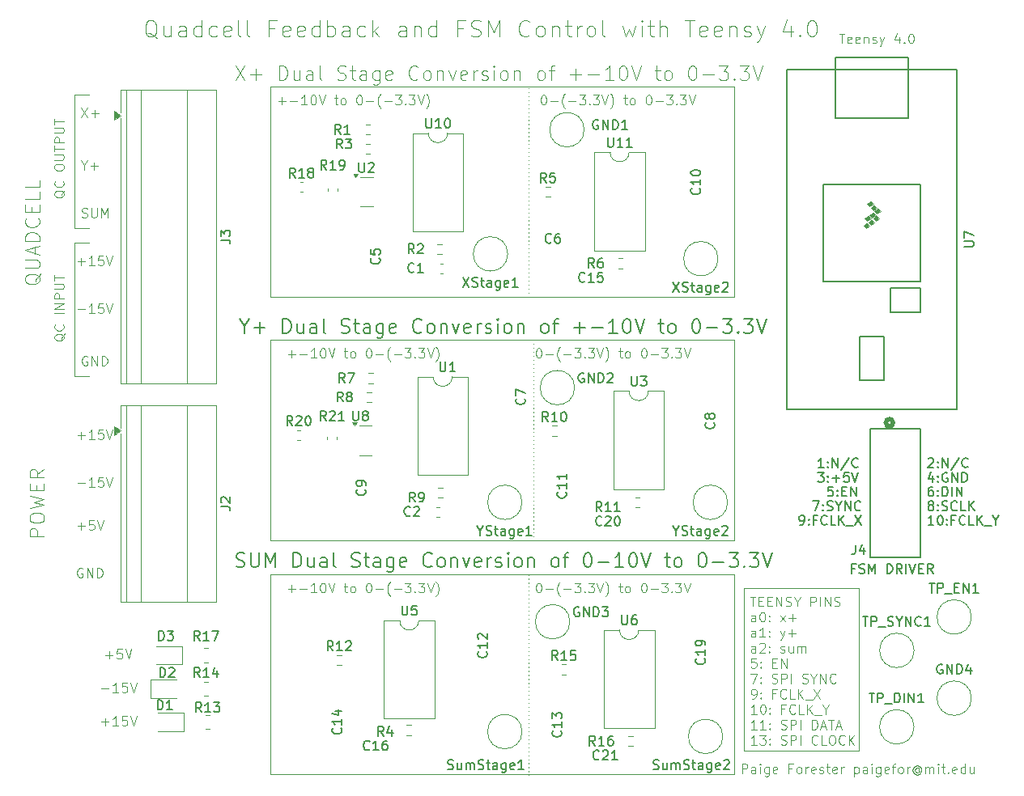
<source format=gbr>
%TF.GenerationSoftware,KiCad,Pcbnew,9.0.2*%
%TF.CreationDate,2025-07-17T12:33:06-04:00*%
%TF.ProjectId,Mirror+QC_Control,4d697272-6f72-42b5-9143-5f436f6e7472,rev?*%
%TF.SameCoordinates,Original*%
%TF.FileFunction,Legend,Top*%
%TF.FilePolarity,Positive*%
%FSLAX46Y46*%
G04 Gerber Fmt 4.6, Leading zero omitted, Abs format (unit mm)*
G04 Created by KiCad (PCBNEW 9.0.2) date 2025-07-17 12:33:06*
%MOMM*%
%LPD*%
G01*
G04 APERTURE LIST*
%ADD10C,0.188500*%
%ADD11C,0.100000*%
%ADD12C,0.150000*%
%ADD13C,0.125000*%
%ADD14C,0.120000*%
%ADD15C,0.152400*%
%ADD16C,0.508000*%
G04 APERTURE END LIST*
D10*
X63911251Y-83733838D02*
X64126679Y-83805647D01*
X64126679Y-83805647D02*
X64485727Y-83805647D01*
X64485727Y-83805647D02*
X64629346Y-83733838D01*
X64629346Y-83733838D02*
X64701155Y-83662028D01*
X64701155Y-83662028D02*
X64772965Y-83518409D01*
X64772965Y-83518409D02*
X64772965Y-83374790D01*
X64772965Y-83374790D02*
X64701155Y-83231171D01*
X64701155Y-83231171D02*
X64629346Y-83159361D01*
X64629346Y-83159361D02*
X64485727Y-83087552D01*
X64485727Y-83087552D02*
X64198489Y-83015742D01*
X64198489Y-83015742D02*
X64054870Y-82943933D01*
X64054870Y-82943933D02*
X63983060Y-82872123D01*
X63983060Y-82872123D02*
X63911251Y-82728504D01*
X63911251Y-82728504D02*
X63911251Y-82584885D01*
X63911251Y-82584885D02*
X63983060Y-82441266D01*
X63983060Y-82441266D02*
X64054870Y-82369457D01*
X64054870Y-82369457D02*
X64198489Y-82297647D01*
X64198489Y-82297647D02*
X64557536Y-82297647D01*
X64557536Y-82297647D02*
X64772965Y-82369457D01*
X65419250Y-82297647D02*
X65419250Y-83518409D01*
X65419250Y-83518409D02*
X65491060Y-83662028D01*
X65491060Y-83662028D02*
X65562869Y-83733838D01*
X65562869Y-83733838D02*
X65706488Y-83805647D01*
X65706488Y-83805647D02*
X65993726Y-83805647D01*
X65993726Y-83805647D02*
X66137345Y-83733838D01*
X66137345Y-83733838D02*
X66209155Y-83662028D01*
X66209155Y-83662028D02*
X66280964Y-83518409D01*
X66280964Y-83518409D02*
X66280964Y-82297647D01*
X66999060Y-83805647D02*
X66999060Y-82297647D01*
X66999060Y-82297647D02*
X67501727Y-83374790D01*
X67501727Y-83374790D02*
X68004393Y-82297647D01*
X68004393Y-82297647D02*
X68004393Y-83805647D01*
X69871441Y-83805647D02*
X69871441Y-82297647D01*
X69871441Y-82297647D02*
X70230489Y-82297647D01*
X70230489Y-82297647D02*
X70445917Y-82369457D01*
X70445917Y-82369457D02*
X70589536Y-82513076D01*
X70589536Y-82513076D02*
X70661346Y-82656695D01*
X70661346Y-82656695D02*
X70733155Y-82943933D01*
X70733155Y-82943933D02*
X70733155Y-83159361D01*
X70733155Y-83159361D02*
X70661346Y-83446599D01*
X70661346Y-83446599D02*
X70589536Y-83590218D01*
X70589536Y-83590218D02*
X70445917Y-83733838D01*
X70445917Y-83733838D02*
X70230489Y-83805647D01*
X70230489Y-83805647D02*
X69871441Y-83805647D01*
X72025727Y-82800314D02*
X72025727Y-83805647D01*
X71379441Y-82800314D02*
X71379441Y-83590218D01*
X71379441Y-83590218D02*
X71451251Y-83733838D01*
X71451251Y-83733838D02*
X71594870Y-83805647D01*
X71594870Y-83805647D02*
X71810298Y-83805647D01*
X71810298Y-83805647D02*
X71953917Y-83733838D01*
X71953917Y-83733838D02*
X72025727Y-83662028D01*
X73390108Y-83805647D02*
X73390108Y-83015742D01*
X73390108Y-83015742D02*
X73318298Y-82872123D01*
X73318298Y-82872123D02*
X73174679Y-82800314D01*
X73174679Y-82800314D02*
X72887441Y-82800314D01*
X72887441Y-82800314D02*
X72743822Y-82872123D01*
X73390108Y-83733838D02*
X73246489Y-83805647D01*
X73246489Y-83805647D02*
X72887441Y-83805647D01*
X72887441Y-83805647D02*
X72743822Y-83733838D01*
X72743822Y-83733838D02*
X72672013Y-83590218D01*
X72672013Y-83590218D02*
X72672013Y-83446599D01*
X72672013Y-83446599D02*
X72743822Y-83302980D01*
X72743822Y-83302980D02*
X72887441Y-83231171D01*
X72887441Y-83231171D02*
X73246489Y-83231171D01*
X73246489Y-83231171D02*
X73390108Y-83159361D01*
X74323632Y-83805647D02*
X74180013Y-83733838D01*
X74180013Y-83733838D02*
X74108203Y-83590218D01*
X74108203Y-83590218D02*
X74108203Y-82297647D01*
X75975251Y-83733838D02*
X76190679Y-83805647D01*
X76190679Y-83805647D02*
X76549727Y-83805647D01*
X76549727Y-83805647D02*
X76693346Y-83733838D01*
X76693346Y-83733838D02*
X76765155Y-83662028D01*
X76765155Y-83662028D02*
X76836965Y-83518409D01*
X76836965Y-83518409D02*
X76836965Y-83374790D01*
X76836965Y-83374790D02*
X76765155Y-83231171D01*
X76765155Y-83231171D02*
X76693346Y-83159361D01*
X76693346Y-83159361D02*
X76549727Y-83087552D01*
X76549727Y-83087552D02*
X76262489Y-83015742D01*
X76262489Y-83015742D02*
X76118870Y-82943933D01*
X76118870Y-82943933D02*
X76047060Y-82872123D01*
X76047060Y-82872123D02*
X75975251Y-82728504D01*
X75975251Y-82728504D02*
X75975251Y-82584885D01*
X75975251Y-82584885D02*
X76047060Y-82441266D01*
X76047060Y-82441266D02*
X76118870Y-82369457D01*
X76118870Y-82369457D02*
X76262489Y-82297647D01*
X76262489Y-82297647D02*
X76621536Y-82297647D01*
X76621536Y-82297647D02*
X76836965Y-82369457D01*
X77267822Y-82800314D02*
X77842298Y-82800314D01*
X77483250Y-82297647D02*
X77483250Y-83590218D01*
X77483250Y-83590218D02*
X77555060Y-83733838D01*
X77555060Y-83733838D02*
X77698679Y-83805647D01*
X77698679Y-83805647D02*
X77842298Y-83805647D01*
X78991250Y-83805647D02*
X78991250Y-83015742D01*
X78991250Y-83015742D02*
X78919440Y-82872123D01*
X78919440Y-82872123D02*
X78775821Y-82800314D01*
X78775821Y-82800314D02*
X78488583Y-82800314D01*
X78488583Y-82800314D02*
X78344964Y-82872123D01*
X78991250Y-83733838D02*
X78847631Y-83805647D01*
X78847631Y-83805647D02*
X78488583Y-83805647D01*
X78488583Y-83805647D02*
X78344964Y-83733838D01*
X78344964Y-83733838D02*
X78273155Y-83590218D01*
X78273155Y-83590218D02*
X78273155Y-83446599D01*
X78273155Y-83446599D02*
X78344964Y-83302980D01*
X78344964Y-83302980D02*
X78488583Y-83231171D01*
X78488583Y-83231171D02*
X78847631Y-83231171D01*
X78847631Y-83231171D02*
X78991250Y-83159361D01*
X80355631Y-82800314D02*
X80355631Y-84021076D01*
X80355631Y-84021076D02*
X80283821Y-84164695D01*
X80283821Y-84164695D02*
X80212012Y-84236504D01*
X80212012Y-84236504D02*
X80068393Y-84308314D01*
X80068393Y-84308314D02*
X79852964Y-84308314D01*
X79852964Y-84308314D02*
X79709345Y-84236504D01*
X80355631Y-83733838D02*
X80212012Y-83805647D01*
X80212012Y-83805647D02*
X79924774Y-83805647D01*
X79924774Y-83805647D02*
X79781155Y-83733838D01*
X79781155Y-83733838D02*
X79709345Y-83662028D01*
X79709345Y-83662028D02*
X79637536Y-83518409D01*
X79637536Y-83518409D02*
X79637536Y-83087552D01*
X79637536Y-83087552D02*
X79709345Y-82943933D01*
X79709345Y-82943933D02*
X79781155Y-82872123D01*
X79781155Y-82872123D02*
X79924774Y-82800314D01*
X79924774Y-82800314D02*
X80212012Y-82800314D01*
X80212012Y-82800314D02*
X80355631Y-82872123D01*
X81648202Y-83733838D02*
X81504583Y-83805647D01*
X81504583Y-83805647D02*
X81217345Y-83805647D01*
X81217345Y-83805647D02*
X81073726Y-83733838D01*
X81073726Y-83733838D02*
X81001917Y-83590218D01*
X81001917Y-83590218D02*
X81001917Y-83015742D01*
X81001917Y-83015742D02*
X81073726Y-82872123D01*
X81073726Y-82872123D02*
X81217345Y-82800314D01*
X81217345Y-82800314D02*
X81504583Y-82800314D01*
X81504583Y-82800314D02*
X81648202Y-82872123D01*
X81648202Y-82872123D02*
X81720012Y-83015742D01*
X81720012Y-83015742D02*
X81720012Y-83159361D01*
X81720012Y-83159361D02*
X81001917Y-83302980D01*
X84376963Y-83662028D02*
X84305154Y-83733838D01*
X84305154Y-83733838D02*
X84089725Y-83805647D01*
X84089725Y-83805647D02*
X83946106Y-83805647D01*
X83946106Y-83805647D02*
X83730678Y-83733838D01*
X83730678Y-83733838D02*
X83587059Y-83590218D01*
X83587059Y-83590218D02*
X83515249Y-83446599D01*
X83515249Y-83446599D02*
X83443440Y-83159361D01*
X83443440Y-83159361D02*
X83443440Y-82943933D01*
X83443440Y-82943933D02*
X83515249Y-82656695D01*
X83515249Y-82656695D02*
X83587059Y-82513076D01*
X83587059Y-82513076D02*
X83730678Y-82369457D01*
X83730678Y-82369457D02*
X83946106Y-82297647D01*
X83946106Y-82297647D02*
X84089725Y-82297647D01*
X84089725Y-82297647D02*
X84305154Y-82369457D01*
X84305154Y-82369457D02*
X84376963Y-82441266D01*
X85238678Y-83805647D02*
X85095059Y-83733838D01*
X85095059Y-83733838D02*
X85023249Y-83662028D01*
X85023249Y-83662028D02*
X84951440Y-83518409D01*
X84951440Y-83518409D02*
X84951440Y-83087552D01*
X84951440Y-83087552D02*
X85023249Y-82943933D01*
X85023249Y-82943933D02*
X85095059Y-82872123D01*
X85095059Y-82872123D02*
X85238678Y-82800314D01*
X85238678Y-82800314D02*
X85454106Y-82800314D01*
X85454106Y-82800314D02*
X85597725Y-82872123D01*
X85597725Y-82872123D02*
X85669535Y-82943933D01*
X85669535Y-82943933D02*
X85741344Y-83087552D01*
X85741344Y-83087552D02*
X85741344Y-83518409D01*
X85741344Y-83518409D02*
X85669535Y-83662028D01*
X85669535Y-83662028D02*
X85597725Y-83733838D01*
X85597725Y-83733838D02*
X85454106Y-83805647D01*
X85454106Y-83805647D02*
X85238678Y-83805647D01*
X86387630Y-82800314D02*
X86387630Y-83805647D01*
X86387630Y-82943933D02*
X86459440Y-82872123D01*
X86459440Y-82872123D02*
X86603059Y-82800314D01*
X86603059Y-82800314D02*
X86818487Y-82800314D01*
X86818487Y-82800314D02*
X86962106Y-82872123D01*
X86962106Y-82872123D02*
X87033916Y-83015742D01*
X87033916Y-83015742D02*
X87033916Y-83805647D01*
X87608392Y-82800314D02*
X87967440Y-83805647D01*
X87967440Y-83805647D02*
X88326487Y-82800314D01*
X89475439Y-83733838D02*
X89331820Y-83805647D01*
X89331820Y-83805647D02*
X89044582Y-83805647D01*
X89044582Y-83805647D02*
X88900963Y-83733838D01*
X88900963Y-83733838D02*
X88829154Y-83590218D01*
X88829154Y-83590218D02*
X88829154Y-83015742D01*
X88829154Y-83015742D02*
X88900963Y-82872123D01*
X88900963Y-82872123D02*
X89044582Y-82800314D01*
X89044582Y-82800314D02*
X89331820Y-82800314D01*
X89331820Y-82800314D02*
X89475439Y-82872123D01*
X89475439Y-82872123D02*
X89547249Y-83015742D01*
X89547249Y-83015742D02*
X89547249Y-83159361D01*
X89547249Y-83159361D02*
X88829154Y-83302980D01*
X90193534Y-83805647D02*
X90193534Y-82800314D01*
X90193534Y-83087552D02*
X90265344Y-82943933D01*
X90265344Y-82943933D02*
X90337153Y-82872123D01*
X90337153Y-82872123D02*
X90480772Y-82800314D01*
X90480772Y-82800314D02*
X90624391Y-82800314D01*
X91055249Y-83733838D02*
X91198868Y-83805647D01*
X91198868Y-83805647D02*
X91486106Y-83805647D01*
X91486106Y-83805647D02*
X91629725Y-83733838D01*
X91629725Y-83733838D02*
X91701534Y-83590218D01*
X91701534Y-83590218D02*
X91701534Y-83518409D01*
X91701534Y-83518409D02*
X91629725Y-83374790D01*
X91629725Y-83374790D02*
X91486106Y-83302980D01*
X91486106Y-83302980D02*
X91270677Y-83302980D01*
X91270677Y-83302980D02*
X91127058Y-83231171D01*
X91127058Y-83231171D02*
X91055249Y-83087552D01*
X91055249Y-83087552D02*
X91055249Y-83015742D01*
X91055249Y-83015742D02*
X91127058Y-82872123D01*
X91127058Y-82872123D02*
X91270677Y-82800314D01*
X91270677Y-82800314D02*
X91486106Y-82800314D01*
X91486106Y-82800314D02*
X91629725Y-82872123D01*
X92347820Y-83805647D02*
X92347820Y-82800314D01*
X92347820Y-82297647D02*
X92276011Y-82369457D01*
X92276011Y-82369457D02*
X92347820Y-82441266D01*
X92347820Y-82441266D02*
X92419630Y-82369457D01*
X92419630Y-82369457D02*
X92347820Y-82297647D01*
X92347820Y-82297647D02*
X92347820Y-82441266D01*
X93281344Y-83805647D02*
X93137725Y-83733838D01*
X93137725Y-83733838D02*
X93065915Y-83662028D01*
X93065915Y-83662028D02*
X92994106Y-83518409D01*
X92994106Y-83518409D02*
X92994106Y-83087552D01*
X92994106Y-83087552D02*
X93065915Y-82943933D01*
X93065915Y-82943933D02*
X93137725Y-82872123D01*
X93137725Y-82872123D02*
X93281344Y-82800314D01*
X93281344Y-82800314D02*
X93496772Y-82800314D01*
X93496772Y-82800314D02*
X93640391Y-82872123D01*
X93640391Y-82872123D02*
X93712201Y-82943933D01*
X93712201Y-82943933D02*
X93784010Y-83087552D01*
X93784010Y-83087552D02*
X93784010Y-83518409D01*
X93784010Y-83518409D02*
X93712201Y-83662028D01*
X93712201Y-83662028D02*
X93640391Y-83733838D01*
X93640391Y-83733838D02*
X93496772Y-83805647D01*
X93496772Y-83805647D02*
X93281344Y-83805647D01*
X94430296Y-82800314D02*
X94430296Y-83805647D01*
X94430296Y-82943933D02*
X94502106Y-82872123D01*
X94502106Y-82872123D02*
X94645725Y-82800314D01*
X94645725Y-82800314D02*
X94861153Y-82800314D01*
X94861153Y-82800314D02*
X95004772Y-82872123D01*
X95004772Y-82872123D02*
X95076582Y-83015742D01*
X95076582Y-83015742D02*
X95076582Y-83805647D01*
X97159058Y-83805647D02*
X97015439Y-83733838D01*
X97015439Y-83733838D02*
X96943629Y-83662028D01*
X96943629Y-83662028D02*
X96871820Y-83518409D01*
X96871820Y-83518409D02*
X96871820Y-83087552D01*
X96871820Y-83087552D02*
X96943629Y-82943933D01*
X96943629Y-82943933D02*
X97015439Y-82872123D01*
X97015439Y-82872123D02*
X97159058Y-82800314D01*
X97159058Y-82800314D02*
X97374486Y-82800314D01*
X97374486Y-82800314D02*
X97518105Y-82872123D01*
X97518105Y-82872123D02*
X97589915Y-82943933D01*
X97589915Y-82943933D02*
X97661724Y-83087552D01*
X97661724Y-83087552D02*
X97661724Y-83518409D01*
X97661724Y-83518409D02*
X97589915Y-83662028D01*
X97589915Y-83662028D02*
X97518105Y-83733838D01*
X97518105Y-83733838D02*
X97374486Y-83805647D01*
X97374486Y-83805647D02*
X97159058Y-83805647D01*
X98092582Y-82800314D02*
X98667058Y-82800314D01*
X98308010Y-83805647D02*
X98308010Y-82513076D01*
X98308010Y-82513076D02*
X98379820Y-82369457D01*
X98379820Y-82369457D02*
X98523439Y-82297647D01*
X98523439Y-82297647D02*
X98667058Y-82297647D01*
X100605914Y-82297647D02*
X100749533Y-82297647D01*
X100749533Y-82297647D02*
X100893152Y-82369457D01*
X100893152Y-82369457D02*
X100964962Y-82441266D01*
X100964962Y-82441266D02*
X101036771Y-82584885D01*
X101036771Y-82584885D02*
X101108581Y-82872123D01*
X101108581Y-82872123D02*
X101108581Y-83231171D01*
X101108581Y-83231171D02*
X101036771Y-83518409D01*
X101036771Y-83518409D02*
X100964962Y-83662028D01*
X100964962Y-83662028D02*
X100893152Y-83733838D01*
X100893152Y-83733838D02*
X100749533Y-83805647D01*
X100749533Y-83805647D02*
X100605914Y-83805647D01*
X100605914Y-83805647D02*
X100462295Y-83733838D01*
X100462295Y-83733838D02*
X100390486Y-83662028D01*
X100390486Y-83662028D02*
X100318676Y-83518409D01*
X100318676Y-83518409D02*
X100246867Y-83231171D01*
X100246867Y-83231171D02*
X100246867Y-82872123D01*
X100246867Y-82872123D02*
X100318676Y-82584885D01*
X100318676Y-82584885D02*
X100390486Y-82441266D01*
X100390486Y-82441266D02*
X100462295Y-82369457D01*
X100462295Y-82369457D02*
X100605914Y-82297647D01*
X101754866Y-83231171D02*
X102903819Y-83231171D01*
X104411819Y-83805647D02*
X103550105Y-83805647D01*
X103980962Y-83805647D02*
X103980962Y-82297647D01*
X103980962Y-82297647D02*
X103837343Y-82513076D01*
X103837343Y-82513076D02*
X103693724Y-82656695D01*
X103693724Y-82656695D02*
X103550105Y-82728504D01*
X105345342Y-82297647D02*
X105488961Y-82297647D01*
X105488961Y-82297647D02*
X105632580Y-82369457D01*
X105632580Y-82369457D02*
X105704390Y-82441266D01*
X105704390Y-82441266D02*
X105776199Y-82584885D01*
X105776199Y-82584885D02*
X105848009Y-82872123D01*
X105848009Y-82872123D02*
X105848009Y-83231171D01*
X105848009Y-83231171D02*
X105776199Y-83518409D01*
X105776199Y-83518409D02*
X105704390Y-83662028D01*
X105704390Y-83662028D02*
X105632580Y-83733838D01*
X105632580Y-83733838D02*
X105488961Y-83805647D01*
X105488961Y-83805647D02*
X105345342Y-83805647D01*
X105345342Y-83805647D02*
X105201723Y-83733838D01*
X105201723Y-83733838D02*
X105129914Y-83662028D01*
X105129914Y-83662028D02*
X105058104Y-83518409D01*
X105058104Y-83518409D02*
X104986295Y-83231171D01*
X104986295Y-83231171D02*
X104986295Y-82872123D01*
X104986295Y-82872123D02*
X105058104Y-82584885D01*
X105058104Y-82584885D02*
X105129914Y-82441266D01*
X105129914Y-82441266D02*
X105201723Y-82369457D01*
X105201723Y-82369457D02*
X105345342Y-82297647D01*
X106278866Y-82297647D02*
X106781532Y-83805647D01*
X106781532Y-83805647D02*
X107284199Y-82297647D01*
X108720389Y-82800314D02*
X109294865Y-82800314D01*
X108935817Y-82297647D02*
X108935817Y-83590218D01*
X108935817Y-83590218D02*
X109007627Y-83733838D01*
X109007627Y-83733838D02*
X109151246Y-83805647D01*
X109151246Y-83805647D02*
X109294865Y-83805647D01*
X110012960Y-83805647D02*
X109869341Y-83733838D01*
X109869341Y-83733838D02*
X109797531Y-83662028D01*
X109797531Y-83662028D02*
X109725722Y-83518409D01*
X109725722Y-83518409D02*
X109725722Y-83087552D01*
X109725722Y-83087552D02*
X109797531Y-82943933D01*
X109797531Y-82943933D02*
X109869341Y-82872123D01*
X109869341Y-82872123D02*
X110012960Y-82800314D01*
X110012960Y-82800314D02*
X110228388Y-82800314D01*
X110228388Y-82800314D02*
X110372007Y-82872123D01*
X110372007Y-82872123D02*
X110443817Y-82943933D01*
X110443817Y-82943933D02*
X110515626Y-83087552D01*
X110515626Y-83087552D02*
X110515626Y-83518409D01*
X110515626Y-83518409D02*
X110443817Y-83662028D01*
X110443817Y-83662028D02*
X110372007Y-83733838D01*
X110372007Y-83733838D02*
X110228388Y-83805647D01*
X110228388Y-83805647D02*
X110012960Y-83805647D01*
X112598102Y-82297647D02*
X112741721Y-82297647D01*
X112741721Y-82297647D02*
X112885340Y-82369457D01*
X112885340Y-82369457D02*
X112957150Y-82441266D01*
X112957150Y-82441266D02*
X113028959Y-82584885D01*
X113028959Y-82584885D02*
X113100769Y-82872123D01*
X113100769Y-82872123D02*
X113100769Y-83231171D01*
X113100769Y-83231171D02*
X113028959Y-83518409D01*
X113028959Y-83518409D02*
X112957150Y-83662028D01*
X112957150Y-83662028D02*
X112885340Y-83733838D01*
X112885340Y-83733838D02*
X112741721Y-83805647D01*
X112741721Y-83805647D02*
X112598102Y-83805647D01*
X112598102Y-83805647D02*
X112454483Y-83733838D01*
X112454483Y-83733838D02*
X112382674Y-83662028D01*
X112382674Y-83662028D02*
X112310864Y-83518409D01*
X112310864Y-83518409D02*
X112239055Y-83231171D01*
X112239055Y-83231171D02*
X112239055Y-82872123D01*
X112239055Y-82872123D02*
X112310864Y-82584885D01*
X112310864Y-82584885D02*
X112382674Y-82441266D01*
X112382674Y-82441266D02*
X112454483Y-82369457D01*
X112454483Y-82369457D02*
X112598102Y-82297647D01*
X113747054Y-83231171D02*
X114896007Y-83231171D01*
X115470483Y-82297647D02*
X116404007Y-82297647D01*
X116404007Y-82297647D02*
X115901340Y-82872123D01*
X115901340Y-82872123D02*
X116116769Y-82872123D01*
X116116769Y-82872123D02*
X116260388Y-82943933D01*
X116260388Y-82943933D02*
X116332197Y-83015742D01*
X116332197Y-83015742D02*
X116404007Y-83159361D01*
X116404007Y-83159361D02*
X116404007Y-83518409D01*
X116404007Y-83518409D02*
X116332197Y-83662028D01*
X116332197Y-83662028D02*
X116260388Y-83733838D01*
X116260388Y-83733838D02*
X116116769Y-83805647D01*
X116116769Y-83805647D02*
X115685912Y-83805647D01*
X115685912Y-83805647D02*
X115542293Y-83733838D01*
X115542293Y-83733838D02*
X115470483Y-83662028D01*
X117050292Y-83662028D02*
X117122102Y-83733838D01*
X117122102Y-83733838D02*
X117050292Y-83805647D01*
X117050292Y-83805647D02*
X116978483Y-83733838D01*
X116978483Y-83733838D02*
X117050292Y-83662028D01*
X117050292Y-83662028D02*
X117050292Y-83805647D01*
X117624768Y-82297647D02*
X118558292Y-82297647D01*
X118558292Y-82297647D02*
X118055625Y-82872123D01*
X118055625Y-82872123D02*
X118271054Y-82872123D01*
X118271054Y-82872123D02*
X118414673Y-82943933D01*
X118414673Y-82943933D02*
X118486482Y-83015742D01*
X118486482Y-83015742D02*
X118558292Y-83159361D01*
X118558292Y-83159361D02*
X118558292Y-83518409D01*
X118558292Y-83518409D02*
X118486482Y-83662028D01*
X118486482Y-83662028D02*
X118414673Y-83733838D01*
X118414673Y-83733838D02*
X118271054Y-83805647D01*
X118271054Y-83805647D02*
X117840197Y-83805647D01*
X117840197Y-83805647D02*
X117696578Y-83733838D01*
X117696578Y-83733838D02*
X117624768Y-83662028D01*
X118989149Y-82297647D02*
X119491815Y-83805647D01*
X119491815Y-83805647D02*
X119994482Y-82297647D01*
D11*
X117661027Y-86882923D02*
X118232455Y-86882923D01*
X117946741Y-87882923D02*
X117946741Y-86882923D01*
X118565789Y-87359113D02*
X118899122Y-87359113D01*
X119041979Y-87882923D02*
X118565789Y-87882923D01*
X118565789Y-87882923D02*
X118565789Y-86882923D01*
X118565789Y-86882923D02*
X119041979Y-86882923D01*
X119470551Y-87359113D02*
X119803884Y-87359113D01*
X119946741Y-87882923D02*
X119470551Y-87882923D01*
X119470551Y-87882923D02*
X119470551Y-86882923D01*
X119470551Y-86882923D02*
X119946741Y-86882923D01*
X120375313Y-87882923D02*
X120375313Y-86882923D01*
X120375313Y-86882923D02*
X120946741Y-87882923D01*
X120946741Y-87882923D02*
X120946741Y-86882923D01*
X121375313Y-87835304D02*
X121518170Y-87882923D01*
X121518170Y-87882923D02*
X121756265Y-87882923D01*
X121756265Y-87882923D02*
X121851503Y-87835304D01*
X121851503Y-87835304D02*
X121899122Y-87787684D01*
X121899122Y-87787684D02*
X121946741Y-87692446D01*
X121946741Y-87692446D02*
X121946741Y-87597208D01*
X121946741Y-87597208D02*
X121899122Y-87501970D01*
X121899122Y-87501970D02*
X121851503Y-87454351D01*
X121851503Y-87454351D02*
X121756265Y-87406732D01*
X121756265Y-87406732D02*
X121565789Y-87359113D01*
X121565789Y-87359113D02*
X121470551Y-87311494D01*
X121470551Y-87311494D02*
X121422932Y-87263875D01*
X121422932Y-87263875D02*
X121375313Y-87168637D01*
X121375313Y-87168637D02*
X121375313Y-87073399D01*
X121375313Y-87073399D02*
X121422932Y-86978161D01*
X121422932Y-86978161D02*
X121470551Y-86930542D01*
X121470551Y-86930542D02*
X121565789Y-86882923D01*
X121565789Y-86882923D02*
X121803884Y-86882923D01*
X121803884Y-86882923D02*
X121946741Y-86930542D01*
X122565789Y-87406732D02*
X122565789Y-87882923D01*
X122232456Y-86882923D02*
X122565789Y-87406732D01*
X122565789Y-87406732D02*
X122899122Y-86882923D01*
X123994361Y-87882923D02*
X123994361Y-86882923D01*
X123994361Y-86882923D02*
X124375313Y-86882923D01*
X124375313Y-86882923D02*
X124470551Y-86930542D01*
X124470551Y-86930542D02*
X124518170Y-86978161D01*
X124518170Y-86978161D02*
X124565789Y-87073399D01*
X124565789Y-87073399D02*
X124565789Y-87216256D01*
X124565789Y-87216256D02*
X124518170Y-87311494D01*
X124518170Y-87311494D02*
X124470551Y-87359113D01*
X124470551Y-87359113D02*
X124375313Y-87406732D01*
X124375313Y-87406732D02*
X123994361Y-87406732D01*
X124994361Y-87882923D02*
X124994361Y-86882923D01*
X125470551Y-87882923D02*
X125470551Y-86882923D01*
X125470551Y-86882923D02*
X126041979Y-87882923D01*
X126041979Y-87882923D02*
X126041979Y-86882923D01*
X126470551Y-87835304D02*
X126613408Y-87882923D01*
X126613408Y-87882923D02*
X126851503Y-87882923D01*
X126851503Y-87882923D02*
X126946741Y-87835304D01*
X126946741Y-87835304D02*
X126994360Y-87787684D01*
X126994360Y-87787684D02*
X127041979Y-87692446D01*
X127041979Y-87692446D02*
X127041979Y-87597208D01*
X127041979Y-87597208D02*
X126994360Y-87501970D01*
X126994360Y-87501970D02*
X126946741Y-87454351D01*
X126946741Y-87454351D02*
X126851503Y-87406732D01*
X126851503Y-87406732D02*
X126661027Y-87359113D01*
X126661027Y-87359113D02*
X126565789Y-87311494D01*
X126565789Y-87311494D02*
X126518170Y-87263875D01*
X126518170Y-87263875D02*
X126470551Y-87168637D01*
X126470551Y-87168637D02*
X126470551Y-87073399D01*
X126470551Y-87073399D02*
X126518170Y-86978161D01*
X126518170Y-86978161D02*
X126565789Y-86930542D01*
X126565789Y-86930542D02*
X126661027Y-86882923D01*
X126661027Y-86882923D02*
X126899122Y-86882923D01*
X126899122Y-86882923D02*
X127041979Y-86930542D01*
X118232455Y-89492867D02*
X118232455Y-88969057D01*
X118232455Y-88969057D02*
X118184836Y-88873819D01*
X118184836Y-88873819D02*
X118089598Y-88826200D01*
X118089598Y-88826200D02*
X117899122Y-88826200D01*
X117899122Y-88826200D02*
X117803884Y-88873819D01*
X118232455Y-89445248D02*
X118137217Y-89492867D01*
X118137217Y-89492867D02*
X117899122Y-89492867D01*
X117899122Y-89492867D02*
X117803884Y-89445248D01*
X117803884Y-89445248D02*
X117756265Y-89350009D01*
X117756265Y-89350009D02*
X117756265Y-89254771D01*
X117756265Y-89254771D02*
X117803884Y-89159533D01*
X117803884Y-89159533D02*
X117899122Y-89111914D01*
X117899122Y-89111914D02*
X118137217Y-89111914D01*
X118137217Y-89111914D02*
X118232455Y-89064295D01*
X118899122Y-88492867D02*
X118994360Y-88492867D01*
X118994360Y-88492867D02*
X119089598Y-88540486D01*
X119089598Y-88540486D02*
X119137217Y-88588105D01*
X119137217Y-88588105D02*
X119184836Y-88683343D01*
X119184836Y-88683343D02*
X119232455Y-88873819D01*
X119232455Y-88873819D02*
X119232455Y-89111914D01*
X119232455Y-89111914D02*
X119184836Y-89302390D01*
X119184836Y-89302390D02*
X119137217Y-89397628D01*
X119137217Y-89397628D02*
X119089598Y-89445248D01*
X119089598Y-89445248D02*
X118994360Y-89492867D01*
X118994360Y-89492867D02*
X118899122Y-89492867D01*
X118899122Y-89492867D02*
X118803884Y-89445248D01*
X118803884Y-89445248D02*
X118756265Y-89397628D01*
X118756265Y-89397628D02*
X118708646Y-89302390D01*
X118708646Y-89302390D02*
X118661027Y-89111914D01*
X118661027Y-89111914D02*
X118661027Y-88873819D01*
X118661027Y-88873819D02*
X118708646Y-88683343D01*
X118708646Y-88683343D02*
X118756265Y-88588105D01*
X118756265Y-88588105D02*
X118803884Y-88540486D01*
X118803884Y-88540486D02*
X118899122Y-88492867D01*
X119661027Y-89397628D02*
X119708646Y-89445248D01*
X119708646Y-89445248D02*
X119661027Y-89492867D01*
X119661027Y-89492867D02*
X119613408Y-89445248D01*
X119613408Y-89445248D02*
X119661027Y-89397628D01*
X119661027Y-89397628D02*
X119661027Y-89492867D01*
X119661027Y-88873819D02*
X119708646Y-88921438D01*
X119708646Y-88921438D02*
X119661027Y-88969057D01*
X119661027Y-88969057D02*
X119613408Y-88921438D01*
X119613408Y-88921438D02*
X119661027Y-88873819D01*
X119661027Y-88873819D02*
X119661027Y-88969057D01*
X120803884Y-89492867D02*
X121327693Y-88826200D01*
X120803884Y-88826200D02*
X121327693Y-89492867D01*
X121708646Y-89111914D02*
X122470551Y-89111914D01*
X122089598Y-89492867D02*
X122089598Y-88730962D01*
X118232455Y-91102811D02*
X118232455Y-90579001D01*
X118232455Y-90579001D02*
X118184836Y-90483763D01*
X118184836Y-90483763D02*
X118089598Y-90436144D01*
X118089598Y-90436144D02*
X117899122Y-90436144D01*
X117899122Y-90436144D02*
X117803884Y-90483763D01*
X118232455Y-91055192D02*
X118137217Y-91102811D01*
X118137217Y-91102811D02*
X117899122Y-91102811D01*
X117899122Y-91102811D02*
X117803884Y-91055192D01*
X117803884Y-91055192D02*
X117756265Y-90959953D01*
X117756265Y-90959953D02*
X117756265Y-90864715D01*
X117756265Y-90864715D02*
X117803884Y-90769477D01*
X117803884Y-90769477D02*
X117899122Y-90721858D01*
X117899122Y-90721858D02*
X118137217Y-90721858D01*
X118137217Y-90721858D02*
X118232455Y-90674239D01*
X119232455Y-91102811D02*
X118661027Y-91102811D01*
X118946741Y-91102811D02*
X118946741Y-90102811D01*
X118946741Y-90102811D02*
X118851503Y-90245668D01*
X118851503Y-90245668D02*
X118756265Y-90340906D01*
X118756265Y-90340906D02*
X118661027Y-90388525D01*
X119661027Y-91007572D02*
X119708646Y-91055192D01*
X119708646Y-91055192D02*
X119661027Y-91102811D01*
X119661027Y-91102811D02*
X119613408Y-91055192D01*
X119613408Y-91055192D02*
X119661027Y-91007572D01*
X119661027Y-91007572D02*
X119661027Y-91102811D01*
X119661027Y-90483763D02*
X119708646Y-90531382D01*
X119708646Y-90531382D02*
X119661027Y-90579001D01*
X119661027Y-90579001D02*
X119613408Y-90531382D01*
X119613408Y-90531382D02*
X119661027Y-90483763D01*
X119661027Y-90483763D02*
X119661027Y-90579001D01*
X120803884Y-90436144D02*
X121041979Y-91102811D01*
X121280074Y-90436144D02*
X121041979Y-91102811D01*
X121041979Y-91102811D02*
X120946741Y-91340906D01*
X120946741Y-91340906D02*
X120899122Y-91388525D01*
X120899122Y-91388525D02*
X120803884Y-91436144D01*
X121661027Y-90721858D02*
X122422932Y-90721858D01*
X122041979Y-91102811D02*
X122041979Y-90340906D01*
X118232455Y-92712755D02*
X118232455Y-92188945D01*
X118232455Y-92188945D02*
X118184836Y-92093707D01*
X118184836Y-92093707D02*
X118089598Y-92046088D01*
X118089598Y-92046088D02*
X117899122Y-92046088D01*
X117899122Y-92046088D02*
X117803884Y-92093707D01*
X118232455Y-92665136D02*
X118137217Y-92712755D01*
X118137217Y-92712755D02*
X117899122Y-92712755D01*
X117899122Y-92712755D02*
X117803884Y-92665136D01*
X117803884Y-92665136D02*
X117756265Y-92569897D01*
X117756265Y-92569897D02*
X117756265Y-92474659D01*
X117756265Y-92474659D02*
X117803884Y-92379421D01*
X117803884Y-92379421D02*
X117899122Y-92331802D01*
X117899122Y-92331802D02*
X118137217Y-92331802D01*
X118137217Y-92331802D02*
X118232455Y-92284183D01*
X118661027Y-91807993D02*
X118708646Y-91760374D01*
X118708646Y-91760374D02*
X118803884Y-91712755D01*
X118803884Y-91712755D02*
X119041979Y-91712755D01*
X119041979Y-91712755D02*
X119137217Y-91760374D01*
X119137217Y-91760374D02*
X119184836Y-91807993D01*
X119184836Y-91807993D02*
X119232455Y-91903231D01*
X119232455Y-91903231D02*
X119232455Y-91998469D01*
X119232455Y-91998469D02*
X119184836Y-92141326D01*
X119184836Y-92141326D02*
X118613408Y-92712755D01*
X118613408Y-92712755D02*
X119232455Y-92712755D01*
X119661027Y-92617516D02*
X119708646Y-92665136D01*
X119708646Y-92665136D02*
X119661027Y-92712755D01*
X119661027Y-92712755D02*
X119613408Y-92665136D01*
X119613408Y-92665136D02*
X119661027Y-92617516D01*
X119661027Y-92617516D02*
X119661027Y-92712755D01*
X119661027Y-92093707D02*
X119708646Y-92141326D01*
X119708646Y-92141326D02*
X119661027Y-92188945D01*
X119661027Y-92188945D02*
X119613408Y-92141326D01*
X119613408Y-92141326D02*
X119661027Y-92093707D01*
X119661027Y-92093707D02*
X119661027Y-92188945D01*
X120851503Y-92665136D02*
X120946741Y-92712755D01*
X120946741Y-92712755D02*
X121137217Y-92712755D01*
X121137217Y-92712755D02*
X121232455Y-92665136D01*
X121232455Y-92665136D02*
X121280074Y-92569897D01*
X121280074Y-92569897D02*
X121280074Y-92522278D01*
X121280074Y-92522278D02*
X121232455Y-92427040D01*
X121232455Y-92427040D02*
X121137217Y-92379421D01*
X121137217Y-92379421D02*
X120994360Y-92379421D01*
X120994360Y-92379421D02*
X120899122Y-92331802D01*
X120899122Y-92331802D02*
X120851503Y-92236564D01*
X120851503Y-92236564D02*
X120851503Y-92188945D01*
X120851503Y-92188945D02*
X120899122Y-92093707D01*
X120899122Y-92093707D02*
X120994360Y-92046088D01*
X120994360Y-92046088D02*
X121137217Y-92046088D01*
X121137217Y-92046088D02*
X121232455Y-92093707D01*
X122137217Y-92046088D02*
X122137217Y-92712755D01*
X121708646Y-92046088D02*
X121708646Y-92569897D01*
X121708646Y-92569897D02*
X121756265Y-92665136D01*
X121756265Y-92665136D02*
X121851503Y-92712755D01*
X121851503Y-92712755D02*
X121994360Y-92712755D01*
X121994360Y-92712755D02*
X122089598Y-92665136D01*
X122089598Y-92665136D02*
X122137217Y-92617516D01*
X122613408Y-92712755D02*
X122613408Y-92046088D01*
X122613408Y-92141326D02*
X122661027Y-92093707D01*
X122661027Y-92093707D02*
X122756265Y-92046088D01*
X122756265Y-92046088D02*
X122899122Y-92046088D01*
X122899122Y-92046088D02*
X122994360Y-92093707D01*
X122994360Y-92093707D02*
X123041979Y-92188945D01*
X123041979Y-92188945D02*
X123041979Y-92712755D01*
X123041979Y-92188945D02*
X123089598Y-92093707D01*
X123089598Y-92093707D02*
X123184836Y-92046088D01*
X123184836Y-92046088D02*
X123327693Y-92046088D01*
X123327693Y-92046088D02*
X123422932Y-92093707D01*
X123422932Y-92093707D02*
X123470551Y-92188945D01*
X123470551Y-92188945D02*
X123470551Y-92712755D01*
X118280074Y-93322699D02*
X117803884Y-93322699D01*
X117803884Y-93322699D02*
X117756265Y-93798889D01*
X117756265Y-93798889D02*
X117803884Y-93751270D01*
X117803884Y-93751270D02*
X117899122Y-93703651D01*
X117899122Y-93703651D02*
X118137217Y-93703651D01*
X118137217Y-93703651D02*
X118232455Y-93751270D01*
X118232455Y-93751270D02*
X118280074Y-93798889D01*
X118280074Y-93798889D02*
X118327693Y-93894127D01*
X118327693Y-93894127D02*
X118327693Y-94132222D01*
X118327693Y-94132222D02*
X118280074Y-94227460D01*
X118280074Y-94227460D02*
X118232455Y-94275080D01*
X118232455Y-94275080D02*
X118137217Y-94322699D01*
X118137217Y-94322699D02*
X117899122Y-94322699D01*
X117899122Y-94322699D02*
X117803884Y-94275080D01*
X117803884Y-94275080D02*
X117756265Y-94227460D01*
X118756265Y-94227460D02*
X118803884Y-94275080D01*
X118803884Y-94275080D02*
X118756265Y-94322699D01*
X118756265Y-94322699D02*
X118708646Y-94275080D01*
X118708646Y-94275080D02*
X118756265Y-94227460D01*
X118756265Y-94227460D02*
X118756265Y-94322699D01*
X118756265Y-93703651D02*
X118803884Y-93751270D01*
X118803884Y-93751270D02*
X118756265Y-93798889D01*
X118756265Y-93798889D02*
X118708646Y-93751270D01*
X118708646Y-93751270D02*
X118756265Y-93703651D01*
X118756265Y-93703651D02*
X118756265Y-93798889D01*
X119994360Y-93798889D02*
X120327693Y-93798889D01*
X120470550Y-94322699D02*
X119994360Y-94322699D01*
X119994360Y-94322699D02*
X119994360Y-93322699D01*
X119994360Y-93322699D02*
X120470550Y-93322699D01*
X120899122Y-94322699D02*
X120899122Y-93322699D01*
X120899122Y-93322699D02*
X121470550Y-94322699D01*
X121470550Y-94322699D02*
X121470550Y-93322699D01*
X117708646Y-94932643D02*
X118375312Y-94932643D01*
X118375312Y-94932643D02*
X117946741Y-95932643D01*
X118756265Y-95837404D02*
X118803884Y-95885024D01*
X118803884Y-95885024D02*
X118756265Y-95932643D01*
X118756265Y-95932643D02*
X118708646Y-95885024D01*
X118708646Y-95885024D02*
X118756265Y-95837404D01*
X118756265Y-95837404D02*
X118756265Y-95932643D01*
X118756265Y-95313595D02*
X118803884Y-95361214D01*
X118803884Y-95361214D02*
X118756265Y-95408833D01*
X118756265Y-95408833D02*
X118708646Y-95361214D01*
X118708646Y-95361214D02*
X118756265Y-95313595D01*
X118756265Y-95313595D02*
X118756265Y-95408833D01*
X119946741Y-95885024D02*
X120089598Y-95932643D01*
X120089598Y-95932643D02*
X120327693Y-95932643D01*
X120327693Y-95932643D02*
X120422931Y-95885024D01*
X120422931Y-95885024D02*
X120470550Y-95837404D01*
X120470550Y-95837404D02*
X120518169Y-95742166D01*
X120518169Y-95742166D02*
X120518169Y-95646928D01*
X120518169Y-95646928D02*
X120470550Y-95551690D01*
X120470550Y-95551690D02*
X120422931Y-95504071D01*
X120422931Y-95504071D02*
X120327693Y-95456452D01*
X120327693Y-95456452D02*
X120137217Y-95408833D01*
X120137217Y-95408833D02*
X120041979Y-95361214D01*
X120041979Y-95361214D02*
X119994360Y-95313595D01*
X119994360Y-95313595D02*
X119946741Y-95218357D01*
X119946741Y-95218357D02*
X119946741Y-95123119D01*
X119946741Y-95123119D02*
X119994360Y-95027881D01*
X119994360Y-95027881D02*
X120041979Y-94980262D01*
X120041979Y-94980262D02*
X120137217Y-94932643D01*
X120137217Y-94932643D02*
X120375312Y-94932643D01*
X120375312Y-94932643D02*
X120518169Y-94980262D01*
X120946741Y-95932643D02*
X120946741Y-94932643D01*
X120946741Y-94932643D02*
X121327693Y-94932643D01*
X121327693Y-94932643D02*
X121422931Y-94980262D01*
X121422931Y-94980262D02*
X121470550Y-95027881D01*
X121470550Y-95027881D02*
X121518169Y-95123119D01*
X121518169Y-95123119D02*
X121518169Y-95265976D01*
X121518169Y-95265976D02*
X121470550Y-95361214D01*
X121470550Y-95361214D02*
X121422931Y-95408833D01*
X121422931Y-95408833D02*
X121327693Y-95456452D01*
X121327693Y-95456452D02*
X120946741Y-95456452D01*
X121946741Y-95932643D02*
X121946741Y-94932643D01*
X123137217Y-95885024D02*
X123280074Y-95932643D01*
X123280074Y-95932643D02*
X123518169Y-95932643D01*
X123518169Y-95932643D02*
X123613407Y-95885024D01*
X123613407Y-95885024D02*
X123661026Y-95837404D01*
X123661026Y-95837404D02*
X123708645Y-95742166D01*
X123708645Y-95742166D02*
X123708645Y-95646928D01*
X123708645Y-95646928D02*
X123661026Y-95551690D01*
X123661026Y-95551690D02*
X123613407Y-95504071D01*
X123613407Y-95504071D02*
X123518169Y-95456452D01*
X123518169Y-95456452D02*
X123327693Y-95408833D01*
X123327693Y-95408833D02*
X123232455Y-95361214D01*
X123232455Y-95361214D02*
X123184836Y-95313595D01*
X123184836Y-95313595D02*
X123137217Y-95218357D01*
X123137217Y-95218357D02*
X123137217Y-95123119D01*
X123137217Y-95123119D02*
X123184836Y-95027881D01*
X123184836Y-95027881D02*
X123232455Y-94980262D01*
X123232455Y-94980262D02*
X123327693Y-94932643D01*
X123327693Y-94932643D02*
X123565788Y-94932643D01*
X123565788Y-94932643D02*
X123708645Y-94980262D01*
X124327693Y-95456452D02*
X124327693Y-95932643D01*
X123994360Y-94932643D02*
X124327693Y-95456452D01*
X124327693Y-95456452D02*
X124661026Y-94932643D01*
X124994360Y-95932643D02*
X124994360Y-94932643D01*
X124994360Y-94932643D02*
X125565788Y-95932643D01*
X125565788Y-95932643D02*
X125565788Y-94932643D01*
X126613407Y-95837404D02*
X126565788Y-95885024D01*
X126565788Y-95885024D02*
X126422931Y-95932643D01*
X126422931Y-95932643D02*
X126327693Y-95932643D01*
X126327693Y-95932643D02*
X126184836Y-95885024D01*
X126184836Y-95885024D02*
X126089598Y-95789785D01*
X126089598Y-95789785D02*
X126041979Y-95694547D01*
X126041979Y-95694547D02*
X125994360Y-95504071D01*
X125994360Y-95504071D02*
X125994360Y-95361214D01*
X125994360Y-95361214D02*
X126041979Y-95170738D01*
X126041979Y-95170738D02*
X126089598Y-95075500D01*
X126089598Y-95075500D02*
X126184836Y-94980262D01*
X126184836Y-94980262D02*
X126327693Y-94932643D01*
X126327693Y-94932643D02*
X126422931Y-94932643D01*
X126422931Y-94932643D02*
X126565788Y-94980262D01*
X126565788Y-94980262D02*
X126613407Y-95027881D01*
X117851503Y-97542587D02*
X118041979Y-97542587D01*
X118041979Y-97542587D02*
X118137217Y-97494968D01*
X118137217Y-97494968D02*
X118184836Y-97447348D01*
X118184836Y-97447348D02*
X118280074Y-97304491D01*
X118280074Y-97304491D02*
X118327693Y-97114015D01*
X118327693Y-97114015D02*
X118327693Y-96733063D01*
X118327693Y-96733063D02*
X118280074Y-96637825D01*
X118280074Y-96637825D02*
X118232455Y-96590206D01*
X118232455Y-96590206D02*
X118137217Y-96542587D01*
X118137217Y-96542587D02*
X117946741Y-96542587D01*
X117946741Y-96542587D02*
X117851503Y-96590206D01*
X117851503Y-96590206D02*
X117803884Y-96637825D01*
X117803884Y-96637825D02*
X117756265Y-96733063D01*
X117756265Y-96733063D02*
X117756265Y-96971158D01*
X117756265Y-96971158D02*
X117803884Y-97066396D01*
X117803884Y-97066396D02*
X117851503Y-97114015D01*
X117851503Y-97114015D02*
X117946741Y-97161634D01*
X117946741Y-97161634D02*
X118137217Y-97161634D01*
X118137217Y-97161634D02*
X118232455Y-97114015D01*
X118232455Y-97114015D02*
X118280074Y-97066396D01*
X118280074Y-97066396D02*
X118327693Y-96971158D01*
X118756265Y-97447348D02*
X118803884Y-97494968D01*
X118803884Y-97494968D02*
X118756265Y-97542587D01*
X118756265Y-97542587D02*
X118708646Y-97494968D01*
X118708646Y-97494968D02*
X118756265Y-97447348D01*
X118756265Y-97447348D02*
X118756265Y-97542587D01*
X118756265Y-96923539D02*
X118803884Y-96971158D01*
X118803884Y-96971158D02*
X118756265Y-97018777D01*
X118756265Y-97018777D02*
X118708646Y-96971158D01*
X118708646Y-96971158D02*
X118756265Y-96923539D01*
X118756265Y-96923539D02*
X118756265Y-97018777D01*
X120327693Y-97018777D02*
X119994360Y-97018777D01*
X119994360Y-97542587D02*
X119994360Y-96542587D01*
X119994360Y-96542587D02*
X120470550Y-96542587D01*
X121422931Y-97447348D02*
X121375312Y-97494968D01*
X121375312Y-97494968D02*
X121232455Y-97542587D01*
X121232455Y-97542587D02*
X121137217Y-97542587D01*
X121137217Y-97542587D02*
X120994360Y-97494968D01*
X120994360Y-97494968D02*
X120899122Y-97399729D01*
X120899122Y-97399729D02*
X120851503Y-97304491D01*
X120851503Y-97304491D02*
X120803884Y-97114015D01*
X120803884Y-97114015D02*
X120803884Y-96971158D01*
X120803884Y-96971158D02*
X120851503Y-96780682D01*
X120851503Y-96780682D02*
X120899122Y-96685444D01*
X120899122Y-96685444D02*
X120994360Y-96590206D01*
X120994360Y-96590206D02*
X121137217Y-96542587D01*
X121137217Y-96542587D02*
X121232455Y-96542587D01*
X121232455Y-96542587D02*
X121375312Y-96590206D01*
X121375312Y-96590206D02*
X121422931Y-96637825D01*
X122327693Y-97542587D02*
X121851503Y-97542587D01*
X121851503Y-97542587D02*
X121851503Y-96542587D01*
X122661027Y-97542587D02*
X122661027Y-96542587D01*
X123232455Y-97542587D02*
X122803884Y-96971158D01*
X123232455Y-96542587D02*
X122661027Y-97114015D01*
X123422932Y-97637825D02*
X124184836Y-97637825D01*
X124327694Y-96542587D02*
X124994360Y-97542587D01*
X124994360Y-96542587D02*
X124327694Y-97542587D01*
X118327693Y-99152531D02*
X117756265Y-99152531D01*
X118041979Y-99152531D02*
X118041979Y-98152531D01*
X118041979Y-98152531D02*
X117946741Y-98295388D01*
X117946741Y-98295388D02*
X117851503Y-98390626D01*
X117851503Y-98390626D02*
X117756265Y-98438245D01*
X118946741Y-98152531D02*
X119041979Y-98152531D01*
X119041979Y-98152531D02*
X119137217Y-98200150D01*
X119137217Y-98200150D02*
X119184836Y-98247769D01*
X119184836Y-98247769D02*
X119232455Y-98343007D01*
X119232455Y-98343007D02*
X119280074Y-98533483D01*
X119280074Y-98533483D02*
X119280074Y-98771578D01*
X119280074Y-98771578D02*
X119232455Y-98962054D01*
X119232455Y-98962054D02*
X119184836Y-99057292D01*
X119184836Y-99057292D02*
X119137217Y-99104912D01*
X119137217Y-99104912D02*
X119041979Y-99152531D01*
X119041979Y-99152531D02*
X118946741Y-99152531D01*
X118946741Y-99152531D02*
X118851503Y-99104912D01*
X118851503Y-99104912D02*
X118803884Y-99057292D01*
X118803884Y-99057292D02*
X118756265Y-98962054D01*
X118756265Y-98962054D02*
X118708646Y-98771578D01*
X118708646Y-98771578D02*
X118708646Y-98533483D01*
X118708646Y-98533483D02*
X118756265Y-98343007D01*
X118756265Y-98343007D02*
X118803884Y-98247769D01*
X118803884Y-98247769D02*
X118851503Y-98200150D01*
X118851503Y-98200150D02*
X118946741Y-98152531D01*
X119708646Y-99057292D02*
X119756265Y-99104912D01*
X119756265Y-99104912D02*
X119708646Y-99152531D01*
X119708646Y-99152531D02*
X119661027Y-99104912D01*
X119661027Y-99104912D02*
X119708646Y-99057292D01*
X119708646Y-99057292D02*
X119708646Y-99152531D01*
X119708646Y-98533483D02*
X119756265Y-98581102D01*
X119756265Y-98581102D02*
X119708646Y-98628721D01*
X119708646Y-98628721D02*
X119661027Y-98581102D01*
X119661027Y-98581102D02*
X119708646Y-98533483D01*
X119708646Y-98533483D02*
X119708646Y-98628721D01*
X121280074Y-98628721D02*
X120946741Y-98628721D01*
X120946741Y-99152531D02*
X120946741Y-98152531D01*
X120946741Y-98152531D02*
X121422931Y-98152531D01*
X122375312Y-99057292D02*
X122327693Y-99104912D01*
X122327693Y-99104912D02*
X122184836Y-99152531D01*
X122184836Y-99152531D02*
X122089598Y-99152531D01*
X122089598Y-99152531D02*
X121946741Y-99104912D01*
X121946741Y-99104912D02*
X121851503Y-99009673D01*
X121851503Y-99009673D02*
X121803884Y-98914435D01*
X121803884Y-98914435D02*
X121756265Y-98723959D01*
X121756265Y-98723959D02*
X121756265Y-98581102D01*
X121756265Y-98581102D02*
X121803884Y-98390626D01*
X121803884Y-98390626D02*
X121851503Y-98295388D01*
X121851503Y-98295388D02*
X121946741Y-98200150D01*
X121946741Y-98200150D02*
X122089598Y-98152531D01*
X122089598Y-98152531D02*
X122184836Y-98152531D01*
X122184836Y-98152531D02*
X122327693Y-98200150D01*
X122327693Y-98200150D02*
X122375312Y-98247769D01*
X123280074Y-99152531D02*
X122803884Y-99152531D01*
X122803884Y-99152531D02*
X122803884Y-98152531D01*
X123613408Y-99152531D02*
X123613408Y-98152531D01*
X124184836Y-99152531D02*
X123756265Y-98581102D01*
X124184836Y-98152531D02*
X123613408Y-98723959D01*
X124375313Y-99247769D02*
X125137217Y-99247769D01*
X125565789Y-98676340D02*
X125565789Y-99152531D01*
X125232456Y-98152531D02*
X125565789Y-98676340D01*
X125565789Y-98676340D02*
X125899122Y-98152531D01*
X118327693Y-100762475D02*
X117756265Y-100762475D01*
X118041979Y-100762475D02*
X118041979Y-99762475D01*
X118041979Y-99762475D02*
X117946741Y-99905332D01*
X117946741Y-99905332D02*
X117851503Y-100000570D01*
X117851503Y-100000570D02*
X117756265Y-100048189D01*
X119280074Y-100762475D02*
X118708646Y-100762475D01*
X118994360Y-100762475D02*
X118994360Y-99762475D01*
X118994360Y-99762475D02*
X118899122Y-99905332D01*
X118899122Y-99905332D02*
X118803884Y-100000570D01*
X118803884Y-100000570D02*
X118708646Y-100048189D01*
X119708646Y-100667236D02*
X119756265Y-100714856D01*
X119756265Y-100714856D02*
X119708646Y-100762475D01*
X119708646Y-100762475D02*
X119661027Y-100714856D01*
X119661027Y-100714856D02*
X119708646Y-100667236D01*
X119708646Y-100667236D02*
X119708646Y-100762475D01*
X119708646Y-100143427D02*
X119756265Y-100191046D01*
X119756265Y-100191046D02*
X119708646Y-100238665D01*
X119708646Y-100238665D02*
X119661027Y-100191046D01*
X119661027Y-100191046D02*
X119708646Y-100143427D01*
X119708646Y-100143427D02*
X119708646Y-100238665D01*
X120899122Y-100714856D02*
X121041979Y-100762475D01*
X121041979Y-100762475D02*
X121280074Y-100762475D01*
X121280074Y-100762475D02*
X121375312Y-100714856D01*
X121375312Y-100714856D02*
X121422931Y-100667236D01*
X121422931Y-100667236D02*
X121470550Y-100571998D01*
X121470550Y-100571998D02*
X121470550Y-100476760D01*
X121470550Y-100476760D02*
X121422931Y-100381522D01*
X121422931Y-100381522D02*
X121375312Y-100333903D01*
X121375312Y-100333903D02*
X121280074Y-100286284D01*
X121280074Y-100286284D02*
X121089598Y-100238665D01*
X121089598Y-100238665D02*
X120994360Y-100191046D01*
X120994360Y-100191046D02*
X120946741Y-100143427D01*
X120946741Y-100143427D02*
X120899122Y-100048189D01*
X120899122Y-100048189D02*
X120899122Y-99952951D01*
X120899122Y-99952951D02*
X120946741Y-99857713D01*
X120946741Y-99857713D02*
X120994360Y-99810094D01*
X120994360Y-99810094D02*
X121089598Y-99762475D01*
X121089598Y-99762475D02*
X121327693Y-99762475D01*
X121327693Y-99762475D02*
X121470550Y-99810094D01*
X121899122Y-100762475D02*
X121899122Y-99762475D01*
X121899122Y-99762475D02*
X122280074Y-99762475D01*
X122280074Y-99762475D02*
X122375312Y-99810094D01*
X122375312Y-99810094D02*
X122422931Y-99857713D01*
X122422931Y-99857713D02*
X122470550Y-99952951D01*
X122470550Y-99952951D02*
X122470550Y-100095808D01*
X122470550Y-100095808D02*
X122422931Y-100191046D01*
X122422931Y-100191046D02*
X122375312Y-100238665D01*
X122375312Y-100238665D02*
X122280074Y-100286284D01*
X122280074Y-100286284D02*
X121899122Y-100286284D01*
X122899122Y-100762475D02*
X122899122Y-99762475D01*
X124137217Y-100762475D02*
X124137217Y-99762475D01*
X124137217Y-99762475D02*
X124375312Y-99762475D01*
X124375312Y-99762475D02*
X124518169Y-99810094D01*
X124518169Y-99810094D02*
X124613407Y-99905332D01*
X124613407Y-99905332D02*
X124661026Y-100000570D01*
X124661026Y-100000570D02*
X124708645Y-100191046D01*
X124708645Y-100191046D02*
X124708645Y-100333903D01*
X124708645Y-100333903D02*
X124661026Y-100524379D01*
X124661026Y-100524379D02*
X124613407Y-100619617D01*
X124613407Y-100619617D02*
X124518169Y-100714856D01*
X124518169Y-100714856D02*
X124375312Y-100762475D01*
X124375312Y-100762475D02*
X124137217Y-100762475D01*
X125089598Y-100476760D02*
X125565788Y-100476760D01*
X124994360Y-100762475D02*
X125327693Y-99762475D01*
X125327693Y-99762475D02*
X125661026Y-100762475D01*
X125851503Y-99762475D02*
X126422931Y-99762475D01*
X126137217Y-100762475D02*
X126137217Y-99762475D01*
X126708646Y-100476760D02*
X127184836Y-100476760D01*
X126613408Y-100762475D02*
X126946741Y-99762475D01*
X126946741Y-99762475D02*
X127280074Y-100762475D01*
X118327693Y-102372419D02*
X117756265Y-102372419D01*
X118041979Y-102372419D02*
X118041979Y-101372419D01*
X118041979Y-101372419D02*
X117946741Y-101515276D01*
X117946741Y-101515276D02*
X117851503Y-101610514D01*
X117851503Y-101610514D02*
X117756265Y-101658133D01*
X118661027Y-101372419D02*
X119280074Y-101372419D01*
X119280074Y-101372419D02*
X118946741Y-101753371D01*
X118946741Y-101753371D02*
X119089598Y-101753371D01*
X119089598Y-101753371D02*
X119184836Y-101800990D01*
X119184836Y-101800990D02*
X119232455Y-101848609D01*
X119232455Y-101848609D02*
X119280074Y-101943847D01*
X119280074Y-101943847D02*
X119280074Y-102181942D01*
X119280074Y-102181942D02*
X119232455Y-102277180D01*
X119232455Y-102277180D02*
X119184836Y-102324800D01*
X119184836Y-102324800D02*
X119089598Y-102372419D01*
X119089598Y-102372419D02*
X118803884Y-102372419D01*
X118803884Y-102372419D02*
X118708646Y-102324800D01*
X118708646Y-102324800D02*
X118661027Y-102277180D01*
X119708646Y-102277180D02*
X119756265Y-102324800D01*
X119756265Y-102324800D02*
X119708646Y-102372419D01*
X119708646Y-102372419D02*
X119661027Y-102324800D01*
X119661027Y-102324800D02*
X119708646Y-102277180D01*
X119708646Y-102277180D02*
X119708646Y-102372419D01*
X119708646Y-101753371D02*
X119756265Y-101800990D01*
X119756265Y-101800990D02*
X119708646Y-101848609D01*
X119708646Y-101848609D02*
X119661027Y-101800990D01*
X119661027Y-101800990D02*
X119708646Y-101753371D01*
X119708646Y-101753371D02*
X119708646Y-101848609D01*
X120899122Y-102324800D02*
X121041979Y-102372419D01*
X121041979Y-102372419D02*
X121280074Y-102372419D01*
X121280074Y-102372419D02*
X121375312Y-102324800D01*
X121375312Y-102324800D02*
X121422931Y-102277180D01*
X121422931Y-102277180D02*
X121470550Y-102181942D01*
X121470550Y-102181942D02*
X121470550Y-102086704D01*
X121470550Y-102086704D02*
X121422931Y-101991466D01*
X121422931Y-101991466D02*
X121375312Y-101943847D01*
X121375312Y-101943847D02*
X121280074Y-101896228D01*
X121280074Y-101896228D02*
X121089598Y-101848609D01*
X121089598Y-101848609D02*
X120994360Y-101800990D01*
X120994360Y-101800990D02*
X120946741Y-101753371D01*
X120946741Y-101753371D02*
X120899122Y-101658133D01*
X120899122Y-101658133D02*
X120899122Y-101562895D01*
X120899122Y-101562895D02*
X120946741Y-101467657D01*
X120946741Y-101467657D02*
X120994360Y-101420038D01*
X120994360Y-101420038D02*
X121089598Y-101372419D01*
X121089598Y-101372419D02*
X121327693Y-101372419D01*
X121327693Y-101372419D02*
X121470550Y-101420038D01*
X121899122Y-102372419D02*
X121899122Y-101372419D01*
X121899122Y-101372419D02*
X122280074Y-101372419D01*
X122280074Y-101372419D02*
X122375312Y-101420038D01*
X122375312Y-101420038D02*
X122422931Y-101467657D01*
X122422931Y-101467657D02*
X122470550Y-101562895D01*
X122470550Y-101562895D02*
X122470550Y-101705752D01*
X122470550Y-101705752D02*
X122422931Y-101800990D01*
X122422931Y-101800990D02*
X122375312Y-101848609D01*
X122375312Y-101848609D02*
X122280074Y-101896228D01*
X122280074Y-101896228D02*
X121899122Y-101896228D01*
X122899122Y-102372419D02*
X122899122Y-101372419D01*
X124708645Y-102277180D02*
X124661026Y-102324800D01*
X124661026Y-102324800D02*
X124518169Y-102372419D01*
X124518169Y-102372419D02*
X124422931Y-102372419D01*
X124422931Y-102372419D02*
X124280074Y-102324800D01*
X124280074Y-102324800D02*
X124184836Y-102229561D01*
X124184836Y-102229561D02*
X124137217Y-102134323D01*
X124137217Y-102134323D02*
X124089598Y-101943847D01*
X124089598Y-101943847D02*
X124089598Y-101800990D01*
X124089598Y-101800990D02*
X124137217Y-101610514D01*
X124137217Y-101610514D02*
X124184836Y-101515276D01*
X124184836Y-101515276D02*
X124280074Y-101420038D01*
X124280074Y-101420038D02*
X124422931Y-101372419D01*
X124422931Y-101372419D02*
X124518169Y-101372419D01*
X124518169Y-101372419D02*
X124661026Y-101420038D01*
X124661026Y-101420038D02*
X124708645Y-101467657D01*
X125613407Y-102372419D02*
X125137217Y-102372419D01*
X125137217Y-102372419D02*
X125137217Y-101372419D01*
X126137217Y-101372419D02*
X126327693Y-101372419D01*
X126327693Y-101372419D02*
X126422931Y-101420038D01*
X126422931Y-101420038D02*
X126518169Y-101515276D01*
X126518169Y-101515276D02*
X126565788Y-101705752D01*
X126565788Y-101705752D02*
X126565788Y-102039085D01*
X126565788Y-102039085D02*
X126518169Y-102229561D01*
X126518169Y-102229561D02*
X126422931Y-102324800D01*
X126422931Y-102324800D02*
X126327693Y-102372419D01*
X126327693Y-102372419D02*
X126137217Y-102372419D01*
X126137217Y-102372419D02*
X126041979Y-102324800D01*
X126041979Y-102324800D02*
X125946741Y-102229561D01*
X125946741Y-102229561D02*
X125899122Y-102039085D01*
X125899122Y-102039085D02*
X125899122Y-101705752D01*
X125899122Y-101705752D02*
X125946741Y-101515276D01*
X125946741Y-101515276D02*
X126041979Y-101420038D01*
X126041979Y-101420038D02*
X126137217Y-101372419D01*
X127565788Y-102277180D02*
X127518169Y-102324800D01*
X127518169Y-102324800D02*
X127375312Y-102372419D01*
X127375312Y-102372419D02*
X127280074Y-102372419D01*
X127280074Y-102372419D02*
X127137217Y-102324800D01*
X127137217Y-102324800D02*
X127041979Y-102229561D01*
X127041979Y-102229561D02*
X126994360Y-102134323D01*
X126994360Y-102134323D02*
X126946741Y-101943847D01*
X126946741Y-101943847D02*
X126946741Y-101800990D01*
X126946741Y-101800990D02*
X126994360Y-101610514D01*
X126994360Y-101610514D02*
X127041979Y-101515276D01*
X127041979Y-101515276D02*
X127137217Y-101420038D01*
X127137217Y-101420038D02*
X127280074Y-101372419D01*
X127280074Y-101372419D02*
X127375312Y-101372419D01*
X127375312Y-101372419D02*
X127518169Y-101420038D01*
X127518169Y-101420038D02*
X127565788Y-101467657D01*
X127994360Y-102372419D02*
X127994360Y-101372419D01*
X128565788Y-102372419D02*
X128137217Y-101800990D01*
X128565788Y-101372419D02*
X127994360Y-101943847D01*
X49803884Y-99991466D02*
X50565789Y-99991466D01*
X50184836Y-100372419D02*
X50184836Y-99610514D01*
X51565788Y-100372419D02*
X50994360Y-100372419D01*
X51280074Y-100372419D02*
X51280074Y-99372419D01*
X51280074Y-99372419D02*
X51184836Y-99515276D01*
X51184836Y-99515276D02*
X51089598Y-99610514D01*
X51089598Y-99610514D02*
X50994360Y-99658133D01*
X52470550Y-99372419D02*
X51994360Y-99372419D01*
X51994360Y-99372419D02*
X51946741Y-99848609D01*
X51946741Y-99848609D02*
X51994360Y-99800990D01*
X51994360Y-99800990D02*
X52089598Y-99753371D01*
X52089598Y-99753371D02*
X52327693Y-99753371D01*
X52327693Y-99753371D02*
X52422931Y-99800990D01*
X52422931Y-99800990D02*
X52470550Y-99848609D01*
X52470550Y-99848609D02*
X52518169Y-99943847D01*
X52518169Y-99943847D02*
X52518169Y-100181942D01*
X52518169Y-100181942D02*
X52470550Y-100277180D01*
X52470550Y-100277180D02*
X52422931Y-100324800D01*
X52422931Y-100324800D02*
X52327693Y-100372419D01*
X52327693Y-100372419D02*
X52089598Y-100372419D01*
X52089598Y-100372419D02*
X51994360Y-100324800D01*
X51994360Y-100324800D02*
X51946741Y-100277180D01*
X52803884Y-99372419D02*
X53137217Y-100372419D01*
X53137217Y-100372419D02*
X53470550Y-99372419D01*
X95000000Y-60000000D02*
X95000000Y-60020000D01*
X95000000Y-60420000D02*
X95000000Y-60440000D01*
X95000000Y-60840000D02*
X95000000Y-60860000D01*
X95000000Y-61260000D02*
X95000000Y-61280000D01*
X95000000Y-61680000D02*
X95000000Y-61700000D01*
X95000000Y-62100000D02*
X95000000Y-62120000D01*
X95000000Y-62520000D02*
X95000000Y-62540000D01*
X95000000Y-62940000D02*
X95000000Y-62960000D01*
X95000000Y-63360000D02*
X95000000Y-63380000D01*
X95000000Y-63780000D02*
X95000000Y-63800000D01*
X95000000Y-64200000D02*
X95000000Y-64220000D01*
X95000000Y-64620000D02*
X95000000Y-64640000D01*
X95000000Y-65040000D02*
X95000000Y-65060000D01*
X95000000Y-65460000D02*
X95000000Y-65480000D01*
X95000000Y-65880000D02*
X95000000Y-65900000D01*
X95000000Y-66300000D02*
X95000000Y-66320000D01*
X95000000Y-66720000D02*
X95000000Y-66740000D01*
X95000000Y-67140000D02*
X95000000Y-67160000D01*
X95000000Y-67560000D02*
X95000000Y-67580000D01*
X95000000Y-67980000D02*
X95000000Y-68000000D01*
X95000000Y-68400000D02*
X95000000Y-68420000D01*
X95000000Y-68820000D02*
X95000000Y-68840000D01*
X95000000Y-69240000D02*
X95000000Y-69260000D01*
X95000000Y-69660000D02*
X95000000Y-69680000D01*
X95000000Y-70080000D02*
X95000000Y-70100000D01*
X95000000Y-70500000D02*
X95000000Y-70520000D01*
X95000000Y-70920000D02*
X95000000Y-70940000D01*
X95000000Y-71340000D02*
X95000000Y-71360000D01*
X95000000Y-71760000D02*
X95000000Y-71780000D01*
X95000000Y-72180000D02*
X95000000Y-72200000D01*
X95000000Y-72600000D02*
X95000000Y-72620000D01*
X95000000Y-73020000D02*
X95000000Y-73040000D01*
X95000000Y-73440000D02*
X95000000Y-73460000D01*
X95000000Y-73860000D02*
X95000000Y-73880000D01*
X95000000Y-74280000D02*
X95000000Y-74300000D01*
X95000000Y-74700000D02*
X95000000Y-74720000D01*
X95000000Y-75120000D02*
X95000000Y-75140000D01*
X95000000Y-75540000D02*
X95000000Y-75560000D01*
X95000000Y-75960000D02*
X95000000Y-75980000D01*
X95000000Y-76380000D02*
X95000000Y-76400000D01*
X95000000Y-76800000D02*
X95000000Y-76820000D01*
X95000000Y-77220000D02*
X95000000Y-77240000D01*
X95000000Y-77640000D02*
X95000000Y-77660000D01*
X95000000Y-78060000D02*
X95000000Y-78080000D01*
X95000000Y-78480000D02*
X95000000Y-78500000D01*
X95000000Y-78900000D02*
X95000000Y-78920000D01*
X95000000Y-79320000D02*
X95000000Y-79340000D01*
X95000000Y-79740000D02*
X95000000Y-79760000D01*
X95000000Y-80160000D02*
X95000000Y-80180000D01*
X95000000Y-80580000D02*
X95000000Y-80600000D01*
X95000000Y-81000000D02*
X95000000Y-81000000D01*
X67500000Y-60000000D02*
X116000000Y-60000000D01*
X116000000Y-81000000D01*
X67500000Y-81000000D01*
X67500000Y-60000000D01*
D10*
X64770298Y-58587552D02*
X64770298Y-59305647D01*
X64267632Y-57797647D02*
X64770298Y-58587552D01*
X64770298Y-58587552D02*
X65272965Y-57797647D01*
X65775631Y-58731171D02*
X66924584Y-58731171D01*
X66350107Y-59305647D02*
X66350107Y-58156695D01*
X68791631Y-59305647D02*
X68791631Y-57797647D01*
X68791631Y-57797647D02*
X69150679Y-57797647D01*
X69150679Y-57797647D02*
X69366107Y-57869457D01*
X69366107Y-57869457D02*
X69509726Y-58013076D01*
X69509726Y-58013076D02*
X69581536Y-58156695D01*
X69581536Y-58156695D02*
X69653345Y-58443933D01*
X69653345Y-58443933D02*
X69653345Y-58659361D01*
X69653345Y-58659361D02*
X69581536Y-58946599D01*
X69581536Y-58946599D02*
X69509726Y-59090218D01*
X69509726Y-59090218D02*
X69366107Y-59233838D01*
X69366107Y-59233838D02*
X69150679Y-59305647D01*
X69150679Y-59305647D02*
X68791631Y-59305647D01*
X70945917Y-58300314D02*
X70945917Y-59305647D01*
X70299631Y-58300314D02*
X70299631Y-59090218D01*
X70299631Y-59090218D02*
X70371441Y-59233838D01*
X70371441Y-59233838D02*
X70515060Y-59305647D01*
X70515060Y-59305647D02*
X70730488Y-59305647D01*
X70730488Y-59305647D02*
X70874107Y-59233838D01*
X70874107Y-59233838D02*
X70945917Y-59162028D01*
X72310298Y-59305647D02*
X72310298Y-58515742D01*
X72310298Y-58515742D02*
X72238488Y-58372123D01*
X72238488Y-58372123D02*
X72094869Y-58300314D01*
X72094869Y-58300314D02*
X71807631Y-58300314D01*
X71807631Y-58300314D02*
X71664012Y-58372123D01*
X72310298Y-59233838D02*
X72166679Y-59305647D01*
X72166679Y-59305647D02*
X71807631Y-59305647D01*
X71807631Y-59305647D02*
X71664012Y-59233838D01*
X71664012Y-59233838D02*
X71592203Y-59090218D01*
X71592203Y-59090218D02*
X71592203Y-58946599D01*
X71592203Y-58946599D02*
X71664012Y-58802980D01*
X71664012Y-58802980D02*
X71807631Y-58731171D01*
X71807631Y-58731171D02*
X72166679Y-58731171D01*
X72166679Y-58731171D02*
X72310298Y-58659361D01*
X73243822Y-59305647D02*
X73100203Y-59233838D01*
X73100203Y-59233838D02*
X73028393Y-59090218D01*
X73028393Y-59090218D02*
X73028393Y-57797647D01*
X74895441Y-59233838D02*
X75110869Y-59305647D01*
X75110869Y-59305647D02*
X75469917Y-59305647D01*
X75469917Y-59305647D02*
X75613536Y-59233838D01*
X75613536Y-59233838D02*
X75685345Y-59162028D01*
X75685345Y-59162028D02*
X75757155Y-59018409D01*
X75757155Y-59018409D02*
X75757155Y-58874790D01*
X75757155Y-58874790D02*
X75685345Y-58731171D01*
X75685345Y-58731171D02*
X75613536Y-58659361D01*
X75613536Y-58659361D02*
X75469917Y-58587552D01*
X75469917Y-58587552D02*
X75182679Y-58515742D01*
X75182679Y-58515742D02*
X75039060Y-58443933D01*
X75039060Y-58443933D02*
X74967250Y-58372123D01*
X74967250Y-58372123D02*
X74895441Y-58228504D01*
X74895441Y-58228504D02*
X74895441Y-58084885D01*
X74895441Y-58084885D02*
X74967250Y-57941266D01*
X74967250Y-57941266D02*
X75039060Y-57869457D01*
X75039060Y-57869457D02*
X75182679Y-57797647D01*
X75182679Y-57797647D02*
X75541726Y-57797647D01*
X75541726Y-57797647D02*
X75757155Y-57869457D01*
X76188012Y-58300314D02*
X76762488Y-58300314D01*
X76403440Y-57797647D02*
X76403440Y-59090218D01*
X76403440Y-59090218D02*
X76475250Y-59233838D01*
X76475250Y-59233838D02*
X76618869Y-59305647D01*
X76618869Y-59305647D02*
X76762488Y-59305647D01*
X77911440Y-59305647D02*
X77911440Y-58515742D01*
X77911440Y-58515742D02*
X77839630Y-58372123D01*
X77839630Y-58372123D02*
X77696011Y-58300314D01*
X77696011Y-58300314D02*
X77408773Y-58300314D01*
X77408773Y-58300314D02*
X77265154Y-58372123D01*
X77911440Y-59233838D02*
X77767821Y-59305647D01*
X77767821Y-59305647D02*
X77408773Y-59305647D01*
X77408773Y-59305647D02*
X77265154Y-59233838D01*
X77265154Y-59233838D02*
X77193345Y-59090218D01*
X77193345Y-59090218D02*
X77193345Y-58946599D01*
X77193345Y-58946599D02*
X77265154Y-58802980D01*
X77265154Y-58802980D02*
X77408773Y-58731171D01*
X77408773Y-58731171D02*
X77767821Y-58731171D01*
X77767821Y-58731171D02*
X77911440Y-58659361D01*
X79275821Y-58300314D02*
X79275821Y-59521076D01*
X79275821Y-59521076D02*
X79204011Y-59664695D01*
X79204011Y-59664695D02*
X79132202Y-59736504D01*
X79132202Y-59736504D02*
X78988583Y-59808314D01*
X78988583Y-59808314D02*
X78773154Y-59808314D01*
X78773154Y-59808314D02*
X78629535Y-59736504D01*
X79275821Y-59233838D02*
X79132202Y-59305647D01*
X79132202Y-59305647D02*
X78844964Y-59305647D01*
X78844964Y-59305647D02*
X78701345Y-59233838D01*
X78701345Y-59233838D02*
X78629535Y-59162028D01*
X78629535Y-59162028D02*
X78557726Y-59018409D01*
X78557726Y-59018409D02*
X78557726Y-58587552D01*
X78557726Y-58587552D02*
X78629535Y-58443933D01*
X78629535Y-58443933D02*
X78701345Y-58372123D01*
X78701345Y-58372123D02*
X78844964Y-58300314D01*
X78844964Y-58300314D02*
X79132202Y-58300314D01*
X79132202Y-58300314D02*
X79275821Y-58372123D01*
X80568392Y-59233838D02*
X80424773Y-59305647D01*
X80424773Y-59305647D02*
X80137535Y-59305647D01*
X80137535Y-59305647D02*
X79993916Y-59233838D01*
X79993916Y-59233838D02*
X79922107Y-59090218D01*
X79922107Y-59090218D02*
X79922107Y-58515742D01*
X79922107Y-58515742D02*
X79993916Y-58372123D01*
X79993916Y-58372123D02*
X80137535Y-58300314D01*
X80137535Y-58300314D02*
X80424773Y-58300314D01*
X80424773Y-58300314D02*
X80568392Y-58372123D01*
X80568392Y-58372123D02*
X80640202Y-58515742D01*
X80640202Y-58515742D02*
X80640202Y-58659361D01*
X80640202Y-58659361D02*
X79922107Y-58802980D01*
X83297153Y-59162028D02*
X83225344Y-59233838D01*
X83225344Y-59233838D02*
X83009915Y-59305647D01*
X83009915Y-59305647D02*
X82866296Y-59305647D01*
X82866296Y-59305647D02*
X82650868Y-59233838D01*
X82650868Y-59233838D02*
X82507249Y-59090218D01*
X82507249Y-59090218D02*
X82435439Y-58946599D01*
X82435439Y-58946599D02*
X82363630Y-58659361D01*
X82363630Y-58659361D02*
X82363630Y-58443933D01*
X82363630Y-58443933D02*
X82435439Y-58156695D01*
X82435439Y-58156695D02*
X82507249Y-58013076D01*
X82507249Y-58013076D02*
X82650868Y-57869457D01*
X82650868Y-57869457D02*
X82866296Y-57797647D01*
X82866296Y-57797647D02*
X83009915Y-57797647D01*
X83009915Y-57797647D02*
X83225344Y-57869457D01*
X83225344Y-57869457D02*
X83297153Y-57941266D01*
X84158868Y-59305647D02*
X84015249Y-59233838D01*
X84015249Y-59233838D02*
X83943439Y-59162028D01*
X83943439Y-59162028D02*
X83871630Y-59018409D01*
X83871630Y-59018409D02*
X83871630Y-58587552D01*
X83871630Y-58587552D02*
X83943439Y-58443933D01*
X83943439Y-58443933D02*
X84015249Y-58372123D01*
X84015249Y-58372123D02*
X84158868Y-58300314D01*
X84158868Y-58300314D02*
X84374296Y-58300314D01*
X84374296Y-58300314D02*
X84517915Y-58372123D01*
X84517915Y-58372123D02*
X84589725Y-58443933D01*
X84589725Y-58443933D02*
X84661534Y-58587552D01*
X84661534Y-58587552D02*
X84661534Y-59018409D01*
X84661534Y-59018409D02*
X84589725Y-59162028D01*
X84589725Y-59162028D02*
X84517915Y-59233838D01*
X84517915Y-59233838D02*
X84374296Y-59305647D01*
X84374296Y-59305647D02*
X84158868Y-59305647D01*
X85307820Y-58300314D02*
X85307820Y-59305647D01*
X85307820Y-58443933D02*
X85379630Y-58372123D01*
X85379630Y-58372123D02*
X85523249Y-58300314D01*
X85523249Y-58300314D02*
X85738677Y-58300314D01*
X85738677Y-58300314D02*
X85882296Y-58372123D01*
X85882296Y-58372123D02*
X85954106Y-58515742D01*
X85954106Y-58515742D02*
X85954106Y-59305647D01*
X86528582Y-58300314D02*
X86887630Y-59305647D01*
X86887630Y-59305647D02*
X87246677Y-58300314D01*
X88395629Y-59233838D02*
X88252010Y-59305647D01*
X88252010Y-59305647D02*
X87964772Y-59305647D01*
X87964772Y-59305647D02*
X87821153Y-59233838D01*
X87821153Y-59233838D02*
X87749344Y-59090218D01*
X87749344Y-59090218D02*
X87749344Y-58515742D01*
X87749344Y-58515742D02*
X87821153Y-58372123D01*
X87821153Y-58372123D02*
X87964772Y-58300314D01*
X87964772Y-58300314D02*
X88252010Y-58300314D01*
X88252010Y-58300314D02*
X88395629Y-58372123D01*
X88395629Y-58372123D02*
X88467439Y-58515742D01*
X88467439Y-58515742D02*
X88467439Y-58659361D01*
X88467439Y-58659361D02*
X87749344Y-58802980D01*
X89113724Y-59305647D02*
X89113724Y-58300314D01*
X89113724Y-58587552D02*
X89185534Y-58443933D01*
X89185534Y-58443933D02*
X89257343Y-58372123D01*
X89257343Y-58372123D02*
X89400962Y-58300314D01*
X89400962Y-58300314D02*
X89544581Y-58300314D01*
X89975439Y-59233838D02*
X90119058Y-59305647D01*
X90119058Y-59305647D02*
X90406296Y-59305647D01*
X90406296Y-59305647D02*
X90549915Y-59233838D01*
X90549915Y-59233838D02*
X90621724Y-59090218D01*
X90621724Y-59090218D02*
X90621724Y-59018409D01*
X90621724Y-59018409D02*
X90549915Y-58874790D01*
X90549915Y-58874790D02*
X90406296Y-58802980D01*
X90406296Y-58802980D02*
X90190867Y-58802980D01*
X90190867Y-58802980D02*
X90047248Y-58731171D01*
X90047248Y-58731171D02*
X89975439Y-58587552D01*
X89975439Y-58587552D02*
X89975439Y-58515742D01*
X89975439Y-58515742D02*
X90047248Y-58372123D01*
X90047248Y-58372123D02*
X90190867Y-58300314D01*
X90190867Y-58300314D02*
X90406296Y-58300314D01*
X90406296Y-58300314D02*
X90549915Y-58372123D01*
X91268010Y-59305647D02*
X91268010Y-58300314D01*
X91268010Y-57797647D02*
X91196201Y-57869457D01*
X91196201Y-57869457D02*
X91268010Y-57941266D01*
X91268010Y-57941266D02*
X91339820Y-57869457D01*
X91339820Y-57869457D02*
X91268010Y-57797647D01*
X91268010Y-57797647D02*
X91268010Y-57941266D01*
X92201534Y-59305647D02*
X92057915Y-59233838D01*
X92057915Y-59233838D02*
X91986105Y-59162028D01*
X91986105Y-59162028D02*
X91914296Y-59018409D01*
X91914296Y-59018409D02*
X91914296Y-58587552D01*
X91914296Y-58587552D02*
X91986105Y-58443933D01*
X91986105Y-58443933D02*
X92057915Y-58372123D01*
X92057915Y-58372123D02*
X92201534Y-58300314D01*
X92201534Y-58300314D02*
X92416962Y-58300314D01*
X92416962Y-58300314D02*
X92560581Y-58372123D01*
X92560581Y-58372123D02*
X92632391Y-58443933D01*
X92632391Y-58443933D02*
X92704200Y-58587552D01*
X92704200Y-58587552D02*
X92704200Y-59018409D01*
X92704200Y-59018409D02*
X92632391Y-59162028D01*
X92632391Y-59162028D02*
X92560581Y-59233838D01*
X92560581Y-59233838D02*
X92416962Y-59305647D01*
X92416962Y-59305647D02*
X92201534Y-59305647D01*
X93350486Y-58300314D02*
X93350486Y-59305647D01*
X93350486Y-58443933D02*
X93422296Y-58372123D01*
X93422296Y-58372123D02*
X93565915Y-58300314D01*
X93565915Y-58300314D02*
X93781343Y-58300314D01*
X93781343Y-58300314D02*
X93924962Y-58372123D01*
X93924962Y-58372123D02*
X93996772Y-58515742D01*
X93996772Y-58515742D02*
X93996772Y-59305647D01*
X96079248Y-59305647D02*
X95935629Y-59233838D01*
X95935629Y-59233838D02*
X95863819Y-59162028D01*
X95863819Y-59162028D02*
X95792010Y-59018409D01*
X95792010Y-59018409D02*
X95792010Y-58587552D01*
X95792010Y-58587552D02*
X95863819Y-58443933D01*
X95863819Y-58443933D02*
X95935629Y-58372123D01*
X95935629Y-58372123D02*
X96079248Y-58300314D01*
X96079248Y-58300314D02*
X96294676Y-58300314D01*
X96294676Y-58300314D02*
X96438295Y-58372123D01*
X96438295Y-58372123D02*
X96510105Y-58443933D01*
X96510105Y-58443933D02*
X96581914Y-58587552D01*
X96581914Y-58587552D02*
X96581914Y-59018409D01*
X96581914Y-59018409D02*
X96510105Y-59162028D01*
X96510105Y-59162028D02*
X96438295Y-59233838D01*
X96438295Y-59233838D02*
X96294676Y-59305647D01*
X96294676Y-59305647D02*
X96079248Y-59305647D01*
X97012772Y-58300314D02*
X97587248Y-58300314D01*
X97228200Y-59305647D02*
X97228200Y-58013076D01*
X97228200Y-58013076D02*
X97300010Y-57869457D01*
X97300010Y-57869457D02*
X97443629Y-57797647D01*
X97443629Y-57797647D02*
X97587248Y-57797647D01*
X99238866Y-58731171D02*
X100387819Y-58731171D01*
X99813342Y-59305647D02*
X99813342Y-58156695D01*
X101105914Y-58731171D02*
X102254867Y-58731171D01*
X103762867Y-59305647D02*
X102901153Y-59305647D01*
X103332010Y-59305647D02*
X103332010Y-57797647D01*
X103332010Y-57797647D02*
X103188391Y-58013076D01*
X103188391Y-58013076D02*
X103044772Y-58156695D01*
X103044772Y-58156695D02*
X102901153Y-58228504D01*
X104696390Y-57797647D02*
X104840009Y-57797647D01*
X104840009Y-57797647D02*
X104983628Y-57869457D01*
X104983628Y-57869457D02*
X105055438Y-57941266D01*
X105055438Y-57941266D02*
X105127247Y-58084885D01*
X105127247Y-58084885D02*
X105199057Y-58372123D01*
X105199057Y-58372123D02*
X105199057Y-58731171D01*
X105199057Y-58731171D02*
X105127247Y-59018409D01*
X105127247Y-59018409D02*
X105055438Y-59162028D01*
X105055438Y-59162028D02*
X104983628Y-59233838D01*
X104983628Y-59233838D02*
X104840009Y-59305647D01*
X104840009Y-59305647D02*
X104696390Y-59305647D01*
X104696390Y-59305647D02*
X104552771Y-59233838D01*
X104552771Y-59233838D02*
X104480962Y-59162028D01*
X104480962Y-59162028D02*
X104409152Y-59018409D01*
X104409152Y-59018409D02*
X104337343Y-58731171D01*
X104337343Y-58731171D02*
X104337343Y-58372123D01*
X104337343Y-58372123D02*
X104409152Y-58084885D01*
X104409152Y-58084885D02*
X104480962Y-57941266D01*
X104480962Y-57941266D02*
X104552771Y-57869457D01*
X104552771Y-57869457D02*
X104696390Y-57797647D01*
X105629914Y-57797647D02*
X106132580Y-59305647D01*
X106132580Y-59305647D02*
X106635247Y-57797647D01*
X108071437Y-58300314D02*
X108645913Y-58300314D01*
X108286865Y-57797647D02*
X108286865Y-59090218D01*
X108286865Y-59090218D02*
X108358675Y-59233838D01*
X108358675Y-59233838D02*
X108502294Y-59305647D01*
X108502294Y-59305647D02*
X108645913Y-59305647D01*
X109364008Y-59305647D02*
X109220389Y-59233838D01*
X109220389Y-59233838D02*
X109148579Y-59162028D01*
X109148579Y-59162028D02*
X109076770Y-59018409D01*
X109076770Y-59018409D02*
X109076770Y-58587552D01*
X109076770Y-58587552D02*
X109148579Y-58443933D01*
X109148579Y-58443933D02*
X109220389Y-58372123D01*
X109220389Y-58372123D02*
X109364008Y-58300314D01*
X109364008Y-58300314D02*
X109579436Y-58300314D01*
X109579436Y-58300314D02*
X109723055Y-58372123D01*
X109723055Y-58372123D02*
X109794865Y-58443933D01*
X109794865Y-58443933D02*
X109866674Y-58587552D01*
X109866674Y-58587552D02*
X109866674Y-59018409D01*
X109866674Y-59018409D02*
X109794865Y-59162028D01*
X109794865Y-59162028D02*
X109723055Y-59233838D01*
X109723055Y-59233838D02*
X109579436Y-59305647D01*
X109579436Y-59305647D02*
X109364008Y-59305647D01*
X111949150Y-57797647D02*
X112092769Y-57797647D01*
X112092769Y-57797647D02*
X112236388Y-57869457D01*
X112236388Y-57869457D02*
X112308198Y-57941266D01*
X112308198Y-57941266D02*
X112380007Y-58084885D01*
X112380007Y-58084885D02*
X112451817Y-58372123D01*
X112451817Y-58372123D02*
X112451817Y-58731171D01*
X112451817Y-58731171D02*
X112380007Y-59018409D01*
X112380007Y-59018409D02*
X112308198Y-59162028D01*
X112308198Y-59162028D02*
X112236388Y-59233838D01*
X112236388Y-59233838D02*
X112092769Y-59305647D01*
X112092769Y-59305647D02*
X111949150Y-59305647D01*
X111949150Y-59305647D02*
X111805531Y-59233838D01*
X111805531Y-59233838D02*
X111733722Y-59162028D01*
X111733722Y-59162028D02*
X111661912Y-59018409D01*
X111661912Y-59018409D02*
X111590103Y-58731171D01*
X111590103Y-58731171D02*
X111590103Y-58372123D01*
X111590103Y-58372123D02*
X111661912Y-58084885D01*
X111661912Y-58084885D02*
X111733722Y-57941266D01*
X111733722Y-57941266D02*
X111805531Y-57869457D01*
X111805531Y-57869457D02*
X111949150Y-57797647D01*
X113098102Y-58731171D02*
X114247055Y-58731171D01*
X114821531Y-57797647D02*
X115755055Y-57797647D01*
X115755055Y-57797647D02*
X115252388Y-58372123D01*
X115252388Y-58372123D02*
X115467817Y-58372123D01*
X115467817Y-58372123D02*
X115611436Y-58443933D01*
X115611436Y-58443933D02*
X115683245Y-58515742D01*
X115683245Y-58515742D02*
X115755055Y-58659361D01*
X115755055Y-58659361D02*
X115755055Y-59018409D01*
X115755055Y-59018409D02*
X115683245Y-59162028D01*
X115683245Y-59162028D02*
X115611436Y-59233838D01*
X115611436Y-59233838D02*
X115467817Y-59305647D01*
X115467817Y-59305647D02*
X115036960Y-59305647D01*
X115036960Y-59305647D02*
X114893341Y-59233838D01*
X114893341Y-59233838D02*
X114821531Y-59162028D01*
X116401340Y-59162028D02*
X116473150Y-59233838D01*
X116473150Y-59233838D02*
X116401340Y-59305647D01*
X116401340Y-59305647D02*
X116329531Y-59233838D01*
X116329531Y-59233838D02*
X116401340Y-59162028D01*
X116401340Y-59162028D02*
X116401340Y-59305647D01*
X116975816Y-57797647D02*
X117909340Y-57797647D01*
X117909340Y-57797647D02*
X117406673Y-58372123D01*
X117406673Y-58372123D02*
X117622102Y-58372123D01*
X117622102Y-58372123D02*
X117765721Y-58443933D01*
X117765721Y-58443933D02*
X117837530Y-58515742D01*
X117837530Y-58515742D02*
X117909340Y-58659361D01*
X117909340Y-58659361D02*
X117909340Y-59018409D01*
X117909340Y-59018409D02*
X117837530Y-59162028D01*
X117837530Y-59162028D02*
X117765721Y-59233838D01*
X117765721Y-59233838D02*
X117622102Y-59305647D01*
X117622102Y-59305647D02*
X117191245Y-59305647D01*
X117191245Y-59305647D02*
X117047626Y-59233838D01*
X117047626Y-59233838D02*
X116975816Y-59162028D01*
X118340197Y-57797647D02*
X118842863Y-59305647D01*
X118842863Y-59305647D02*
X119345530Y-57797647D01*
D12*
X136860588Y-79369819D02*
X136289160Y-79369819D01*
X136574874Y-79369819D02*
X136574874Y-78369819D01*
X136574874Y-78369819D02*
X136479636Y-78512676D01*
X136479636Y-78512676D02*
X136384398Y-78607914D01*
X136384398Y-78607914D02*
X136289160Y-78655533D01*
X137479636Y-78369819D02*
X137574874Y-78369819D01*
X137574874Y-78369819D02*
X137670112Y-78417438D01*
X137670112Y-78417438D02*
X137717731Y-78465057D01*
X137717731Y-78465057D02*
X137765350Y-78560295D01*
X137765350Y-78560295D02*
X137812969Y-78750771D01*
X137812969Y-78750771D02*
X137812969Y-78988866D01*
X137812969Y-78988866D02*
X137765350Y-79179342D01*
X137765350Y-79179342D02*
X137717731Y-79274580D01*
X137717731Y-79274580D02*
X137670112Y-79322200D01*
X137670112Y-79322200D02*
X137574874Y-79369819D01*
X137574874Y-79369819D02*
X137479636Y-79369819D01*
X137479636Y-79369819D02*
X137384398Y-79322200D01*
X137384398Y-79322200D02*
X137336779Y-79274580D01*
X137336779Y-79274580D02*
X137289160Y-79179342D01*
X137289160Y-79179342D02*
X137241541Y-78988866D01*
X137241541Y-78988866D02*
X137241541Y-78750771D01*
X137241541Y-78750771D02*
X137289160Y-78560295D01*
X137289160Y-78560295D02*
X137336779Y-78465057D01*
X137336779Y-78465057D02*
X137384398Y-78417438D01*
X137384398Y-78417438D02*
X137479636Y-78369819D01*
X138241541Y-79274580D02*
X138289160Y-79322200D01*
X138289160Y-79322200D02*
X138241541Y-79369819D01*
X138241541Y-79369819D02*
X138193922Y-79322200D01*
X138193922Y-79322200D02*
X138241541Y-79274580D01*
X138241541Y-79274580D02*
X138241541Y-79369819D01*
X138241541Y-78750771D02*
X138289160Y-78798390D01*
X138289160Y-78798390D02*
X138241541Y-78846009D01*
X138241541Y-78846009D02*
X138193922Y-78798390D01*
X138193922Y-78798390D02*
X138241541Y-78750771D01*
X138241541Y-78750771D02*
X138241541Y-78846009D01*
X139051064Y-78846009D02*
X138717731Y-78846009D01*
X138717731Y-79369819D02*
X138717731Y-78369819D01*
X138717731Y-78369819D02*
X139193921Y-78369819D01*
X140146302Y-79274580D02*
X140098683Y-79322200D01*
X140098683Y-79322200D02*
X139955826Y-79369819D01*
X139955826Y-79369819D02*
X139860588Y-79369819D01*
X139860588Y-79369819D02*
X139717731Y-79322200D01*
X139717731Y-79322200D02*
X139622493Y-79226961D01*
X139622493Y-79226961D02*
X139574874Y-79131723D01*
X139574874Y-79131723D02*
X139527255Y-78941247D01*
X139527255Y-78941247D02*
X139527255Y-78798390D01*
X139527255Y-78798390D02*
X139574874Y-78607914D01*
X139574874Y-78607914D02*
X139622493Y-78512676D01*
X139622493Y-78512676D02*
X139717731Y-78417438D01*
X139717731Y-78417438D02*
X139860588Y-78369819D01*
X139860588Y-78369819D02*
X139955826Y-78369819D01*
X139955826Y-78369819D02*
X140098683Y-78417438D01*
X140098683Y-78417438D02*
X140146302Y-78465057D01*
X141051064Y-79369819D02*
X140574874Y-79369819D01*
X140574874Y-79369819D02*
X140574874Y-78369819D01*
X141384398Y-79369819D02*
X141384398Y-78369819D01*
X141955826Y-79369819D02*
X141527255Y-78798390D01*
X141955826Y-78369819D02*
X141384398Y-78941247D01*
X142146303Y-79465057D02*
X142908207Y-79465057D01*
X143336779Y-78893628D02*
X143336779Y-79369819D01*
X143003446Y-78369819D02*
X143336779Y-78893628D01*
X143336779Y-78893628D02*
X143670112Y-78369819D01*
X122884398Y-79369819D02*
X123074874Y-79369819D01*
X123074874Y-79369819D02*
X123170112Y-79322200D01*
X123170112Y-79322200D02*
X123217731Y-79274580D01*
X123217731Y-79274580D02*
X123312969Y-79131723D01*
X123312969Y-79131723D02*
X123360588Y-78941247D01*
X123360588Y-78941247D02*
X123360588Y-78560295D01*
X123360588Y-78560295D02*
X123312969Y-78465057D01*
X123312969Y-78465057D02*
X123265350Y-78417438D01*
X123265350Y-78417438D02*
X123170112Y-78369819D01*
X123170112Y-78369819D02*
X122979636Y-78369819D01*
X122979636Y-78369819D02*
X122884398Y-78417438D01*
X122884398Y-78417438D02*
X122836779Y-78465057D01*
X122836779Y-78465057D02*
X122789160Y-78560295D01*
X122789160Y-78560295D02*
X122789160Y-78798390D01*
X122789160Y-78798390D02*
X122836779Y-78893628D01*
X122836779Y-78893628D02*
X122884398Y-78941247D01*
X122884398Y-78941247D02*
X122979636Y-78988866D01*
X122979636Y-78988866D02*
X123170112Y-78988866D01*
X123170112Y-78988866D02*
X123265350Y-78941247D01*
X123265350Y-78941247D02*
X123312969Y-78893628D01*
X123312969Y-78893628D02*
X123360588Y-78798390D01*
X123789160Y-79274580D02*
X123836779Y-79322200D01*
X123836779Y-79322200D02*
X123789160Y-79369819D01*
X123789160Y-79369819D02*
X123741541Y-79322200D01*
X123741541Y-79322200D02*
X123789160Y-79274580D01*
X123789160Y-79274580D02*
X123789160Y-79369819D01*
X123789160Y-78750771D02*
X123836779Y-78798390D01*
X123836779Y-78798390D02*
X123789160Y-78846009D01*
X123789160Y-78846009D02*
X123741541Y-78798390D01*
X123741541Y-78798390D02*
X123789160Y-78750771D01*
X123789160Y-78750771D02*
X123789160Y-78846009D01*
X124598683Y-78846009D02*
X124265350Y-78846009D01*
X124265350Y-79369819D02*
X124265350Y-78369819D01*
X124265350Y-78369819D02*
X124741540Y-78369819D01*
X125693921Y-79274580D02*
X125646302Y-79322200D01*
X125646302Y-79322200D02*
X125503445Y-79369819D01*
X125503445Y-79369819D02*
X125408207Y-79369819D01*
X125408207Y-79369819D02*
X125265350Y-79322200D01*
X125265350Y-79322200D02*
X125170112Y-79226961D01*
X125170112Y-79226961D02*
X125122493Y-79131723D01*
X125122493Y-79131723D02*
X125074874Y-78941247D01*
X125074874Y-78941247D02*
X125074874Y-78798390D01*
X125074874Y-78798390D02*
X125122493Y-78607914D01*
X125122493Y-78607914D02*
X125170112Y-78512676D01*
X125170112Y-78512676D02*
X125265350Y-78417438D01*
X125265350Y-78417438D02*
X125408207Y-78369819D01*
X125408207Y-78369819D02*
X125503445Y-78369819D01*
X125503445Y-78369819D02*
X125646302Y-78417438D01*
X125646302Y-78417438D02*
X125693921Y-78465057D01*
X126598683Y-79369819D02*
X126122493Y-79369819D01*
X126122493Y-79369819D02*
X126122493Y-78369819D01*
X126932017Y-79369819D02*
X126932017Y-78369819D01*
X127503445Y-79369819D02*
X127074874Y-78798390D01*
X127503445Y-78369819D02*
X126932017Y-78941247D01*
X127693922Y-79465057D02*
X128455826Y-79465057D01*
X128598684Y-78369819D02*
X129265350Y-79369819D01*
X129265350Y-78369819D02*
X128598684Y-79369819D01*
X124241541Y-76869819D02*
X124908207Y-76869819D01*
X124908207Y-76869819D02*
X124479636Y-77869819D01*
X125289160Y-77774580D02*
X125336779Y-77822200D01*
X125336779Y-77822200D02*
X125289160Y-77869819D01*
X125289160Y-77869819D02*
X125241541Y-77822200D01*
X125241541Y-77822200D02*
X125289160Y-77774580D01*
X125289160Y-77774580D02*
X125289160Y-77869819D01*
X125289160Y-77250771D02*
X125336779Y-77298390D01*
X125336779Y-77298390D02*
X125289160Y-77346009D01*
X125289160Y-77346009D02*
X125241541Y-77298390D01*
X125241541Y-77298390D02*
X125289160Y-77250771D01*
X125289160Y-77250771D02*
X125289160Y-77346009D01*
X125717731Y-77822200D02*
X125860588Y-77869819D01*
X125860588Y-77869819D02*
X126098683Y-77869819D01*
X126098683Y-77869819D02*
X126193921Y-77822200D01*
X126193921Y-77822200D02*
X126241540Y-77774580D01*
X126241540Y-77774580D02*
X126289159Y-77679342D01*
X126289159Y-77679342D02*
X126289159Y-77584104D01*
X126289159Y-77584104D02*
X126241540Y-77488866D01*
X126241540Y-77488866D02*
X126193921Y-77441247D01*
X126193921Y-77441247D02*
X126098683Y-77393628D01*
X126098683Y-77393628D02*
X125908207Y-77346009D01*
X125908207Y-77346009D02*
X125812969Y-77298390D01*
X125812969Y-77298390D02*
X125765350Y-77250771D01*
X125765350Y-77250771D02*
X125717731Y-77155533D01*
X125717731Y-77155533D02*
X125717731Y-77060295D01*
X125717731Y-77060295D02*
X125765350Y-76965057D01*
X125765350Y-76965057D02*
X125812969Y-76917438D01*
X125812969Y-76917438D02*
X125908207Y-76869819D01*
X125908207Y-76869819D02*
X126146302Y-76869819D01*
X126146302Y-76869819D02*
X126289159Y-76917438D01*
X126908207Y-77393628D02*
X126908207Y-77869819D01*
X126574874Y-76869819D02*
X126908207Y-77393628D01*
X126908207Y-77393628D02*
X127241540Y-76869819D01*
X127574874Y-77869819D02*
X127574874Y-76869819D01*
X127574874Y-76869819D02*
X128146302Y-77869819D01*
X128146302Y-77869819D02*
X128146302Y-76869819D01*
X129193921Y-77774580D02*
X129146302Y-77822200D01*
X129146302Y-77822200D02*
X129003445Y-77869819D01*
X129003445Y-77869819D02*
X128908207Y-77869819D01*
X128908207Y-77869819D02*
X128765350Y-77822200D01*
X128765350Y-77822200D02*
X128670112Y-77726961D01*
X128670112Y-77726961D02*
X128622493Y-77631723D01*
X128622493Y-77631723D02*
X128574874Y-77441247D01*
X128574874Y-77441247D02*
X128574874Y-77298390D01*
X128574874Y-77298390D02*
X128622493Y-77107914D01*
X128622493Y-77107914D02*
X128670112Y-77012676D01*
X128670112Y-77012676D02*
X128765350Y-76917438D01*
X128765350Y-76917438D02*
X128908207Y-76869819D01*
X128908207Y-76869819D02*
X129003445Y-76869819D01*
X129003445Y-76869819D02*
X129146302Y-76917438D01*
X129146302Y-76917438D02*
X129193921Y-76965057D01*
X136479636Y-77298390D02*
X136384398Y-77250771D01*
X136384398Y-77250771D02*
X136336779Y-77203152D01*
X136336779Y-77203152D02*
X136289160Y-77107914D01*
X136289160Y-77107914D02*
X136289160Y-77060295D01*
X136289160Y-77060295D02*
X136336779Y-76965057D01*
X136336779Y-76965057D02*
X136384398Y-76917438D01*
X136384398Y-76917438D02*
X136479636Y-76869819D01*
X136479636Y-76869819D02*
X136670112Y-76869819D01*
X136670112Y-76869819D02*
X136765350Y-76917438D01*
X136765350Y-76917438D02*
X136812969Y-76965057D01*
X136812969Y-76965057D02*
X136860588Y-77060295D01*
X136860588Y-77060295D02*
X136860588Y-77107914D01*
X136860588Y-77107914D02*
X136812969Y-77203152D01*
X136812969Y-77203152D02*
X136765350Y-77250771D01*
X136765350Y-77250771D02*
X136670112Y-77298390D01*
X136670112Y-77298390D02*
X136479636Y-77298390D01*
X136479636Y-77298390D02*
X136384398Y-77346009D01*
X136384398Y-77346009D02*
X136336779Y-77393628D01*
X136336779Y-77393628D02*
X136289160Y-77488866D01*
X136289160Y-77488866D02*
X136289160Y-77679342D01*
X136289160Y-77679342D02*
X136336779Y-77774580D01*
X136336779Y-77774580D02*
X136384398Y-77822200D01*
X136384398Y-77822200D02*
X136479636Y-77869819D01*
X136479636Y-77869819D02*
X136670112Y-77869819D01*
X136670112Y-77869819D02*
X136765350Y-77822200D01*
X136765350Y-77822200D02*
X136812969Y-77774580D01*
X136812969Y-77774580D02*
X136860588Y-77679342D01*
X136860588Y-77679342D02*
X136860588Y-77488866D01*
X136860588Y-77488866D02*
X136812969Y-77393628D01*
X136812969Y-77393628D02*
X136765350Y-77346009D01*
X136765350Y-77346009D02*
X136670112Y-77298390D01*
X137289160Y-77774580D02*
X137336779Y-77822200D01*
X137336779Y-77822200D02*
X137289160Y-77869819D01*
X137289160Y-77869819D02*
X137241541Y-77822200D01*
X137241541Y-77822200D02*
X137289160Y-77774580D01*
X137289160Y-77774580D02*
X137289160Y-77869819D01*
X137289160Y-77250771D02*
X137336779Y-77298390D01*
X137336779Y-77298390D02*
X137289160Y-77346009D01*
X137289160Y-77346009D02*
X137241541Y-77298390D01*
X137241541Y-77298390D02*
X137289160Y-77250771D01*
X137289160Y-77250771D02*
X137289160Y-77346009D01*
X137717731Y-77822200D02*
X137860588Y-77869819D01*
X137860588Y-77869819D02*
X138098683Y-77869819D01*
X138098683Y-77869819D02*
X138193921Y-77822200D01*
X138193921Y-77822200D02*
X138241540Y-77774580D01*
X138241540Y-77774580D02*
X138289159Y-77679342D01*
X138289159Y-77679342D02*
X138289159Y-77584104D01*
X138289159Y-77584104D02*
X138241540Y-77488866D01*
X138241540Y-77488866D02*
X138193921Y-77441247D01*
X138193921Y-77441247D02*
X138098683Y-77393628D01*
X138098683Y-77393628D02*
X137908207Y-77346009D01*
X137908207Y-77346009D02*
X137812969Y-77298390D01*
X137812969Y-77298390D02*
X137765350Y-77250771D01*
X137765350Y-77250771D02*
X137717731Y-77155533D01*
X137717731Y-77155533D02*
X137717731Y-77060295D01*
X137717731Y-77060295D02*
X137765350Y-76965057D01*
X137765350Y-76965057D02*
X137812969Y-76917438D01*
X137812969Y-76917438D02*
X137908207Y-76869819D01*
X137908207Y-76869819D02*
X138146302Y-76869819D01*
X138146302Y-76869819D02*
X138289159Y-76917438D01*
X139289159Y-77774580D02*
X139241540Y-77822200D01*
X139241540Y-77822200D02*
X139098683Y-77869819D01*
X139098683Y-77869819D02*
X139003445Y-77869819D01*
X139003445Y-77869819D02*
X138860588Y-77822200D01*
X138860588Y-77822200D02*
X138765350Y-77726961D01*
X138765350Y-77726961D02*
X138717731Y-77631723D01*
X138717731Y-77631723D02*
X138670112Y-77441247D01*
X138670112Y-77441247D02*
X138670112Y-77298390D01*
X138670112Y-77298390D02*
X138717731Y-77107914D01*
X138717731Y-77107914D02*
X138765350Y-77012676D01*
X138765350Y-77012676D02*
X138860588Y-76917438D01*
X138860588Y-76917438D02*
X139003445Y-76869819D01*
X139003445Y-76869819D02*
X139098683Y-76869819D01*
X139098683Y-76869819D02*
X139241540Y-76917438D01*
X139241540Y-76917438D02*
X139289159Y-76965057D01*
X140193921Y-77869819D02*
X139717731Y-77869819D01*
X139717731Y-77869819D02*
X139717731Y-76869819D01*
X140527255Y-77869819D02*
X140527255Y-76869819D01*
X141098683Y-77869819D02*
X140670112Y-77298390D01*
X141098683Y-76869819D02*
X140527255Y-77441247D01*
X136765350Y-75369819D02*
X136574874Y-75369819D01*
X136574874Y-75369819D02*
X136479636Y-75417438D01*
X136479636Y-75417438D02*
X136432017Y-75465057D01*
X136432017Y-75465057D02*
X136336779Y-75607914D01*
X136336779Y-75607914D02*
X136289160Y-75798390D01*
X136289160Y-75798390D02*
X136289160Y-76179342D01*
X136289160Y-76179342D02*
X136336779Y-76274580D01*
X136336779Y-76274580D02*
X136384398Y-76322200D01*
X136384398Y-76322200D02*
X136479636Y-76369819D01*
X136479636Y-76369819D02*
X136670112Y-76369819D01*
X136670112Y-76369819D02*
X136765350Y-76322200D01*
X136765350Y-76322200D02*
X136812969Y-76274580D01*
X136812969Y-76274580D02*
X136860588Y-76179342D01*
X136860588Y-76179342D02*
X136860588Y-75941247D01*
X136860588Y-75941247D02*
X136812969Y-75846009D01*
X136812969Y-75846009D02*
X136765350Y-75798390D01*
X136765350Y-75798390D02*
X136670112Y-75750771D01*
X136670112Y-75750771D02*
X136479636Y-75750771D01*
X136479636Y-75750771D02*
X136384398Y-75798390D01*
X136384398Y-75798390D02*
X136336779Y-75846009D01*
X136336779Y-75846009D02*
X136289160Y-75941247D01*
X137289160Y-76274580D02*
X137336779Y-76322200D01*
X137336779Y-76322200D02*
X137289160Y-76369819D01*
X137289160Y-76369819D02*
X137241541Y-76322200D01*
X137241541Y-76322200D02*
X137289160Y-76274580D01*
X137289160Y-76274580D02*
X137289160Y-76369819D01*
X137289160Y-75750771D02*
X137336779Y-75798390D01*
X137336779Y-75798390D02*
X137289160Y-75846009D01*
X137289160Y-75846009D02*
X137241541Y-75798390D01*
X137241541Y-75798390D02*
X137289160Y-75750771D01*
X137289160Y-75750771D02*
X137289160Y-75846009D01*
X137765350Y-76369819D02*
X137765350Y-75369819D01*
X137765350Y-75369819D02*
X138003445Y-75369819D01*
X138003445Y-75369819D02*
X138146302Y-75417438D01*
X138146302Y-75417438D02*
X138241540Y-75512676D01*
X138241540Y-75512676D02*
X138289159Y-75607914D01*
X138289159Y-75607914D02*
X138336778Y-75798390D01*
X138336778Y-75798390D02*
X138336778Y-75941247D01*
X138336778Y-75941247D02*
X138289159Y-76131723D01*
X138289159Y-76131723D02*
X138241540Y-76226961D01*
X138241540Y-76226961D02*
X138146302Y-76322200D01*
X138146302Y-76322200D02*
X138003445Y-76369819D01*
X138003445Y-76369819D02*
X137765350Y-76369819D01*
X138765350Y-76369819D02*
X138765350Y-75369819D01*
X139241540Y-76369819D02*
X139241540Y-75369819D01*
X139241540Y-75369819D02*
X139812968Y-76369819D01*
X139812968Y-76369819D02*
X139812968Y-75369819D01*
X126312969Y-75369819D02*
X125836779Y-75369819D01*
X125836779Y-75369819D02*
X125789160Y-75846009D01*
X125789160Y-75846009D02*
X125836779Y-75798390D01*
X125836779Y-75798390D02*
X125932017Y-75750771D01*
X125932017Y-75750771D02*
X126170112Y-75750771D01*
X126170112Y-75750771D02*
X126265350Y-75798390D01*
X126265350Y-75798390D02*
X126312969Y-75846009D01*
X126312969Y-75846009D02*
X126360588Y-75941247D01*
X126360588Y-75941247D02*
X126360588Y-76179342D01*
X126360588Y-76179342D02*
X126312969Y-76274580D01*
X126312969Y-76274580D02*
X126265350Y-76322200D01*
X126265350Y-76322200D02*
X126170112Y-76369819D01*
X126170112Y-76369819D02*
X125932017Y-76369819D01*
X125932017Y-76369819D02*
X125836779Y-76322200D01*
X125836779Y-76322200D02*
X125789160Y-76274580D01*
X126789160Y-76274580D02*
X126836779Y-76322200D01*
X126836779Y-76322200D02*
X126789160Y-76369819D01*
X126789160Y-76369819D02*
X126741541Y-76322200D01*
X126741541Y-76322200D02*
X126789160Y-76274580D01*
X126789160Y-76274580D02*
X126789160Y-76369819D01*
X126789160Y-75750771D02*
X126836779Y-75798390D01*
X126836779Y-75798390D02*
X126789160Y-75846009D01*
X126789160Y-75846009D02*
X126741541Y-75798390D01*
X126741541Y-75798390D02*
X126789160Y-75750771D01*
X126789160Y-75750771D02*
X126789160Y-75846009D01*
X127265350Y-75846009D02*
X127598683Y-75846009D01*
X127741540Y-76369819D02*
X127265350Y-76369819D01*
X127265350Y-76369819D02*
X127265350Y-75369819D01*
X127265350Y-75369819D02*
X127741540Y-75369819D01*
X128170112Y-76369819D02*
X128170112Y-75369819D01*
X128170112Y-75369819D02*
X128741540Y-76369819D01*
X128741540Y-76369819D02*
X128741540Y-75369819D01*
X136765350Y-74203152D02*
X136765350Y-74869819D01*
X136527255Y-73822200D02*
X136289160Y-74536485D01*
X136289160Y-74536485D02*
X136908207Y-74536485D01*
X137289160Y-74774580D02*
X137336779Y-74822200D01*
X137336779Y-74822200D02*
X137289160Y-74869819D01*
X137289160Y-74869819D02*
X137241541Y-74822200D01*
X137241541Y-74822200D02*
X137289160Y-74774580D01*
X137289160Y-74774580D02*
X137289160Y-74869819D01*
X137289160Y-74250771D02*
X137336779Y-74298390D01*
X137336779Y-74298390D02*
X137289160Y-74346009D01*
X137289160Y-74346009D02*
X137241541Y-74298390D01*
X137241541Y-74298390D02*
X137289160Y-74250771D01*
X137289160Y-74250771D02*
X137289160Y-74346009D01*
X138289159Y-73917438D02*
X138193921Y-73869819D01*
X138193921Y-73869819D02*
X138051064Y-73869819D01*
X138051064Y-73869819D02*
X137908207Y-73917438D01*
X137908207Y-73917438D02*
X137812969Y-74012676D01*
X137812969Y-74012676D02*
X137765350Y-74107914D01*
X137765350Y-74107914D02*
X137717731Y-74298390D01*
X137717731Y-74298390D02*
X137717731Y-74441247D01*
X137717731Y-74441247D02*
X137765350Y-74631723D01*
X137765350Y-74631723D02*
X137812969Y-74726961D01*
X137812969Y-74726961D02*
X137908207Y-74822200D01*
X137908207Y-74822200D02*
X138051064Y-74869819D01*
X138051064Y-74869819D02*
X138146302Y-74869819D01*
X138146302Y-74869819D02*
X138289159Y-74822200D01*
X138289159Y-74822200D02*
X138336778Y-74774580D01*
X138336778Y-74774580D02*
X138336778Y-74441247D01*
X138336778Y-74441247D02*
X138146302Y-74441247D01*
X138765350Y-74869819D02*
X138765350Y-73869819D01*
X138765350Y-73869819D02*
X139336778Y-74869819D01*
X139336778Y-74869819D02*
X139336778Y-73869819D01*
X139812969Y-74869819D02*
X139812969Y-73869819D01*
X139812969Y-73869819D02*
X140051064Y-73869819D01*
X140051064Y-73869819D02*
X140193921Y-73917438D01*
X140193921Y-73917438D02*
X140289159Y-74012676D01*
X140289159Y-74012676D02*
X140336778Y-74107914D01*
X140336778Y-74107914D02*
X140384397Y-74298390D01*
X140384397Y-74298390D02*
X140384397Y-74441247D01*
X140384397Y-74441247D02*
X140336778Y-74631723D01*
X140336778Y-74631723D02*
X140289159Y-74726961D01*
X140289159Y-74726961D02*
X140193921Y-74822200D01*
X140193921Y-74822200D02*
X140051064Y-74869819D01*
X140051064Y-74869819D02*
X139812969Y-74869819D01*
X124741541Y-73869819D02*
X125360588Y-73869819D01*
X125360588Y-73869819D02*
X125027255Y-74250771D01*
X125027255Y-74250771D02*
X125170112Y-74250771D01*
X125170112Y-74250771D02*
X125265350Y-74298390D01*
X125265350Y-74298390D02*
X125312969Y-74346009D01*
X125312969Y-74346009D02*
X125360588Y-74441247D01*
X125360588Y-74441247D02*
X125360588Y-74679342D01*
X125360588Y-74679342D02*
X125312969Y-74774580D01*
X125312969Y-74774580D02*
X125265350Y-74822200D01*
X125265350Y-74822200D02*
X125170112Y-74869819D01*
X125170112Y-74869819D02*
X124884398Y-74869819D01*
X124884398Y-74869819D02*
X124789160Y-74822200D01*
X124789160Y-74822200D02*
X124741541Y-74774580D01*
X125789160Y-74774580D02*
X125836779Y-74822200D01*
X125836779Y-74822200D02*
X125789160Y-74869819D01*
X125789160Y-74869819D02*
X125741541Y-74822200D01*
X125741541Y-74822200D02*
X125789160Y-74774580D01*
X125789160Y-74774580D02*
X125789160Y-74869819D01*
X125789160Y-74250771D02*
X125836779Y-74298390D01*
X125836779Y-74298390D02*
X125789160Y-74346009D01*
X125789160Y-74346009D02*
X125741541Y-74298390D01*
X125741541Y-74298390D02*
X125789160Y-74250771D01*
X125789160Y-74250771D02*
X125789160Y-74346009D01*
X126265350Y-74488866D02*
X127027255Y-74488866D01*
X126646302Y-74869819D02*
X126646302Y-74107914D01*
X127979635Y-73869819D02*
X127503445Y-73869819D01*
X127503445Y-73869819D02*
X127455826Y-74346009D01*
X127455826Y-74346009D02*
X127503445Y-74298390D01*
X127503445Y-74298390D02*
X127598683Y-74250771D01*
X127598683Y-74250771D02*
X127836778Y-74250771D01*
X127836778Y-74250771D02*
X127932016Y-74298390D01*
X127932016Y-74298390D02*
X127979635Y-74346009D01*
X127979635Y-74346009D02*
X128027254Y-74441247D01*
X128027254Y-74441247D02*
X128027254Y-74679342D01*
X128027254Y-74679342D02*
X127979635Y-74774580D01*
X127979635Y-74774580D02*
X127932016Y-74822200D01*
X127932016Y-74822200D02*
X127836778Y-74869819D01*
X127836778Y-74869819D02*
X127598683Y-74869819D01*
X127598683Y-74869819D02*
X127503445Y-74822200D01*
X127503445Y-74822200D02*
X127455826Y-74774580D01*
X128312969Y-73869819D02*
X128646302Y-74869819D01*
X128646302Y-74869819D02*
X128979635Y-73869819D01*
X136289160Y-72465057D02*
X136336779Y-72417438D01*
X136336779Y-72417438D02*
X136432017Y-72369819D01*
X136432017Y-72369819D02*
X136670112Y-72369819D01*
X136670112Y-72369819D02*
X136765350Y-72417438D01*
X136765350Y-72417438D02*
X136812969Y-72465057D01*
X136812969Y-72465057D02*
X136860588Y-72560295D01*
X136860588Y-72560295D02*
X136860588Y-72655533D01*
X136860588Y-72655533D02*
X136812969Y-72798390D01*
X136812969Y-72798390D02*
X136241541Y-73369819D01*
X136241541Y-73369819D02*
X136860588Y-73369819D01*
X137289160Y-73274580D02*
X137336779Y-73322200D01*
X137336779Y-73322200D02*
X137289160Y-73369819D01*
X137289160Y-73369819D02*
X137241541Y-73322200D01*
X137241541Y-73322200D02*
X137289160Y-73274580D01*
X137289160Y-73274580D02*
X137289160Y-73369819D01*
X137289160Y-72750771D02*
X137336779Y-72798390D01*
X137336779Y-72798390D02*
X137289160Y-72846009D01*
X137289160Y-72846009D02*
X137241541Y-72798390D01*
X137241541Y-72798390D02*
X137289160Y-72750771D01*
X137289160Y-72750771D02*
X137289160Y-72846009D01*
X137765350Y-73369819D02*
X137765350Y-72369819D01*
X137765350Y-72369819D02*
X138336778Y-73369819D01*
X138336778Y-73369819D02*
X138336778Y-72369819D01*
X139527254Y-72322200D02*
X138670112Y-73607914D01*
X140432016Y-73274580D02*
X140384397Y-73322200D01*
X140384397Y-73322200D02*
X140241540Y-73369819D01*
X140241540Y-73369819D02*
X140146302Y-73369819D01*
X140146302Y-73369819D02*
X140003445Y-73322200D01*
X140003445Y-73322200D02*
X139908207Y-73226961D01*
X139908207Y-73226961D02*
X139860588Y-73131723D01*
X139860588Y-73131723D02*
X139812969Y-72941247D01*
X139812969Y-72941247D02*
X139812969Y-72798390D01*
X139812969Y-72798390D02*
X139860588Y-72607914D01*
X139860588Y-72607914D02*
X139908207Y-72512676D01*
X139908207Y-72512676D02*
X140003445Y-72417438D01*
X140003445Y-72417438D02*
X140146302Y-72369819D01*
X140146302Y-72369819D02*
X140241540Y-72369819D01*
X140241540Y-72369819D02*
X140384397Y-72417438D01*
X140384397Y-72417438D02*
X140432016Y-72465057D01*
X125360588Y-73369819D02*
X124789160Y-73369819D01*
X125074874Y-73369819D02*
X125074874Y-72369819D01*
X125074874Y-72369819D02*
X124979636Y-72512676D01*
X124979636Y-72512676D02*
X124884398Y-72607914D01*
X124884398Y-72607914D02*
X124789160Y-72655533D01*
X125789160Y-73274580D02*
X125836779Y-73322200D01*
X125836779Y-73322200D02*
X125789160Y-73369819D01*
X125789160Y-73369819D02*
X125741541Y-73322200D01*
X125741541Y-73322200D02*
X125789160Y-73274580D01*
X125789160Y-73274580D02*
X125789160Y-73369819D01*
X125789160Y-72750771D02*
X125836779Y-72798390D01*
X125836779Y-72798390D02*
X125789160Y-72846009D01*
X125789160Y-72846009D02*
X125741541Y-72798390D01*
X125741541Y-72798390D02*
X125789160Y-72750771D01*
X125789160Y-72750771D02*
X125789160Y-72846009D01*
X126265350Y-73369819D02*
X126265350Y-72369819D01*
X126265350Y-72369819D02*
X126836778Y-73369819D01*
X126836778Y-73369819D02*
X126836778Y-72369819D01*
X128027254Y-72322200D02*
X127170112Y-73607914D01*
X128932016Y-73274580D02*
X128884397Y-73322200D01*
X128884397Y-73322200D02*
X128741540Y-73369819D01*
X128741540Y-73369819D02*
X128646302Y-73369819D01*
X128646302Y-73369819D02*
X128503445Y-73322200D01*
X128503445Y-73322200D02*
X128408207Y-73226961D01*
X128408207Y-73226961D02*
X128360588Y-73131723D01*
X128360588Y-73131723D02*
X128312969Y-72941247D01*
X128312969Y-72941247D02*
X128312969Y-72798390D01*
X128312969Y-72798390D02*
X128360588Y-72607914D01*
X128360588Y-72607914D02*
X128408207Y-72512676D01*
X128408207Y-72512676D02*
X128503445Y-72417438D01*
X128503445Y-72417438D02*
X128646302Y-72369819D01*
X128646302Y-72369819D02*
X128741540Y-72369819D01*
X128741540Y-72369819D02*
X128884397Y-72417438D01*
X128884397Y-72417438D02*
X128932016Y-72465057D01*
D11*
X55659979Y-28446975D02*
X55492169Y-28363070D01*
X55492169Y-28363070D02*
X55324360Y-28195261D01*
X55324360Y-28195261D02*
X55072646Y-27943546D01*
X55072646Y-27943546D02*
X54904836Y-27859641D01*
X54904836Y-27859641D02*
X54737027Y-27859641D01*
X54820931Y-28279165D02*
X54653122Y-28195261D01*
X54653122Y-28195261D02*
X54485312Y-28027451D01*
X54485312Y-28027451D02*
X54401408Y-27691832D01*
X54401408Y-27691832D02*
X54401408Y-27104499D01*
X54401408Y-27104499D02*
X54485312Y-26768880D01*
X54485312Y-26768880D02*
X54653122Y-26601070D01*
X54653122Y-26601070D02*
X54820931Y-26517165D01*
X54820931Y-26517165D02*
X55156550Y-26517165D01*
X55156550Y-26517165D02*
X55324360Y-26601070D01*
X55324360Y-26601070D02*
X55492169Y-26768880D01*
X55492169Y-26768880D02*
X55576074Y-27104499D01*
X55576074Y-27104499D02*
X55576074Y-27691832D01*
X55576074Y-27691832D02*
X55492169Y-28027451D01*
X55492169Y-28027451D02*
X55324360Y-28195261D01*
X55324360Y-28195261D02*
X55156550Y-28279165D01*
X55156550Y-28279165D02*
X54820931Y-28279165D01*
X57086360Y-27104499D02*
X57086360Y-28279165D01*
X56331217Y-27104499D02*
X56331217Y-28027451D01*
X56331217Y-28027451D02*
X56415122Y-28195261D01*
X56415122Y-28195261D02*
X56582932Y-28279165D01*
X56582932Y-28279165D02*
X56834646Y-28279165D01*
X56834646Y-28279165D02*
X57002455Y-28195261D01*
X57002455Y-28195261D02*
X57086360Y-28111356D01*
X58680550Y-28279165D02*
X58680550Y-27356213D01*
X58680550Y-27356213D02*
X58596645Y-27188403D01*
X58596645Y-27188403D02*
X58428836Y-27104499D01*
X58428836Y-27104499D02*
X58093217Y-27104499D01*
X58093217Y-27104499D02*
X57925407Y-27188403D01*
X58680550Y-28195261D02*
X58512741Y-28279165D01*
X58512741Y-28279165D02*
X58093217Y-28279165D01*
X58093217Y-28279165D02*
X57925407Y-28195261D01*
X57925407Y-28195261D02*
X57841503Y-28027451D01*
X57841503Y-28027451D02*
X57841503Y-27859641D01*
X57841503Y-27859641D02*
X57925407Y-27691832D01*
X57925407Y-27691832D02*
X58093217Y-27607927D01*
X58093217Y-27607927D02*
X58512741Y-27607927D01*
X58512741Y-27607927D02*
X58680550Y-27524022D01*
X60274740Y-28279165D02*
X60274740Y-26517165D01*
X60274740Y-28195261D02*
X60106931Y-28279165D01*
X60106931Y-28279165D02*
X59771312Y-28279165D01*
X59771312Y-28279165D02*
X59603502Y-28195261D01*
X59603502Y-28195261D02*
X59519597Y-28111356D01*
X59519597Y-28111356D02*
X59435693Y-27943546D01*
X59435693Y-27943546D02*
X59435693Y-27440118D01*
X59435693Y-27440118D02*
X59519597Y-27272308D01*
X59519597Y-27272308D02*
X59603502Y-27188403D01*
X59603502Y-27188403D02*
X59771312Y-27104499D01*
X59771312Y-27104499D02*
X60106931Y-27104499D01*
X60106931Y-27104499D02*
X60274740Y-27188403D01*
X61868930Y-28195261D02*
X61701121Y-28279165D01*
X61701121Y-28279165D02*
X61365502Y-28279165D01*
X61365502Y-28279165D02*
X61197692Y-28195261D01*
X61197692Y-28195261D02*
X61113787Y-28111356D01*
X61113787Y-28111356D02*
X61029883Y-27943546D01*
X61029883Y-27943546D02*
X61029883Y-27440118D01*
X61029883Y-27440118D02*
X61113787Y-27272308D01*
X61113787Y-27272308D02*
X61197692Y-27188403D01*
X61197692Y-27188403D02*
X61365502Y-27104499D01*
X61365502Y-27104499D02*
X61701121Y-27104499D01*
X61701121Y-27104499D02*
X61868930Y-27188403D01*
X63295311Y-28195261D02*
X63127502Y-28279165D01*
X63127502Y-28279165D02*
X62791883Y-28279165D01*
X62791883Y-28279165D02*
X62624073Y-28195261D01*
X62624073Y-28195261D02*
X62540169Y-28027451D01*
X62540169Y-28027451D02*
X62540169Y-27356213D01*
X62540169Y-27356213D02*
X62624073Y-27188403D01*
X62624073Y-27188403D02*
X62791883Y-27104499D01*
X62791883Y-27104499D02*
X63127502Y-27104499D01*
X63127502Y-27104499D02*
X63295311Y-27188403D01*
X63295311Y-27188403D02*
X63379216Y-27356213D01*
X63379216Y-27356213D02*
X63379216Y-27524022D01*
X63379216Y-27524022D02*
X62540169Y-27691832D01*
X64386074Y-28279165D02*
X64218264Y-28195261D01*
X64218264Y-28195261D02*
X64134359Y-28027451D01*
X64134359Y-28027451D02*
X64134359Y-26517165D01*
X65309026Y-28279165D02*
X65141216Y-28195261D01*
X65141216Y-28195261D02*
X65057311Y-28027451D01*
X65057311Y-28027451D02*
X65057311Y-26517165D01*
X67910073Y-27356213D02*
X67322739Y-27356213D01*
X67322739Y-28279165D02*
X67322739Y-26517165D01*
X67322739Y-26517165D02*
X68161787Y-26517165D01*
X69504263Y-28195261D02*
X69336454Y-28279165D01*
X69336454Y-28279165D02*
X69000835Y-28279165D01*
X69000835Y-28279165D02*
X68833025Y-28195261D01*
X68833025Y-28195261D02*
X68749121Y-28027451D01*
X68749121Y-28027451D02*
X68749121Y-27356213D01*
X68749121Y-27356213D02*
X68833025Y-27188403D01*
X68833025Y-27188403D02*
X69000835Y-27104499D01*
X69000835Y-27104499D02*
X69336454Y-27104499D01*
X69336454Y-27104499D02*
X69504263Y-27188403D01*
X69504263Y-27188403D02*
X69588168Y-27356213D01*
X69588168Y-27356213D02*
X69588168Y-27524022D01*
X69588168Y-27524022D02*
X68749121Y-27691832D01*
X71014549Y-28195261D02*
X70846740Y-28279165D01*
X70846740Y-28279165D02*
X70511121Y-28279165D01*
X70511121Y-28279165D02*
X70343311Y-28195261D01*
X70343311Y-28195261D02*
X70259407Y-28027451D01*
X70259407Y-28027451D02*
X70259407Y-27356213D01*
X70259407Y-27356213D02*
X70343311Y-27188403D01*
X70343311Y-27188403D02*
X70511121Y-27104499D01*
X70511121Y-27104499D02*
X70846740Y-27104499D01*
X70846740Y-27104499D02*
X71014549Y-27188403D01*
X71014549Y-27188403D02*
X71098454Y-27356213D01*
X71098454Y-27356213D02*
X71098454Y-27524022D01*
X71098454Y-27524022D02*
X70259407Y-27691832D01*
X72608740Y-28279165D02*
X72608740Y-26517165D01*
X72608740Y-28195261D02*
X72440931Y-28279165D01*
X72440931Y-28279165D02*
X72105312Y-28279165D01*
X72105312Y-28279165D02*
X71937502Y-28195261D01*
X71937502Y-28195261D02*
X71853597Y-28111356D01*
X71853597Y-28111356D02*
X71769693Y-27943546D01*
X71769693Y-27943546D02*
X71769693Y-27440118D01*
X71769693Y-27440118D02*
X71853597Y-27272308D01*
X71853597Y-27272308D02*
X71937502Y-27188403D01*
X71937502Y-27188403D02*
X72105312Y-27104499D01*
X72105312Y-27104499D02*
X72440931Y-27104499D01*
X72440931Y-27104499D02*
X72608740Y-27188403D01*
X73447787Y-28279165D02*
X73447787Y-26517165D01*
X73447787Y-27188403D02*
X73615597Y-27104499D01*
X73615597Y-27104499D02*
X73951216Y-27104499D01*
X73951216Y-27104499D02*
X74119025Y-27188403D01*
X74119025Y-27188403D02*
X74202930Y-27272308D01*
X74202930Y-27272308D02*
X74286835Y-27440118D01*
X74286835Y-27440118D02*
X74286835Y-27943546D01*
X74286835Y-27943546D02*
X74202930Y-28111356D01*
X74202930Y-28111356D02*
X74119025Y-28195261D01*
X74119025Y-28195261D02*
X73951216Y-28279165D01*
X73951216Y-28279165D02*
X73615597Y-28279165D01*
X73615597Y-28279165D02*
X73447787Y-28195261D01*
X75797120Y-28279165D02*
X75797120Y-27356213D01*
X75797120Y-27356213D02*
X75713215Y-27188403D01*
X75713215Y-27188403D02*
X75545406Y-27104499D01*
X75545406Y-27104499D02*
X75209787Y-27104499D01*
X75209787Y-27104499D02*
X75041977Y-27188403D01*
X75797120Y-28195261D02*
X75629311Y-28279165D01*
X75629311Y-28279165D02*
X75209787Y-28279165D01*
X75209787Y-28279165D02*
X75041977Y-28195261D01*
X75041977Y-28195261D02*
X74958073Y-28027451D01*
X74958073Y-28027451D02*
X74958073Y-27859641D01*
X74958073Y-27859641D02*
X75041977Y-27691832D01*
X75041977Y-27691832D02*
X75209787Y-27607927D01*
X75209787Y-27607927D02*
X75629311Y-27607927D01*
X75629311Y-27607927D02*
X75797120Y-27524022D01*
X77391310Y-28195261D02*
X77223501Y-28279165D01*
X77223501Y-28279165D02*
X76887882Y-28279165D01*
X76887882Y-28279165D02*
X76720072Y-28195261D01*
X76720072Y-28195261D02*
X76636167Y-28111356D01*
X76636167Y-28111356D02*
X76552263Y-27943546D01*
X76552263Y-27943546D02*
X76552263Y-27440118D01*
X76552263Y-27440118D02*
X76636167Y-27272308D01*
X76636167Y-27272308D02*
X76720072Y-27188403D01*
X76720072Y-27188403D02*
X76887882Y-27104499D01*
X76887882Y-27104499D02*
X77223501Y-27104499D01*
X77223501Y-27104499D02*
X77391310Y-27188403D01*
X78146453Y-28279165D02*
X78146453Y-26517165D01*
X78314263Y-27607927D02*
X78817691Y-28279165D01*
X78817691Y-27104499D02*
X78146453Y-27775737D01*
X81670453Y-28279165D02*
X81670453Y-27356213D01*
X81670453Y-27356213D02*
X81586548Y-27188403D01*
X81586548Y-27188403D02*
X81418739Y-27104499D01*
X81418739Y-27104499D02*
X81083120Y-27104499D01*
X81083120Y-27104499D02*
X80915310Y-27188403D01*
X81670453Y-28195261D02*
X81502644Y-28279165D01*
X81502644Y-28279165D02*
X81083120Y-28279165D01*
X81083120Y-28279165D02*
X80915310Y-28195261D01*
X80915310Y-28195261D02*
X80831406Y-28027451D01*
X80831406Y-28027451D02*
X80831406Y-27859641D01*
X80831406Y-27859641D02*
X80915310Y-27691832D01*
X80915310Y-27691832D02*
X81083120Y-27607927D01*
X81083120Y-27607927D02*
X81502644Y-27607927D01*
X81502644Y-27607927D02*
X81670453Y-27524022D01*
X82509500Y-27104499D02*
X82509500Y-28279165D01*
X82509500Y-27272308D02*
X82593405Y-27188403D01*
X82593405Y-27188403D02*
X82761215Y-27104499D01*
X82761215Y-27104499D02*
X83012929Y-27104499D01*
X83012929Y-27104499D02*
X83180738Y-27188403D01*
X83180738Y-27188403D02*
X83264643Y-27356213D01*
X83264643Y-27356213D02*
X83264643Y-28279165D01*
X84858833Y-28279165D02*
X84858833Y-26517165D01*
X84858833Y-28195261D02*
X84691024Y-28279165D01*
X84691024Y-28279165D02*
X84355405Y-28279165D01*
X84355405Y-28279165D02*
X84187595Y-28195261D01*
X84187595Y-28195261D02*
X84103690Y-28111356D01*
X84103690Y-28111356D02*
X84019786Y-27943546D01*
X84019786Y-27943546D02*
X84019786Y-27440118D01*
X84019786Y-27440118D02*
X84103690Y-27272308D01*
X84103690Y-27272308D02*
X84187595Y-27188403D01*
X84187595Y-27188403D02*
X84355405Y-27104499D01*
X84355405Y-27104499D02*
X84691024Y-27104499D01*
X84691024Y-27104499D02*
X84858833Y-27188403D01*
X87627690Y-27356213D02*
X87040356Y-27356213D01*
X87040356Y-28279165D02*
X87040356Y-26517165D01*
X87040356Y-26517165D02*
X87879404Y-26517165D01*
X88466738Y-28195261D02*
X88718452Y-28279165D01*
X88718452Y-28279165D02*
X89137976Y-28279165D01*
X89137976Y-28279165D02*
X89305785Y-28195261D01*
X89305785Y-28195261D02*
X89389690Y-28111356D01*
X89389690Y-28111356D02*
X89473595Y-27943546D01*
X89473595Y-27943546D02*
X89473595Y-27775737D01*
X89473595Y-27775737D02*
X89389690Y-27607927D01*
X89389690Y-27607927D02*
X89305785Y-27524022D01*
X89305785Y-27524022D02*
X89137976Y-27440118D01*
X89137976Y-27440118D02*
X88802357Y-27356213D01*
X88802357Y-27356213D02*
X88634547Y-27272308D01*
X88634547Y-27272308D02*
X88550642Y-27188403D01*
X88550642Y-27188403D02*
X88466738Y-27020594D01*
X88466738Y-27020594D02*
X88466738Y-26852784D01*
X88466738Y-26852784D02*
X88550642Y-26684975D01*
X88550642Y-26684975D02*
X88634547Y-26601070D01*
X88634547Y-26601070D02*
X88802357Y-26517165D01*
X88802357Y-26517165D02*
X89221880Y-26517165D01*
X89221880Y-26517165D02*
X89473595Y-26601070D01*
X90228737Y-28279165D02*
X90228737Y-26517165D01*
X90228737Y-26517165D02*
X90816071Y-27775737D01*
X90816071Y-27775737D02*
X91403404Y-26517165D01*
X91403404Y-26517165D02*
X91403404Y-28279165D01*
X94591784Y-28111356D02*
X94507880Y-28195261D01*
X94507880Y-28195261D02*
X94256165Y-28279165D01*
X94256165Y-28279165D02*
X94088356Y-28279165D01*
X94088356Y-28279165D02*
X93836642Y-28195261D01*
X93836642Y-28195261D02*
X93668832Y-28027451D01*
X93668832Y-28027451D02*
X93584927Y-27859641D01*
X93584927Y-27859641D02*
X93501023Y-27524022D01*
X93501023Y-27524022D02*
X93501023Y-27272308D01*
X93501023Y-27272308D02*
X93584927Y-26936689D01*
X93584927Y-26936689D02*
X93668832Y-26768880D01*
X93668832Y-26768880D02*
X93836642Y-26601070D01*
X93836642Y-26601070D02*
X94088356Y-26517165D01*
X94088356Y-26517165D02*
X94256165Y-26517165D01*
X94256165Y-26517165D02*
X94507880Y-26601070D01*
X94507880Y-26601070D02*
X94591784Y-26684975D01*
X95598642Y-28279165D02*
X95430832Y-28195261D01*
X95430832Y-28195261D02*
X95346927Y-28111356D01*
X95346927Y-28111356D02*
X95263023Y-27943546D01*
X95263023Y-27943546D02*
X95263023Y-27440118D01*
X95263023Y-27440118D02*
X95346927Y-27272308D01*
X95346927Y-27272308D02*
X95430832Y-27188403D01*
X95430832Y-27188403D02*
X95598642Y-27104499D01*
X95598642Y-27104499D02*
X95850356Y-27104499D01*
X95850356Y-27104499D02*
X96018165Y-27188403D01*
X96018165Y-27188403D02*
X96102070Y-27272308D01*
X96102070Y-27272308D02*
X96185975Y-27440118D01*
X96185975Y-27440118D02*
X96185975Y-27943546D01*
X96185975Y-27943546D02*
X96102070Y-28111356D01*
X96102070Y-28111356D02*
X96018165Y-28195261D01*
X96018165Y-28195261D02*
X95850356Y-28279165D01*
X95850356Y-28279165D02*
X95598642Y-28279165D01*
X96941117Y-27104499D02*
X96941117Y-28279165D01*
X96941117Y-27272308D02*
X97025022Y-27188403D01*
X97025022Y-27188403D02*
X97192832Y-27104499D01*
X97192832Y-27104499D02*
X97444546Y-27104499D01*
X97444546Y-27104499D02*
X97612355Y-27188403D01*
X97612355Y-27188403D02*
X97696260Y-27356213D01*
X97696260Y-27356213D02*
X97696260Y-28279165D01*
X98283593Y-27104499D02*
X98954831Y-27104499D01*
X98535307Y-26517165D02*
X98535307Y-28027451D01*
X98535307Y-28027451D02*
X98619212Y-28195261D01*
X98619212Y-28195261D02*
X98787022Y-28279165D01*
X98787022Y-28279165D02*
X98954831Y-28279165D01*
X99542164Y-28279165D02*
X99542164Y-27104499D01*
X99542164Y-27440118D02*
X99626069Y-27272308D01*
X99626069Y-27272308D02*
X99709974Y-27188403D01*
X99709974Y-27188403D02*
X99877783Y-27104499D01*
X99877783Y-27104499D02*
X100045593Y-27104499D01*
X100884641Y-28279165D02*
X100716831Y-28195261D01*
X100716831Y-28195261D02*
X100632926Y-28111356D01*
X100632926Y-28111356D02*
X100549022Y-27943546D01*
X100549022Y-27943546D02*
X100549022Y-27440118D01*
X100549022Y-27440118D02*
X100632926Y-27272308D01*
X100632926Y-27272308D02*
X100716831Y-27188403D01*
X100716831Y-27188403D02*
X100884641Y-27104499D01*
X100884641Y-27104499D02*
X101136355Y-27104499D01*
X101136355Y-27104499D02*
X101304164Y-27188403D01*
X101304164Y-27188403D02*
X101388069Y-27272308D01*
X101388069Y-27272308D02*
X101471974Y-27440118D01*
X101471974Y-27440118D02*
X101471974Y-27943546D01*
X101471974Y-27943546D02*
X101388069Y-28111356D01*
X101388069Y-28111356D02*
X101304164Y-28195261D01*
X101304164Y-28195261D02*
X101136355Y-28279165D01*
X101136355Y-28279165D02*
X100884641Y-28279165D01*
X102478831Y-28279165D02*
X102311021Y-28195261D01*
X102311021Y-28195261D02*
X102227116Y-28027451D01*
X102227116Y-28027451D02*
X102227116Y-26517165D01*
X104324735Y-27104499D02*
X104660354Y-28279165D01*
X104660354Y-28279165D02*
X104995973Y-27440118D01*
X104995973Y-27440118D02*
X105331592Y-28279165D01*
X105331592Y-28279165D02*
X105667211Y-27104499D01*
X106338449Y-28279165D02*
X106338449Y-27104499D01*
X106338449Y-26517165D02*
X106254545Y-26601070D01*
X106254545Y-26601070D02*
X106338449Y-26684975D01*
X106338449Y-26684975D02*
X106422354Y-26601070D01*
X106422354Y-26601070D02*
X106338449Y-26517165D01*
X106338449Y-26517165D02*
X106338449Y-26684975D01*
X106925783Y-27104499D02*
X107597021Y-27104499D01*
X107177497Y-26517165D02*
X107177497Y-28027451D01*
X107177497Y-28027451D02*
X107261402Y-28195261D01*
X107261402Y-28195261D02*
X107429212Y-28279165D01*
X107429212Y-28279165D02*
X107597021Y-28279165D01*
X108184354Y-28279165D02*
X108184354Y-26517165D01*
X108939497Y-28279165D02*
X108939497Y-27356213D01*
X108939497Y-27356213D02*
X108855592Y-27188403D01*
X108855592Y-27188403D02*
X108687783Y-27104499D01*
X108687783Y-27104499D02*
X108436069Y-27104499D01*
X108436069Y-27104499D02*
X108268259Y-27188403D01*
X108268259Y-27188403D02*
X108184354Y-27272308D01*
X110869306Y-26517165D02*
X111876163Y-26517165D01*
X111372735Y-28279165D02*
X111372735Y-26517165D01*
X113134734Y-28195261D02*
X112966925Y-28279165D01*
X112966925Y-28279165D02*
X112631306Y-28279165D01*
X112631306Y-28279165D02*
X112463496Y-28195261D01*
X112463496Y-28195261D02*
X112379592Y-28027451D01*
X112379592Y-28027451D02*
X112379592Y-27356213D01*
X112379592Y-27356213D02*
X112463496Y-27188403D01*
X112463496Y-27188403D02*
X112631306Y-27104499D01*
X112631306Y-27104499D02*
X112966925Y-27104499D01*
X112966925Y-27104499D02*
X113134734Y-27188403D01*
X113134734Y-27188403D02*
X113218639Y-27356213D01*
X113218639Y-27356213D02*
X113218639Y-27524022D01*
X113218639Y-27524022D02*
X112379592Y-27691832D01*
X114645020Y-28195261D02*
X114477211Y-28279165D01*
X114477211Y-28279165D02*
X114141592Y-28279165D01*
X114141592Y-28279165D02*
X113973782Y-28195261D01*
X113973782Y-28195261D02*
X113889878Y-28027451D01*
X113889878Y-28027451D02*
X113889878Y-27356213D01*
X113889878Y-27356213D02*
X113973782Y-27188403D01*
X113973782Y-27188403D02*
X114141592Y-27104499D01*
X114141592Y-27104499D02*
X114477211Y-27104499D01*
X114477211Y-27104499D02*
X114645020Y-27188403D01*
X114645020Y-27188403D02*
X114728925Y-27356213D01*
X114728925Y-27356213D02*
X114728925Y-27524022D01*
X114728925Y-27524022D02*
X113889878Y-27691832D01*
X115484068Y-27104499D02*
X115484068Y-28279165D01*
X115484068Y-27272308D02*
X115567973Y-27188403D01*
X115567973Y-27188403D02*
X115735783Y-27104499D01*
X115735783Y-27104499D02*
X115987497Y-27104499D01*
X115987497Y-27104499D02*
X116155306Y-27188403D01*
X116155306Y-27188403D02*
X116239211Y-27356213D01*
X116239211Y-27356213D02*
X116239211Y-28279165D01*
X116994354Y-28195261D02*
X117162163Y-28279165D01*
X117162163Y-28279165D02*
X117497782Y-28279165D01*
X117497782Y-28279165D02*
X117665592Y-28195261D01*
X117665592Y-28195261D02*
X117749496Y-28027451D01*
X117749496Y-28027451D02*
X117749496Y-27943546D01*
X117749496Y-27943546D02*
X117665592Y-27775737D01*
X117665592Y-27775737D02*
X117497782Y-27691832D01*
X117497782Y-27691832D02*
X117246068Y-27691832D01*
X117246068Y-27691832D02*
X117078258Y-27607927D01*
X117078258Y-27607927D02*
X116994354Y-27440118D01*
X116994354Y-27440118D02*
X116994354Y-27356213D01*
X116994354Y-27356213D02*
X117078258Y-27188403D01*
X117078258Y-27188403D02*
X117246068Y-27104499D01*
X117246068Y-27104499D02*
X117497782Y-27104499D01*
X117497782Y-27104499D02*
X117665592Y-27188403D01*
X118336830Y-27104499D02*
X118756354Y-28279165D01*
X119175877Y-27104499D02*
X118756354Y-28279165D01*
X118756354Y-28279165D02*
X118588544Y-28698689D01*
X118588544Y-28698689D02*
X118504639Y-28782594D01*
X118504639Y-28782594D02*
X118336830Y-28866499D01*
X121944734Y-27104499D02*
X121944734Y-28279165D01*
X121525210Y-26433261D02*
X121105687Y-27691832D01*
X121105687Y-27691832D02*
X122196448Y-27691832D01*
X122867686Y-28111356D02*
X122951591Y-28195261D01*
X122951591Y-28195261D02*
X122867686Y-28279165D01*
X122867686Y-28279165D02*
X122783782Y-28195261D01*
X122783782Y-28195261D02*
X122867686Y-28111356D01*
X122867686Y-28111356D02*
X122867686Y-28279165D01*
X124042353Y-26517165D02*
X124210163Y-26517165D01*
X124210163Y-26517165D02*
X124377972Y-26601070D01*
X124377972Y-26601070D02*
X124461877Y-26684975D01*
X124461877Y-26684975D02*
X124545782Y-26852784D01*
X124545782Y-26852784D02*
X124629687Y-27188403D01*
X124629687Y-27188403D02*
X124629687Y-27607927D01*
X124629687Y-27607927D02*
X124545782Y-27943546D01*
X124545782Y-27943546D02*
X124461877Y-28111356D01*
X124461877Y-28111356D02*
X124377972Y-28195261D01*
X124377972Y-28195261D02*
X124210163Y-28279165D01*
X124210163Y-28279165D02*
X124042353Y-28279165D01*
X124042353Y-28279165D02*
X123874544Y-28195261D01*
X123874544Y-28195261D02*
X123790639Y-28111356D01*
X123790639Y-28111356D02*
X123706734Y-27943546D01*
X123706734Y-27943546D02*
X123622830Y-27607927D01*
X123622830Y-27607927D02*
X123622830Y-27188403D01*
X123622830Y-27188403D02*
X123706734Y-26852784D01*
X123706734Y-26852784D02*
X123790639Y-26684975D01*
X123790639Y-26684975D02*
X123874544Y-26601070D01*
X123874544Y-26601070D02*
X124042353Y-26517165D01*
X47000000Y-49820000D02*
X47000000Y-63820000D01*
X47000000Y-63820000D02*
X48500000Y-63820000D01*
X47000000Y-49820000D02*
X48500000Y-49820000D01*
X47000000Y-34320000D02*
X48500000Y-34320000D01*
X47000000Y-48320000D02*
X48500000Y-48320000D01*
X47000000Y-34320000D02*
X47000000Y-48320000D01*
X45967657Y-59349449D02*
X45920038Y-59444687D01*
X45920038Y-59444687D02*
X45824800Y-59539925D01*
X45824800Y-59539925D02*
X45681942Y-59682782D01*
X45681942Y-59682782D02*
X45634323Y-59778020D01*
X45634323Y-59778020D02*
X45634323Y-59873258D01*
X45872419Y-59825639D02*
X45824800Y-59920877D01*
X45824800Y-59920877D02*
X45729561Y-60016115D01*
X45729561Y-60016115D02*
X45539085Y-60063734D01*
X45539085Y-60063734D02*
X45205752Y-60063734D01*
X45205752Y-60063734D02*
X45015276Y-60016115D01*
X45015276Y-60016115D02*
X44920038Y-59920877D01*
X44920038Y-59920877D02*
X44872419Y-59825639D01*
X44872419Y-59825639D02*
X44872419Y-59635163D01*
X44872419Y-59635163D02*
X44920038Y-59539925D01*
X44920038Y-59539925D02*
X45015276Y-59444687D01*
X45015276Y-59444687D02*
X45205752Y-59397068D01*
X45205752Y-59397068D02*
X45539085Y-59397068D01*
X45539085Y-59397068D02*
X45729561Y-59444687D01*
X45729561Y-59444687D02*
X45824800Y-59539925D01*
X45824800Y-59539925D02*
X45872419Y-59635163D01*
X45872419Y-59635163D02*
X45872419Y-59825639D01*
X45777180Y-58397068D02*
X45824800Y-58444687D01*
X45824800Y-58444687D02*
X45872419Y-58587544D01*
X45872419Y-58587544D02*
X45872419Y-58682782D01*
X45872419Y-58682782D02*
X45824800Y-58825639D01*
X45824800Y-58825639D02*
X45729561Y-58920877D01*
X45729561Y-58920877D02*
X45634323Y-58968496D01*
X45634323Y-58968496D02*
X45443847Y-59016115D01*
X45443847Y-59016115D02*
X45300990Y-59016115D01*
X45300990Y-59016115D02*
X45110514Y-58968496D01*
X45110514Y-58968496D02*
X45015276Y-58920877D01*
X45015276Y-58920877D02*
X44920038Y-58825639D01*
X44920038Y-58825639D02*
X44872419Y-58682782D01*
X44872419Y-58682782D02*
X44872419Y-58587544D01*
X44872419Y-58587544D02*
X44920038Y-58444687D01*
X44920038Y-58444687D02*
X44967657Y-58397068D01*
X45872419Y-57206591D02*
X44872419Y-57206591D01*
X45872419Y-56730401D02*
X44872419Y-56730401D01*
X44872419Y-56730401D02*
X45872419Y-56158973D01*
X45872419Y-56158973D02*
X44872419Y-56158973D01*
X45872419Y-55682782D02*
X44872419Y-55682782D01*
X44872419Y-55682782D02*
X44872419Y-55301830D01*
X44872419Y-55301830D02*
X44920038Y-55206592D01*
X44920038Y-55206592D02*
X44967657Y-55158973D01*
X44967657Y-55158973D02*
X45062895Y-55111354D01*
X45062895Y-55111354D02*
X45205752Y-55111354D01*
X45205752Y-55111354D02*
X45300990Y-55158973D01*
X45300990Y-55158973D02*
X45348609Y-55206592D01*
X45348609Y-55206592D02*
X45396228Y-55301830D01*
X45396228Y-55301830D02*
X45396228Y-55682782D01*
X44872419Y-54682782D02*
X45681942Y-54682782D01*
X45681942Y-54682782D02*
X45777180Y-54635163D01*
X45777180Y-54635163D02*
X45824800Y-54587544D01*
X45824800Y-54587544D02*
X45872419Y-54492306D01*
X45872419Y-54492306D02*
X45872419Y-54301830D01*
X45872419Y-54301830D02*
X45824800Y-54206592D01*
X45824800Y-54206592D02*
X45777180Y-54158973D01*
X45777180Y-54158973D02*
X45681942Y-54111354D01*
X45681942Y-54111354D02*
X44872419Y-54111354D01*
X44872419Y-53778020D02*
X44872419Y-53206592D01*
X45872419Y-53492306D02*
X44872419Y-53492306D01*
X45967657Y-44349449D02*
X45920038Y-44444687D01*
X45920038Y-44444687D02*
X45824800Y-44539925D01*
X45824800Y-44539925D02*
X45681942Y-44682782D01*
X45681942Y-44682782D02*
X45634323Y-44778020D01*
X45634323Y-44778020D02*
X45634323Y-44873258D01*
X45872419Y-44825639D02*
X45824800Y-44920877D01*
X45824800Y-44920877D02*
X45729561Y-45016115D01*
X45729561Y-45016115D02*
X45539085Y-45063734D01*
X45539085Y-45063734D02*
X45205752Y-45063734D01*
X45205752Y-45063734D02*
X45015276Y-45016115D01*
X45015276Y-45016115D02*
X44920038Y-44920877D01*
X44920038Y-44920877D02*
X44872419Y-44825639D01*
X44872419Y-44825639D02*
X44872419Y-44635163D01*
X44872419Y-44635163D02*
X44920038Y-44539925D01*
X44920038Y-44539925D02*
X45015276Y-44444687D01*
X45015276Y-44444687D02*
X45205752Y-44397068D01*
X45205752Y-44397068D02*
X45539085Y-44397068D01*
X45539085Y-44397068D02*
X45729561Y-44444687D01*
X45729561Y-44444687D02*
X45824800Y-44539925D01*
X45824800Y-44539925D02*
X45872419Y-44635163D01*
X45872419Y-44635163D02*
X45872419Y-44825639D01*
X45777180Y-43397068D02*
X45824800Y-43444687D01*
X45824800Y-43444687D02*
X45872419Y-43587544D01*
X45872419Y-43587544D02*
X45872419Y-43682782D01*
X45872419Y-43682782D02*
X45824800Y-43825639D01*
X45824800Y-43825639D02*
X45729561Y-43920877D01*
X45729561Y-43920877D02*
X45634323Y-43968496D01*
X45634323Y-43968496D02*
X45443847Y-44016115D01*
X45443847Y-44016115D02*
X45300990Y-44016115D01*
X45300990Y-44016115D02*
X45110514Y-43968496D01*
X45110514Y-43968496D02*
X45015276Y-43920877D01*
X45015276Y-43920877D02*
X44920038Y-43825639D01*
X44920038Y-43825639D02*
X44872419Y-43682782D01*
X44872419Y-43682782D02*
X44872419Y-43587544D01*
X44872419Y-43587544D02*
X44920038Y-43444687D01*
X44920038Y-43444687D02*
X44967657Y-43397068D01*
X44872419Y-42016115D02*
X44872419Y-41825639D01*
X44872419Y-41825639D02*
X44920038Y-41730401D01*
X44920038Y-41730401D02*
X45015276Y-41635163D01*
X45015276Y-41635163D02*
X45205752Y-41587544D01*
X45205752Y-41587544D02*
X45539085Y-41587544D01*
X45539085Y-41587544D02*
X45729561Y-41635163D01*
X45729561Y-41635163D02*
X45824800Y-41730401D01*
X45824800Y-41730401D02*
X45872419Y-41825639D01*
X45872419Y-41825639D02*
X45872419Y-42016115D01*
X45872419Y-42016115D02*
X45824800Y-42111353D01*
X45824800Y-42111353D02*
X45729561Y-42206591D01*
X45729561Y-42206591D02*
X45539085Y-42254210D01*
X45539085Y-42254210D02*
X45205752Y-42254210D01*
X45205752Y-42254210D02*
X45015276Y-42206591D01*
X45015276Y-42206591D02*
X44920038Y-42111353D01*
X44920038Y-42111353D02*
X44872419Y-42016115D01*
X44872419Y-41158972D02*
X45681942Y-41158972D01*
X45681942Y-41158972D02*
X45777180Y-41111353D01*
X45777180Y-41111353D02*
X45824800Y-41063734D01*
X45824800Y-41063734D02*
X45872419Y-40968496D01*
X45872419Y-40968496D02*
X45872419Y-40778020D01*
X45872419Y-40778020D02*
X45824800Y-40682782D01*
X45824800Y-40682782D02*
X45777180Y-40635163D01*
X45777180Y-40635163D02*
X45681942Y-40587544D01*
X45681942Y-40587544D02*
X44872419Y-40587544D01*
X44872419Y-40254210D02*
X44872419Y-39682782D01*
X45872419Y-39968496D02*
X44872419Y-39968496D01*
X45872419Y-39349448D02*
X44872419Y-39349448D01*
X44872419Y-39349448D02*
X44872419Y-38968496D01*
X44872419Y-38968496D02*
X44920038Y-38873258D01*
X44920038Y-38873258D02*
X44967657Y-38825639D01*
X44967657Y-38825639D02*
X45062895Y-38778020D01*
X45062895Y-38778020D02*
X45205752Y-38778020D01*
X45205752Y-38778020D02*
X45300990Y-38825639D01*
X45300990Y-38825639D02*
X45348609Y-38873258D01*
X45348609Y-38873258D02*
X45396228Y-38968496D01*
X45396228Y-38968496D02*
X45396228Y-39349448D01*
X44872419Y-38349448D02*
X45681942Y-38349448D01*
X45681942Y-38349448D02*
X45777180Y-38301829D01*
X45777180Y-38301829D02*
X45824800Y-38254210D01*
X45824800Y-38254210D02*
X45872419Y-38158972D01*
X45872419Y-38158972D02*
X45872419Y-37968496D01*
X45872419Y-37968496D02*
X45824800Y-37873258D01*
X45824800Y-37873258D02*
X45777180Y-37825639D01*
X45777180Y-37825639D02*
X45681942Y-37778020D01*
X45681942Y-37778020D02*
X44872419Y-37778020D01*
X44872419Y-37444686D02*
X44872419Y-36873258D01*
X45872419Y-37158972D02*
X44872419Y-37158972D01*
X126961027Y-27952419D02*
X127532455Y-27952419D01*
X127246741Y-28952419D02*
X127246741Y-27952419D01*
X128246741Y-28904800D02*
X128151503Y-28952419D01*
X128151503Y-28952419D02*
X127961027Y-28952419D01*
X127961027Y-28952419D02*
X127865789Y-28904800D01*
X127865789Y-28904800D02*
X127818170Y-28809561D01*
X127818170Y-28809561D02*
X127818170Y-28428609D01*
X127818170Y-28428609D02*
X127865789Y-28333371D01*
X127865789Y-28333371D02*
X127961027Y-28285752D01*
X127961027Y-28285752D02*
X128151503Y-28285752D01*
X128151503Y-28285752D02*
X128246741Y-28333371D01*
X128246741Y-28333371D02*
X128294360Y-28428609D01*
X128294360Y-28428609D02*
X128294360Y-28523847D01*
X128294360Y-28523847D02*
X127818170Y-28619085D01*
X129103884Y-28904800D02*
X129008646Y-28952419D01*
X129008646Y-28952419D02*
X128818170Y-28952419D01*
X128818170Y-28952419D02*
X128722932Y-28904800D01*
X128722932Y-28904800D02*
X128675313Y-28809561D01*
X128675313Y-28809561D02*
X128675313Y-28428609D01*
X128675313Y-28428609D02*
X128722932Y-28333371D01*
X128722932Y-28333371D02*
X128818170Y-28285752D01*
X128818170Y-28285752D02*
X129008646Y-28285752D01*
X129008646Y-28285752D02*
X129103884Y-28333371D01*
X129103884Y-28333371D02*
X129151503Y-28428609D01*
X129151503Y-28428609D02*
X129151503Y-28523847D01*
X129151503Y-28523847D02*
X128675313Y-28619085D01*
X129580075Y-28285752D02*
X129580075Y-28952419D01*
X129580075Y-28380990D02*
X129627694Y-28333371D01*
X129627694Y-28333371D02*
X129722932Y-28285752D01*
X129722932Y-28285752D02*
X129865789Y-28285752D01*
X129865789Y-28285752D02*
X129961027Y-28333371D01*
X129961027Y-28333371D02*
X130008646Y-28428609D01*
X130008646Y-28428609D02*
X130008646Y-28952419D01*
X130437218Y-28904800D02*
X130532456Y-28952419D01*
X130532456Y-28952419D02*
X130722932Y-28952419D01*
X130722932Y-28952419D02*
X130818170Y-28904800D01*
X130818170Y-28904800D02*
X130865789Y-28809561D01*
X130865789Y-28809561D02*
X130865789Y-28761942D01*
X130865789Y-28761942D02*
X130818170Y-28666704D01*
X130818170Y-28666704D02*
X130722932Y-28619085D01*
X130722932Y-28619085D02*
X130580075Y-28619085D01*
X130580075Y-28619085D02*
X130484837Y-28571466D01*
X130484837Y-28571466D02*
X130437218Y-28476228D01*
X130437218Y-28476228D02*
X130437218Y-28428609D01*
X130437218Y-28428609D02*
X130484837Y-28333371D01*
X130484837Y-28333371D02*
X130580075Y-28285752D01*
X130580075Y-28285752D02*
X130722932Y-28285752D01*
X130722932Y-28285752D02*
X130818170Y-28333371D01*
X131199123Y-28285752D02*
X131437218Y-28952419D01*
X131675313Y-28285752D02*
X131437218Y-28952419D01*
X131437218Y-28952419D02*
X131341980Y-29190514D01*
X131341980Y-29190514D02*
X131294361Y-29238133D01*
X131294361Y-29238133D02*
X131199123Y-29285752D01*
X133246742Y-28285752D02*
X133246742Y-28952419D01*
X133008647Y-27904800D02*
X132770552Y-28619085D01*
X132770552Y-28619085D02*
X133389599Y-28619085D01*
X133770552Y-28857180D02*
X133818171Y-28904800D01*
X133818171Y-28904800D02*
X133770552Y-28952419D01*
X133770552Y-28952419D02*
X133722933Y-28904800D01*
X133722933Y-28904800D02*
X133770552Y-28857180D01*
X133770552Y-28857180D02*
X133770552Y-28952419D01*
X134437218Y-27952419D02*
X134532456Y-27952419D01*
X134532456Y-27952419D02*
X134627694Y-28000038D01*
X134627694Y-28000038D02*
X134675313Y-28047657D01*
X134675313Y-28047657D02*
X134722932Y-28142895D01*
X134722932Y-28142895D02*
X134770551Y-28333371D01*
X134770551Y-28333371D02*
X134770551Y-28571466D01*
X134770551Y-28571466D02*
X134722932Y-28761942D01*
X134722932Y-28761942D02*
X134675313Y-28857180D01*
X134675313Y-28857180D02*
X134627694Y-28904800D01*
X134627694Y-28904800D02*
X134532456Y-28952419D01*
X134532456Y-28952419D02*
X134437218Y-28952419D01*
X134437218Y-28952419D02*
X134341980Y-28904800D01*
X134341980Y-28904800D02*
X134294361Y-28857180D01*
X134294361Y-28857180D02*
X134246742Y-28761942D01*
X134246742Y-28761942D02*
X134199123Y-28571466D01*
X134199123Y-28571466D02*
X134199123Y-28333371D01*
X134199123Y-28333371D02*
X134246742Y-28142895D01*
X134246742Y-28142895D02*
X134294361Y-28047657D01*
X134294361Y-28047657D02*
X134341980Y-28000038D01*
X134341980Y-28000038D02*
X134437218Y-27952419D01*
X116803884Y-105372419D02*
X116803884Y-104372419D01*
X116803884Y-104372419D02*
X117184836Y-104372419D01*
X117184836Y-104372419D02*
X117280074Y-104420038D01*
X117280074Y-104420038D02*
X117327693Y-104467657D01*
X117327693Y-104467657D02*
X117375312Y-104562895D01*
X117375312Y-104562895D02*
X117375312Y-104705752D01*
X117375312Y-104705752D02*
X117327693Y-104800990D01*
X117327693Y-104800990D02*
X117280074Y-104848609D01*
X117280074Y-104848609D02*
X117184836Y-104896228D01*
X117184836Y-104896228D02*
X116803884Y-104896228D01*
X118232455Y-105372419D02*
X118232455Y-104848609D01*
X118232455Y-104848609D02*
X118184836Y-104753371D01*
X118184836Y-104753371D02*
X118089598Y-104705752D01*
X118089598Y-104705752D02*
X117899122Y-104705752D01*
X117899122Y-104705752D02*
X117803884Y-104753371D01*
X118232455Y-105324800D02*
X118137217Y-105372419D01*
X118137217Y-105372419D02*
X117899122Y-105372419D01*
X117899122Y-105372419D02*
X117803884Y-105324800D01*
X117803884Y-105324800D02*
X117756265Y-105229561D01*
X117756265Y-105229561D02*
X117756265Y-105134323D01*
X117756265Y-105134323D02*
X117803884Y-105039085D01*
X117803884Y-105039085D02*
X117899122Y-104991466D01*
X117899122Y-104991466D02*
X118137217Y-104991466D01*
X118137217Y-104991466D02*
X118232455Y-104943847D01*
X118708646Y-105372419D02*
X118708646Y-104705752D01*
X118708646Y-104372419D02*
X118661027Y-104420038D01*
X118661027Y-104420038D02*
X118708646Y-104467657D01*
X118708646Y-104467657D02*
X118756265Y-104420038D01*
X118756265Y-104420038D02*
X118708646Y-104372419D01*
X118708646Y-104372419D02*
X118708646Y-104467657D01*
X119613407Y-104705752D02*
X119613407Y-105515276D01*
X119613407Y-105515276D02*
X119565788Y-105610514D01*
X119565788Y-105610514D02*
X119518169Y-105658133D01*
X119518169Y-105658133D02*
X119422931Y-105705752D01*
X119422931Y-105705752D02*
X119280074Y-105705752D01*
X119280074Y-105705752D02*
X119184836Y-105658133D01*
X119613407Y-105324800D02*
X119518169Y-105372419D01*
X119518169Y-105372419D02*
X119327693Y-105372419D01*
X119327693Y-105372419D02*
X119232455Y-105324800D01*
X119232455Y-105324800D02*
X119184836Y-105277180D01*
X119184836Y-105277180D02*
X119137217Y-105181942D01*
X119137217Y-105181942D02*
X119137217Y-104896228D01*
X119137217Y-104896228D02*
X119184836Y-104800990D01*
X119184836Y-104800990D02*
X119232455Y-104753371D01*
X119232455Y-104753371D02*
X119327693Y-104705752D01*
X119327693Y-104705752D02*
X119518169Y-104705752D01*
X119518169Y-104705752D02*
X119613407Y-104753371D01*
X120470550Y-105324800D02*
X120375312Y-105372419D01*
X120375312Y-105372419D02*
X120184836Y-105372419D01*
X120184836Y-105372419D02*
X120089598Y-105324800D01*
X120089598Y-105324800D02*
X120041979Y-105229561D01*
X120041979Y-105229561D02*
X120041979Y-104848609D01*
X120041979Y-104848609D02*
X120089598Y-104753371D01*
X120089598Y-104753371D02*
X120184836Y-104705752D01*
X120184836Y-104705752D02*
X120375312Y-104705752D01*
X120375312Y-104705752D02*
X120470550Y-104753371D01*
X120470550Y-104753371D02*
X120518169Y-104848609D01*
X120518169Y-104848609D02*
X120518169Y-104943847D01*
X120518169Y-104943847D02*
X120041979Y-105039085D01*
X122041979Y-104848609D02*
X121708646Y-104848609D01*
X121708646Y-105372419D02*
X121708646Y-104372419D01*
X121708646Y-104372419D02*
X122184836Y-104372419D01*
X122708646Y-105372419D02*
X122613408Y-105324800D01*
X122613408Y-105324800D02*
X122565789Y-105277180D01*
X122565789Y-105277180D02*
X122518170Y-105181942D01*
X122518170Y-105181942D02*
X122518170Y-104896228D01*
X122518170Y-104896228D02*
X122565789Y-104800990D01*
X122565789Y-104800990D02*
X122613408Y-104753371D01*
X122613408Y-104753371D02*
X122708646Y-104705752D01*
X122708646Y-104705752D02*
X122851503Y-104705752D01*
X122851503Y-104705752D02*
X122946741Y-104753371D01*
X122946741Y-104753371D02*
X122994360Y-104800990D01*
X122994360Y-104800990D02*
X123041979Y-104896228D01*
X123041979Y-104896228D02*
X123041979Y-105181942D01*
X123041979Y-105181942D02*
X122994360Y-105277180D01*
X122994360Y-105277180D02*
X122946741Y-105324800D01*
X122946741Y-105324800D02*
X122851503Y-105372419D01*
X122851503Y-105372419D02*
X122708646Y-105372419D01*
X123470551Y-105372419D02*
X123470551Y-104705752D01*
X123470551Y-104896228D02*
X123518170Y-104800990D01*
X123518170Y-104800990D02*
X123565789Y-104753371D01*
X123565789Y-104753371D02*
X123661027Y-104705752D01*
X123661027Y-104705752D02*
X123756265Y-104705752D01*
X124470551Y-105324800D02*
X124375313Y-105372419D01*
X124375313Y-105372419D02*
X124184837Y-105372419D01*
X124184837Y-105372419D02*
X124089599Y-105324800D01*
X124089599Y-105324800D02*
X124041980Y-105229561D01*
X124041980Y-105229561D02*
X124041980Y-104848609D01*
X124041980Y-104848609D02*
X124089599Y-104753371D01*
X124089599Y-104753371D02*
X124184837Y-104705752D01*
X124184837Y-104705752D02*
X124375313Y-104705752D01*
X124375313Y-104705752D02*
X124470551Y-104753371D01*
X124470551Y-104753371D02*
X124518170Y-104848609D01*
X124518170Y-104848609D02*
X124518170Y-104943847D01*
X124518170Y-104943847D02*
X124041980Y-105039085D01*
X124899123Y-105324800D02*
X124994361Y-105372419D01*
X124994361Y-105372419D02*
X125184837Y-105372419D01*
X125184837Y-105372419D02*
X125280075Y-105324800D01*
X125280075Y-105324800D02*
X125327694Y-105229561D01*
X125327694Y-105229561D02*
X125327694Y-105181942D01*
X125327694Y-105181942D02*
X125280075Y-105086704D01*
X125280075Y-105086704D02*
X125184837Y-105039085D01*
X125184837Y-105039085D02*
X125041980Y-105039085D01*
X125041980Y-105039085D02*
X124946742Y-104991466D01*
X124946742Y-104991466D02*
X124899123Y-104896228D01*
X124899123Y-104896228D02*
X124899123Y-104848609D01*
X124899123Y-104848609D02*
X124946742Y-104753371D01*
X124946742Y-104753371D02*
X125041980Y-104705752D01*
X125041980Y-104705752D02*
X125184837Y-104705752D01*
X125184837Y-104705752D02*
X125280075Y-104753371D01*
X125613409Y-104705752D02*
X125994361Y-104705752D01*
X125756266Y-104372419D02*
X125756266Y-105229561D01*
X125756266Y-105229561D02*
X125803885Y-105324800D01*
X125803885Y-105324800D02*
X125899123Y-105372419D01*
X125899123Y-105372419D02*
X125994361Y-105372419D01*
X126708647Y-105324800D02*
X126613409Y-105372419D01*
X126613409Y-105372419D02*
X126422933Y-105372419D01*
X126422933Y-105372419D02*
X126327695Y-105324800D01*
X126327695Y-105324800D02*
X126280076Y-105229561D01*
X126280076Y-105229561D02*
X126280076Y-104848609D01*
X126280076Y-104848609D02*
X126327695Y-104753371D01*
X126327695Y-104753371D02*
X126422933Y-104705752D01*
X126422933Y-104705752D02*
X126613409Y-104705752D01*
X126613409Y-104705752D02*
X126708647Y-104753371D01*
X126708647Y-104753371D02*
X126756266Y-104848609D01*
X126756266Y-104848609D02*
X126756266Y-104943847D01*
X126756266Y-104943847D02*
X126280076Y-105039085D01*
X127184838Y-105372419D02*
X127184838Y-104705752D01*
X127184838Y-104896228D02*
X127232457Y-104800990D01*
X127232457Y-104800990D02*
X127280076Y-104753371D01*
X127280076Y-104753371D02*
X127375314Y-104705752D01*
X127375314Y-104705752D02*
X127470552Y-104705752D01*
X128565791Y-104705752D02*
X128565791Y-105705752D01*
X128565791Y-104753371D02*
X128661029Y-104705752D01*
X128661029Y-104705752D02*
X128851505Y-104705752D01*
X128851505Y-104705752D02*
X128946743Y-104753371D01*
X128946743Y-104753371D02*
X128994362Y-104800990D01*
X128994362Y-104800990D02*
X129041981Y-104896228D01*
X129041981Y-104896228D02*
X129041981Y-105181942D01*
X129041981Y-105181942D02*
X128994362Y-105277180D01*
X128994362Y-105277180D02*
X128946743Y-105324800D01*
X128946743Y-105324800D02*
X128851505Y-105372419D01*
X128851505Y-105372419D02*
X128661029Y-105372419D01*
X128661029Y-105372419D02*
X128565791Y-105324800D01*
X129899124Y-105372419D02*
X129899124Y-104848609D01*
X129899124Y-104848609D02*
X129851505Y-104753371D01*
X129851505Y-104753371D02*
X129756267Y-104705752D01*
X129756267Y-104705752D02*
X129565791Y-104705752D01*
X129565791Y-104705752D02*
X129470553Y-104753371D01*
X129899124Y-105324800D02*
X129803886Y-105372419D01*
X129803886Y-105372419D02*
X129565791Y-105372419D01*
X129565791Y-105372419D02*
X129470553Y-105324800D01*
X129470553Y-105324800D02*
X129422934Y-105229561D01*
X129422934Y-105229561D02*
X129422934Y-105134323D01*
X129422934Y-105134323D02*
X129470553Y-105039085D01*
X129470553Y-105039085D02*
X129565791Y-104991466D01*
X129565791Y-104991466D02*
X129803886Y-104991466D01*
X129803886Y-104991466D02*
X129899124Y-104943847D01*
X130375315Y-105372419D02*
X130375315Y-104705752D01*
X130375315Y-104372419D02*
X130327696Y-104420038D01*
X130327696Y-104420038D02*
X130375315Y-104467657D01*
X130375315Y-104467657D02*
X130422934Y-104420038D01*
X130422934Y-104420038D02*
X130375315Y-104372419D01*
X130375315Y-104372419D02*
X130375315Y-104467657D01*
X131280076Y-104705752D02*
X131280076Y-105515276D01*
X131280076Y-105515276D02*
X131232457Y-105610514D01*
X131232457Y-105610514D02*
X131184838Y-105658133D01*
X131184838Y-105658133D02*
X131089600Y-105705752D01*
X131089600Y-105705752D02*
X130946743Y-105705752D01*
X130946743Y-105705752D02*
X130851505Y-105658133D01*
X131280076Y-105324800D02*
X131184838Y-105372419D01*
X131184838Y-105372419D02*
X130994362Y-105372419D01*
X130994362Y-105372419D02*
X130899124Y-105324800D01*
X130899124Y-105324800D02*
X130851505Y-105277180D01*
X130851505Y-105277180D02*
X130803886Y-105181942D01*
X130803886Y-105181942D02*
X130803886Y-104896228D01*
X130803886Y-104896228D02*
X130851505Y-104800990D01*
X130851505Y-104800990D02*
X130899124Y-104753371D01*
X130899124Y-104753371D02*
X130994362Y-104705752D01*
X130994362Y-104705752D02*
X131184838Y-104705752D01*
X131184838Y-104705752D02*
X131280076Y-104753371D01*
X132137219Y-105324800D02*
X132041981Y-105372419D01*
X132041981Y-105372419D02*
X131851505Y-105372419D01*
X131851505Y-105372419D02*
X131756267Y-105324800D01*
X131756267Y-105324800D02*
X131708648Y-105229561D01*
X131708648Y-105229561D02*
X131708648Y-104848609D01*
X131708648Y-104848609D02*
X131756267Y-104753371D01*
X131756267Y-104753371D02*
X131851505Y-104705752D01*
X131851505Y-104705752D02*
X132041981Y-104705752D01*
X132041981Y-104705752D02*
X132137219Y-104753371D01*
X132137219Y-104753371D02*
X132184838Y-104848609D01*
X132184838Y-104848609D02*
X132184838Y-104943847D01*
X132184838Y-104943847D02*
X131708648Y-105039085D01*
X132470553Y-104705752D02*
X132851505Y-104705752D01*
X132613410Y-105372419D02*
X132613410Y-104515276D01*
X132613410Y-104515276D02*
X132661029Y-104420038D01*
X132661029Y-104420038D02*
X132756267Y-104372419D01*
X132756267Y-104372419D02*
X132851505Y-104372419D01*
X133327696Y-105372419D02*
X133232458Y-105324800D01*
X133232458Y-105324800D02*
X133184839Y-105277180D01*
X133184839Y-105277180D02*
X133137220Y-105181942D01*
X133137220Y-105181942D02*
X133137220Y-104896228D01*
X133137220Y-104896228D02*
X133184839Y-104800990D01*
X133184839Y-104800990D02*
X133232458Y-104753371D01*
X133232458Y-104753371D02*
X133327696Y-104705752D01*
X133327696Y-104705752D02*
X133470553Y-104705752D01*
X133470553Y-104705752D02*
X133565791Y-104753371D01*
X133565791Y-104753371D02*
X133613410Y-104800990D01*
X133613410Y-104800990D02*
X133661029Y-104896228D01*
X133661029Y-104896228D02*
X133661029Y-105181942D01*
X133661029Y-105181942D02*
X133613410Y-105277180D01*
X133613410Y-105277180D02*
X133565791Y-105324800D01*
X133565791Y-105324800D02*
X133470553Y-105372419D01*
X133470553Y-105372419D02*
X133327696Y-105372419D01*
X134089601Y-105372419D02*
X134089601Y-104705752D01*
X134089601Y-104896228D02*
X134137220Y-104800990D01*
X134137220Y-104800990D02*
X134184839Y-104753371D01*
X134184839Y-104753371D02*
X134280077Y-104705752D01*
X134280077Y-104705752D02*
X134375315Y-104705752D01*
X135327696Y-104896228D02*
X135280077Y-104848609D01*
X135280077Y-104848609D02*
X135184839Y-104800990D01*
X135184839Y-104800990D02*
X135089601Y-104800990D01*
X135089601Y-104800990D02*
X134994363Y-104848609D01*
X134994363Y-104848609D02*
X134946744Y-104896228D01*
X134946744Y-104896228D02*
X134899125Y-104991466D01*
X134899125Y-104991466D02*
X134899125Y-105086704D01*
X134899125Y-105086704D02*
X134946744Y-105181942D01*
X134946744Y-105181942D02*
X134994363Y-105229561D01*
X134994363Y-105229561D02*
X135089601Y-105277180D01*
X135089601Y-105277180D02*
X135184839Y-105277180D01*
X135184839Y-105277180D02*
X135280077Y-105229561D01*
X135280077Y-105229561D02*
X135327696Y-105181942D01*
X135327696Y-104800990D02*
X135327696Y-105181942D01*
X135327696Y-105181942D02*
X135375315Y-105229561D01*
X135375315Y-105229561D02*
X135422934Y-105229561D01*
X135422934Y-105229561D02*
X135518173Y-105181942D01*
X135518173Y-105181942D02*
X135565792Y-105086704D01*
X135565792Y-105086704D02*
X135565792Y-104848609D01*
X135565792Y-104848609D02*
X135470554Y-104705752D01*
X135470554Y-104705752D02*
X135327696Y-104610514D01*
X135327696Y-104610514D02*
X135137220Y-104562895D01*
X135137220Y-104562895D02*
X134946744Y-104610514D01*
X134946744Y-104610514D02*
X134803887Y-104705752D01*
X134803887Y-104705752D02*
X134708649Y-104848609D01*
X134708649Y-104848609D02*
X134661030Y-105039085D01*
X134661030Y-105039085D02*
X134708649Y-105229561D01*
X134708649Y-105229561D02*
X134803887Y-105372419D01*
X134803887Y-105372419D02*
X134946744Y-105467657D01*
X134946744Y-105467657D02*
X135137220Y-105515276D01*
X135137220Y-105515276D02*
X135327696Y-105467657D01*
X135327696Y-105467657D02*
X135470554Y-105372419D01*
X135994363Y-105372419D02*
X135994363Y-104705752D01*
X135994363Y-104800990D02*
X136041982Y-104753371D01*
X136041982Y-104753371D02*
X136137220Y-104705752D01*
X136137220Y-104705752D02*
X136280077Y-104705752D01*
X136280077Y-104705752D02*
X136375315Y-104753371D01*
X136375315Y-104753371D02*
X136422934Y-104848609D01*
X136422934Y-104848609D02*
X136422934Y-105372419D01*
X136422934Y-104848609D02*
X136470553Y-104753371D01*
X136470553Y-104753371D02*
X136565791Y-104705752D01*
X136565791Y-104705752D02*
X136708648Y-104705752D01*
X136708648Y-104705752D02*
X136803887Y-104753371D01*
X136803887Y-104753371D02*
X136851506Y-104848609D01*
X136851506Y-104848609D02*
X136851506Y-105372419D01*
X137327696Y-105372419D02*
X137327696Y-104705752D01*
X137327696Y-104372419D02*
X137280077Y-104420038D01*
X137280077Y-104420038D02*
X137327696Y-104467657D01*
X137327696Y-104467657D02*
X137375315Y-104420038D01*
X137375315Y-104420038D02*
X137327696Y-104372419D01*
X137327696Y-104372419D02*
X137327696Y-104467657D01*
X137661029Y-104705752D02*
X138041981Y-104705752D01*
X137803886Y-104372419D02*
X137803886Y-105229561D01*
X137803886Y-105229561D02*
X137851505Y-105324800D01*
X137851505Y-105324800D02*
X137946743Y-105372419D01*
X137946743Y-105372419D02*
X138041981Y-105372419D01*
X138375315Y-105277180D02*
X138422934Y-105324800D01*
X138422934Y-105324800D02*
X138375315Y-105372419D01*
X138375315Y-105372419D02*
X138327696Y-105324800D01*
X138327696Y-105324800D02*
X138375315Y-105277180D01*
X138375315Y-105277180D02*
X138375315Y-105372419D01*
X139232457Y-105324800D02*
X139137219Y-105372419D01*
X139137219Y-105372419D02*
X138946743Y-105372419D01*
X138946743Y-105372419D02*
X138851505Y-105324800D01*
X138851505Y-105324800D02*
X138803886Y-105229561D01*
X138803886Y-105229561D02*
X138803886Y-104848609D01*
X138803886Y-104848609D02*
X138851505Y-104753371D01*
X138851505Y-104753371D02*
X138946743Y-104705752D01*
X138946743Y-104705752D02*
X139137219Y-104705752D01*
X139137219Y-104705752D02*
X139232457Y-104753371D01*
X139232457Y-104753371D02*
X139280076Y-104848609D01*
X139280076Y-104848609D02*
X139280076Y-104943847D01*
X139280076Y-104943847D02*
X138803886Y-105039085D01*
X140137219Y-105372419D02*
X140137219Y-104372419D01*
X140137219Y-105324800D02*
X140041981Y-105372419D01*
X140041981Y-105372419D02*
X139851505Y-105372419D01*
X139851505Y-105372419D02*
X139756267Y-105324800D01*
X139756267Y-105324800D02*
X139708648Y-105277180D01*
X139708648Y-105277180D02*
X139661029Y-105181942D01*
X139661029Y-105181942D02*
X139661029Y-104896228D01*
X139661029Y-104896228D02*
X139708648Y-104800990D01*
X139708648Y-104800990D02*
X139756267Y-104753371D01*
X139756267Y-104753371D02*
X139851505Y-104705752D01*
X139851505Y-104705752D02*
X140041981Y-104705752D01*
X140041981Y-104705752D02*
X140137219Y-104753371D01*
X141041981Y-104705752D02*
X141041981Y-105372419D01*
X140613410Y-104705752D02*
X140613410Y-105229561D01*
X140613410Y-105229561D02*
X140661029Y-105324800D01*
X140661029Y-105324800D02*
X140756267Y-105372419D01*
X140756267Y-105372419D02*
X140899124Y-105372419D01*
X140899124Y-105372419D02*
X140994362Y-105324800D01*
X140994362Y-105324800D02*
X141041981Y-105277180D01*
X117000000Y-86000000D02*
X129000000Y-86000000D01*
X129000000Y-103000000D01*
X117000000Y-103000000D01*
X117000000Y-86000000D01*
D13*
X63797664Y-31300949D02*
X64802997Y-32808949D01*
X64802997Y-31300949D02*
X63797664Y-32808949D01*
X65377473Y-32234473D02*
X66526426Y-32234473D01*
X65951949Y-32808949D02*
X65951949Y-31659997D01*
X68393473Y-32808949D02*
X68393473Y-31300949D01*
X68393473Y-31300949D02*
X68752521Y-31300949D01*
X68752521Y-31300949D02*
X68967949Y-31372759D01*
X68967949Y-31372759D02*
X69111568Y-31516378D01*
X69111568Y-31516378D02*
X69183378Y-31659997D01*
X69183378Y-31659997D02*
X69255187Y-31947235D01*
X69255187Y-31947235D02*
X69255187Y-32162663D01*
X69255187Y-32162663D02*
X69183378Y-32449901D01*
X69183378Y-32449901D02*
X69111568Y-32593520D01*
X69111568Y-32593520D02*
X68967949Y-32737140D01*
X68967949Y-32737140D02*
X68752521Y-32808949D01*
X68752521Y-32808949D02*
X68393473Y-32808949D01*
X70547759Y-31803616D02*
X70547759Y-32808949D01*
X69901473Y-31803616D02*
X69901473Y-32593520D01*
X69901473Y-32593520D02*
X69973283Y-32737140D01*
X69973283Y-32737140D02*
X70116902Y-32808949D01*
X70116902Y-32808949D02*
X70332330Y-32808949D01*
X70332330Y-32808949D02*
X70475949Y-32737140D01*
X70475949Y-32737140D02*
X70547759Y-32665330D01*
X71912140Y-32808949D02*
X71912140Y-32019044D01*
X71912140Y-32019044D02*
X71840330Y-31875425D01*
X71840330Y-31875425D02*
X71696711Y-31803616D01*
X71696711Y-31803616D02*
X71409473Y-31803616D01*
X71409473Y-31803616D02*
X71265854Y-31875425D01*
X71912140Y-32737140D02*
X71768521Y-32808949D01*
X71768521Y-32808949D02*
X71409473Y-32808949D01*
X71409473Y-32808949D02*
X71265854Y-32737140D01*
X71265854Y-32737140D02*
X71194045Y-32593520D01*
X71194045Y-32593520D02*
X71194045Y-32449901D01*
X71194045Y-32449901D02*
X71265854Y-32306282D01*
X71265854Y-32306282D02*
X71409473Y-32234473D01*
X71409473Y-32234473D02*
X71768521Y-32234473D01*
X71768521Y-32234473D02*
X71912140Y-32162663D01*
X72845664Y-32808949D02*
X72702045Y-32737140D01*
X72702045Y-32737140D02*
X72630235Y-32593520D01*
X72630235Y-32593520D02*
X72630235Y-31300949D01*
X74497283Y-32737140D02*
X74712711Y-32808949D01*
X74712711Y-32808949D02*
X75071759Y-32808949D01*
X75071759Y-32808949D02*
X75215378Y-32737140D01*
X75215378Y-32737140D02*
X75287187Y-32665330D01*
X75287187Y-32665330D02*
X75358997Y-32521711D01*
X75358997Y-32521711D02*
X75358997Y-32378092D01*
X75358997Y-32378092D02*
X75287187Y-32234473D01*
X75287187Y-32234473D02*
X75215378Y-32162663D01*
X75215378Y-32162663D02*
X75071759Y-32090854D01*
X75071759Y-32090854D02*
X74784521Y-32019044D01*
X74784521Y-32019044D02*
X74640902Y-31947235D01*
X74640902Y-31947235D02*
X74569092Y-31875425D01*
X74569092Y-31875425D02*
X74497283Y-31731806D01*
X74497283Y-31731806D02*
X74497283Y-31588187D01*
X74497283Y-31588187D02*
X74569092Y-31444568D01*
X74569092Y-31444568D02*
X74640902Y-31372759D01*
X74640902Y-31372759D02*
X74784521Y-31300949D01*
X74784521Y-31300949D02*
X75143568Y-31300949D01*
X75143568Y-31300949D02*
X75358997Y-31372759D01*
X75789854Y-31803616D02*
X76364330Y-31803616D01*
X76005282Y-31300949D02*
X76005282Y-32593520D01*
X76005282Y-32593520D02*
X76077092Y-32737140D01*
X76077092Y-32737140D02*
X76220711Y-32808949D01*
X76220711Y-32808949D02*
X76364330Y-32808949D01*
X77513282Y-32808949D02*
X77513282Y-32019044D01*
X77513282Y-32019044D02*
X77441472Y-31875425D01*
X77441472Y-31875425D02*
X77297853Y-31803616D01*
X77297853Y-31803616D02*
X77010615Y-31803616D01*
X77010615Y-31803616D02*
X76866996Y-31875425D01*
X77513282Y-32737140D02*
X77369663Y-32808949D01*
X77369663Y-32808949D02*
X77010615Y-32808949D01*
X77010615Y-32808949D02*
X76866996Y-32737140D01*
X76866996Y-32737140D02*
X76795187Y-32593520D01*
X76795187Y-32593520D02*
X76795187Y-32449901D01*
X76795187Y-32449901D02*
X76866996Y-32306282D01*
X76866996Y-32306282D02*
X77010615Y-32234473D01*
X77010615Y-32234473D02*
X77369663Y-32234473D01*
X77369663Y-32234473D02*
X77513282Y-32162663D01*
X78877663Y-31803616D02*
X78877663Y-33024378D01*
X78877663Y-33024378D02*
X78805853Y-33167997D01*
X78805853Y-33167997D02*
X78734044Y-33239806D01*
X78734044Y-33239806D02*
X78590425Y-33311616D01*
X78590425Y-33311616D02*
X78374996Y-33311616D01*
X78374996Y-33311616D02*
X78231377Y-33239806D01*
X78877663Y-32737140D02*
X78734044Y-32808949D01*
X78734044Y-32808949D02*
X78446806Y-32808949D01*
X78446806Y-32808949D02*
X78303187Y-32737140D01*
X78303187Y-32737140D02*
X78231377Y-32665330D01*
X78231377Y-32665330D02*
X78159568Y-32521711D01*
X78159568Y-32521711D02*
X78159568Y-32090854D01*
X78159568Y-32090854D02*
X78231377Y-31947235D01*
X78231377Y-31947235D02*
X78303187Y-31875425D01*
X78303187Y-31875425D02*
X78446806Y-31803616D01*
X78446806Y-31803616D02*
X78734044Y-31803616D01*
X78734044Y-31803616D02*
X78877663Y-31875425D01*
X80170234Y-32737140D02*
X80026615Y-32808949D01*
X80026615Y-32808949D02*
X79739377Y-32808949D01*
X79739377Y-32808949D02*
X79595758Y-32737140D01*
X79595758Y-32737140D02*
X79523949Y-32593520D01*
X79523949Y-32593520D02*
X79523949Y-32019044D01*
X79523949Y-32019044D02*
X79595758Y-31875425D01*
X79595758Y-31875425D02*
X79739377Y-31803616D01*
X79739377Y-31803616D02*
X80026615Y-31803616D01*
X80026615Y-31803616D02*
X80170234Y-31875425D01*
X80170234Y-31875425D02*
X80242044Y-32019044D01*
X80242044Y-32019044D02*
X80242044Y-32162663D01*
X80242044Y-32162663D02*
X79523949Y-32306282D01*
X82898995Y-32665330D02*
X82827186Y-32737140D01*
X82827186Y-32737140D02*
X82611757Y-32808949D01*
X82611757Y-32808949D02*
X82468138Y-32808949D01*
X82468138Y-32808949D02*
X82252710Y-32737140D01*
X82252710Y-32737140D02*
X82109091Y-32593520D01*
X82109091Y-32593520D02*
X82037281Y-32449901D01*
X82037281Y-32449901D02*
X81965472Y-32162663D01*
X81965472Y-32162663D02*
X81965472Y-31947235D01*
X81965472Y-31947235D02*
X82037281Y-31659997D01*
X82037281Y-31659997D02*
X82109091Y-31516378D01*
X82109091Y-31516378D02*
X82252710Y-31372759D01*
X82252710Y-31372759D02*
X82468138Y-31300949D01*
X82468138Y-31300949D02*
X82611757Y-31300949D01*
X82611757Y-31300949D02*
X82827186Y-31372759D01*
X82827186Y-31372759D02*
X82898995Y-31444568D01*
X83760710Y-32808949D02*
X83617091Y-32737140D01*
X83617091Y-32737140D02*
X83545281Y-32665330D01*
X83545281Y-32665330D02*
X83473472Y-32521711D01*
X83473472Y-32521711D02*
X83473472Y-32090854D01*
X83473472Y-32090854D02*
X83545281Y-31947235D01*
X83545281Y-31947235D02*
X83617091Y-31875425D01*
X83617091Y-31875425D02*
X83760710Y-31803616D01*
X83760710Y-31803616D02*
X83976138Y-31803616D01*
X83976138Y-31803616D02*
X84119757Y-31875425D01*
X84119757Y-31875425D02*
X84191567Y-31947235D01*
X84191567Y-31947235D02*
X84263376Y-32090854D01*
X84263376Y-32090854D02*
X84263376Y-32521711D01*
X84263376Y-32521711D02*
X84191567Y-32665330D01*
X84191567Y-32665330D02*
X84119757Y-32737140D01*
X84119757Y-32737140D02*
X83976138Y-32808949D01*
X83976138Y-32808949D02*
X83760710Y-32808949D01*
X84909662Y-31803616D02*
X84909662Y-32808949D01*
X84909662Y-31947235D02*
X84981472Y-31875425D01*
X84981472Y-31875425D02*
X85125091Y-31803616D01*
X85125091Y-31803616D02*
X85340519Y-31803616D01*
X85340519Y-31803616D02*
X85484138Y-31875425D01*
X85484138Y-31875425D02*
X85555948Y-32019044D01*
X85555948Y-32019044D02*
X85555948Y-32808949D01*
X86130424Y-31803616D02*
X86489472Y-32808949D01*
X86489472Y-32808949D02*
X86848519Y-31803616D01*
X87997471Y-32737140D02*
X87853852Y-32808949D01*
X87853852Y-32808949D02*
X87566614Y-32808949D01*
X87566614Y-32808949D02*
X87422995Y-32737140D01*
X87422995Y-32737140D02*
X87351186Y-32593520D01*
X87351186Y-32593520D02*
X87351186Y-32019044D01*
X87351186Y-32019044D02*
X87422995Y-31875425D01*
X87422995Y-31875425D02*
X87566614Y-31803616D01*
X87566614Y-31803616D02*
X87853852Y-31803616D01*
X87853852Y-31803616D02*
X87997471Y-31875425D01*
X87997471Y-31875425D02*
X88069281Y-32019044D01*
X88069281Y-32019044D02*
X88069281Y-32162663D01*
X88069281Y-32162663D02*
X87351186Y-32306282D01*
X88715566Y-32808949D02*
X88715566Y-31803616D01*
X88715566Y-32090854D02*
X88787376Y-31947235D01*
X88787376Y-31947235D02*
X88859185Y-31875425D01*
X88859185Y-31875425D02*
X89002804Y-31803616D01*
X89002804Y-31803616D02*
X89146423Y-31803616D01*
X89577281Y-32737140D02*
X89720900Y-32808949D01*
X89720900Y-32808949D02*
X90008138Y-32808949D01*
X90008138Y-32808949D02*
X90151757Y-32737140D01*
X90151757Y-32737140D02*
X90223566Y-32593520D01*
X90223566Y-32593520D02*
X90223566Y-32521711D01*
X90223566Y-32521711D02*
X90151757Y-32378092D01*
X90151757Y-32378092D02*
X90008138Y-32306282D01*
X90008138Y-32306282D02*
X89792709Y-32306282D01*
X89792709Y-32306282D02*
X89649090Y-32234473D01*
X89649090Y-32234473D02*
X89577281Y-32090854D01*
X89577281Y-32090854D02*
X89577281Y-32019044D01*
X89577281Y-32019044D02*
X89649090Y-31875425D01*
X89649090Y-31875425D02*
X89792709Y-31803616D01*
X89792709Y-31803616D02*
X90008138Y-31803616D01*
X90008138Y-31803616D02*
X90151757Y-31875425D01*
X90869852Y-32808949D02*
X90869852Y-31803616D01*
X90869852Y-31300949D02*
X90798043Y-31372759D01*
X90798043Y-31372759D02*
X90869852Y-31444568D01*
X90869852Y-31444568D02*
X90941662Y-31372759D01*
X90941662Y-31372759D02*
X90869852Y-31300949D01*
X90869852Y-31300949D02*
X90869852Y-31444568D01*
X91803376Y-32808949D02*
X91659757Y-32737140D01*
X91659757Y-32737140D02*
X91587947Y-32665330D01*
X91587947Y-32665330D02*
X91516138Y-32521711D01*
X91516138Y-32521711D02*
X91516138Y-32090854D01*
X91516138Y-32090854D02*
X91587947Y-31947235D01*
X91587947Y-31947235D02*
X91659757Y-31875425D01*
X91659757Y-31875425D02*
X91803376Y-31803616D01*
X91803376Y-31803616D02*
X92018804Y-31803616D01*
X92018804Y-31803616D02*
X92162423Y-31875425D01*
X92162423Y-31875425D02*
X92234233Y-31947235D01*
X92234233Y-31947235D02*
X92306042Y-32090854D01*
X92306042Y-32090854D02*
X92306042Y-32521711D01*
X92306042Y-32521711D02*
X92234233Y-32665330D01*
X92234233Y-32665330D02*
X92162423Y-32737140D01*
X92162423Y-32737140D02*
X92018804Y-32808949D01*
X92018804Y-32808949D02*
X91803376Y-32808949D01*
X92952328Y-31803616D02*
X92952328Y-32808949D01*
X92952328Y-31947235D02*
X93024138Y-31875425D01*
X93024138Y-31875425D02*
X93167757Y-31803616D01*
X93167757Y-31803616D02*
X93383185Y-31803616D01*
X93383185Y-31803616D02*
X93526804Y-31875425D01*
X93526804Y-31875425D02*
X93598614Y-32019044D01*
X93598614Y-32019044D02*
X93598614Y-32808949D01*
X95681090Y-32808949D02*
X95537471Y-32737140D01*
X95537471Y-32737140D02*
X95465661Y-32665330D01*
X95465661Y-32665330D02*
X95393852Y-32521711D01*
X95393852Y-32521711D02*
X95393852Y-32090854D01*
X95393852Y-32090854D02*
X95465661Y-31947235D01*
X95465661Y-31947235D02*
X95537471Y-31875425D01*
X95537471Y-31875425D02*
X95681090Y-31803616D01*
X95681090Y-31803616D02*
X95896518Y-31803616D01*
X95896518Y-31803616D02*
X96040137Y-31875425D01*
X96040137Y-31875425D02*
X96111947Y-31947235D01*
X96111947Y-31947235D02*
X96183756Y-32090854D01*
X96183756Y-32090854D02*
X96183756Y-32521711D01*
X96183756Y-32521711D02*
X96111947Y-32665330D01*
X96111947Y-32665330D02*
X96040137Y-32737140D01*
X96040137Y-32737140D02*
X95896518Y-32808949D01*
X95896518Y-32808949D02*
X95681090Y-32808949D01*
X96614614Y-31803616D02*
X97189090Y-31803616D01*
X96830042Y-32808949D02*
X96830042Y-31516378D01*
X96830042Y-31516378D02*
X96901852Y-31372759D01*
X96901852Y-31372759D02*
X97045471Y-31300949D01*
X97045471Y-31300949D02*
X97189090Y-31300949D01*
X98840708Y-32234473D02*
X99989661Y-32234473D01*
X99415184Y-32808949D02*
X99415184Y-31659997D01*
X100707756Y-32234473D02*
X101856709Y-32234473D01*
X103364709Y-32808949D02*
X102502995Y-32808949D01*
X102933852Y-32808949D02*
X102933852Y-31300949D01*
X102933852Y-31300949D02*
X102790233Y-31516378D01*
X102790233Y-31516378D02*
X102646614Y-31659997D01*
X102646614Y-31659997D02*
X102502995Y-31731806D01*
X104298232Y-31300949D02*
X104441851Y-31300949D01*
X104441851Y-31300949D02*
X104585470Y-31372759D01*
X104585470Y-31372759D02*
X104657280Y-31444568D01*
X104657280Y-31444568D02*
X104729089Y-31588187D01*
X104729089Y-31588187D02*
X104800899Y-31875425D01*
X104800899Y-31875425D02*
X104800899Y-32234473D01*
X104800899Y-32234473D02*
X104729089Y-32521711D01*
X104729089Y-32521711D02*
X104657280Y-32665330D01*
X104657280Y-32665330D02*
X104585470Y-32737140D01*
X104585470Y-32737140D02*
X104441851Y-32808949D01*
X104441851Y-32808949D02*
X104298232Y-32808949D01*
X104298232Y-32808949D02*
X104154613Y-32737140D01*
X104154613Y-32737140D02*
X104082804Y-32665330D01*
X104082804Y-32665330D02*
X104010994Y-32521711D01*
X104010994Y-32521711D02*
X103939185Y-32234473D01*
X103939185Y-32234473D02*
X103939185Y-31875425D01*
X103939185Y-31875425D02*
X104010994Y-31588187D01*
X104010994Y-31588187D02*
X104082804Y-31444568D01*
X104082804Y-31444568D02*
X104154613Y-31372759D01*
X104154613Y-31372759D02*
X104298232Y-31300949D01*
X105231756Y-31300949D02*
X105734422Y-32808949D01*
X105734422Y-32808949D02*
X106237089Y-31300949D01*
X107673279Y-31803616D02*
X108247755Y-31803616D01*
X107888707Y-31300949D02*
X107888707Y-32593520D01*
X107888707Y-32593520D02*
X107960517Y-32737140D01*
X107960517Y-32737140D02*
X108104136Y-32808949D01*
X108104136Y-32808949D02*
X108247755Y-32808949D01*
X108965850Y-32808949D02*
X108822231Y-32737140D01*
X108822231Y-32737140D02*
X108750421Y-32665330D01*
X108750421Y-32665330D02*
X108678612Y-32521711D01*
X108678612Y-32521711D02*
X108678612Y-32090854D01*
X108678612Y-32090854D02*
X108750421Y-31947235D01*
X108750421Y-31947235D02*
X108822231Y-31875425D01*
X108822231Y-31875425D02*
X108965850Y-31803616D01*
X108965850Y-31803616D02*
X109181278Y-31803616D01*
X109181278Y-31803616D02*
X109324897Y-31875425D01*
X109324897Y-31875425D02*
X109396707Y-31947235D01*
X109396707Y-31947235D02*
X109468516Y-32090854D01*
X109468516Y-32090854D02*
X109468516Y-32521711D01*
X109468516Y-32521711D02*
X109396707Y-32665330D01*
X109396707Y-32665330D02*
X109324897Y-32737140D01*
X109324897Y-32737140D02*
X109181278Y-32808949D01*
X109181278Y-32808949D02*
X108965850Y-32808949D01*
X111550992Y-31300949D02*
X111694611Y-31300949D01*
X111694611Y-31300949D02*
X111838230Y-31372759D01*
X111838230Y-31372759D02*
X111910040Y-31444568D01*
X111910040Y-31444568D02*
X111981849Y-31588187D01*
X111981849Y-31588187D02*
X112053659Y-31875425D01*
X112053659Y-31875425D02*
X112053659Y-32234473D01*
X112053659Y-32234473D02*
X111981849Y-32521711D01*
X111981849Y-32521711D02*
X111910040Y-32665330D01*
X111910040Y-32665330D02*
X111838230Y-32737140D01*
X111838230Y-32737140D02*
X111694611Y-32808949D01*
X111694611Y-32808949D02*
X111550992Y-32808949D01*
X111550992Y-32808949D02*
X111407373Y-32737140D01*
X111407373Y-32737140D02*
X111335564Y-32665330D01*
X111335564Y-32665330D02*
X111263754Y-32521711D01*
X111263754Y-32521711D02*
X111191945Y-32234473D01*
X111191945Y-32234473D02*
X111191945Y-31875425D01*
X111191945Y-31875425D02*
X111263754Y-31588187D01*
X111263754Y-31588187D02*
X111335564Y-31444568D01*
X111335564Y-31444568D02*
X111407373Y-31372759D01*
X111407373Y-31372759D02*
X111550992Y-31300949D01*
X112699944Y-32234473D02*
X113848897Y-32234473D01*
X114423373Y-31300949D02*
X115356897Y-31300949D01*
X115356897Y-31300949D02*
X114854230Y-31875425D01*
X114854230Y-31875425D02*
X115069659Y-31875425D01*
X115069659Y-31875425D02*
X115213278Y-31947235D01*
X115213278Y-31947235D02*
X115285087Y-32019044D01*
X115285087Y-32019044D02*
X115356897Y-32162663D01*
X115356897Y-32162663D02*
X115356897Y-32521711D01*
X115356897Y-32521711D02*
X115285087Y-32665330D01*
X115285087Y-32665330D02*
X115213278Y-32737140D01*
X115213278Y-32737140D02*
X115069659Y-32808949D01*
X115069659Y-32808949D02*
X114638802Y-32808949D01*
X114638802Y-32808949D02*
X114495183Y-32737140D01*
X114495183Y-32737140D02*
X114423373Y-32665330D01*
X116003182Y-32665330D02*
X116074992Y-32737140D01*
X116074992Y-32737140D02*
X116003182Y-32808949D01*
X116003182Y-32808949D02*
X115931373Y-32737140D01*
X115931373Y-32737140D02*
X116003182Y-32665330D01*
X116003182Y-32665330D02*
X116003182Y-32808949D01*
X116577658Y-31300949D02*
X117511182Y-31300949D01*
X117511182Y-31300949D02*
X117008515Y-31875425D01*
X117008515Y-31875425D02*
X117223944Y-31875425D01*
X117223944Y-31875425D02*
X117367563Y-31947235D01*
X117367563Y-31947235D02*
X117439372Y-32019044D01*
X117439372Y-32019044D02*
X117511182Y-32162663D01*
X117511182Y-32162663D02*
X117511182Y-32521711D01*
X117511182Y-32521711D02*
X117439372Y-32665330D01*
X117439372Y-32665330D02*
X117367563Y-32737140D01*
X117367563Y-32737140D02*
X117223944Y-32808949D01*
X117223944Y-32808949D02*
X116793087Y-32808949D01*
X116793087Y-32808949D02*
X116649468Y-32737140D01*
X116649468Y-32737140D02*
X116577658Y-32665330D01*
X117942039Y-31300949D02*
X118444705Y-32808949D01*
X118444705Y-32808949D02*
X118947372Y-31300949D01*
D11*
X95494360Y-85443669D02*
X95589598Y-85443669D01*
X95589598Y-85443669D02*
X95684836Y-85491288D01*
X95684836Y-85491288D02*
X95732455Y-85538907D01*
X95732455Y-85538907D02*
X95780074Y-85634145D01*
X95780074Y-85634145D02*
X95827693Y-85824621D01*
X95827693Y-85824621D02*
X95827693Y-86062716D01*
X95827693Y-86062716D02*
X95780074Y-86253192D01*
X95780074Y-86253192D02*
X95732455Y-86348430D01*
X95732455Y-86348430D02*
X95684836Y-86396050D01*
X95684836Y-86396050D02*
X95589598Y-86443669D01*
X95589598Y-86443669D02*
X95494360Y-86443669D01*
X95494360Y-86443669D02*
X95399122Y-86396050D01*
X95399122Y-86396050D02*
X95351503Y-86348430D01*
X95351503Y-86348430D02*
X95303884Y-86253192D01*
X95303884Y-86253192D02*
X95256265Y-86062716D01*
X95256265Y-86062716D02*
X95256265Y-85824621D01*
X95256265Y-85824621D02*
X95303884Y-85634145D01*
X95303884Y-85634145D02*
X95351503Y-85538907D01*
X95351503Y-85538907D02*
X95399122Y-85491288D01*
X95399122Y-85491288D02*
X95494360Y-85443669D01*
X96256265Y-86062716D02*
X97018170Y-86062716D01*
X97780074Y-86824621D02*
X97732455Y-86777002D01*
X97732455Y-86777002D02*
X97637217Y-86634145D01*
X97637217Y-86634145D02*
X97589598Y-86538907D01*
X97589598Y-86538907D02*
X97541979Y-86396050D01*
X97541979Y-86396050D02*
X97494360Y-86157954D01*
X97494360Y-86157954D02*
X97494360Y-85967478D01*
X97494360Y-85967478D02*
X97541979Y-85729383D01*
X97541979Y-85729383D02*
X97589598Y-85586526D01*
X97589598Y-85586526D02*
X97637217Y-85491288D01*
X97637217Y-85491288D02*
X97732455Y-85348430D01*
X97732455Y-85348430D02*
X97780074Y-85300811D01*
X98161027Y-86062716D02*
X98922932Y-86062716D01*
X99303884Y-85443669D02*
X99922931Y-85443669D01*
X99922931Y-85443669D02*
X99589598Y-85824621D01*
X99589598Y-85824621D02*
X99732455Y-85824621D01*
X99732455Y-85824621D02*
X99827693Y-85872240D01*
X99827693Y-85872240D02*
X99875312Y-85919859D01*
X99875312Y-85919859D02*
X99922931Y-86015097D01*
X99922931Y-86015097D02*
X99922931Y-86253192D01*
X99922931Y-86253192D02*
X99875312Y-86348430D01*
X99875312Y-86348430D02*
X99827693Y-86396050D01*
X99827693Y-86396050D02*
X99732455Y-86443669D01*
X99732455Y-86443669D02*
X99446741Y-86443669D01*
X99446741Y-86443669D02*
X99351503Y-86396050D01*
X99351503Y-86396050D02*
X99303884Y-86348430D01*
X100351503Y-86348430D02*
X100399122Y-86396050D01*
X100399122Y-86396050D02*
X100351503Y-86443669D01*
X100351503Y-86443669D02*
X100303884Y-86396050D01*
X100303884Y-86396050D02*
X100351503Y-86348430D01*
X100351503Y-86348430D02*
X100351503Y-86443669D01*
X100732455Y-85443669D02*
X101351502Y-85443669D01*
X101351502Y-85443669D02*
X101018169Y-85824621D01*
X101018169Y-85824621D02*
X101161026Y-85824621D01*
X101161026Y-85824621D02*
X101256264Y-85872240D01*
X101256264Y-85872240D02*
X101303883Y-85919859D01*
X101303883Y-85919859D02*
X101351502Y-86015097D01*
X101351502Y-86015097D02*
X101351502Y-86253192D01*
X101351502Y-86253192D02*
X101303883Y-86348430D01*
X101303883Y-86348430D02*
X101256264Y-86396050D01*
X101256264Y-86396050D02*
X101161026Y-86443669D01*
X101161026Y-86443669D02*
X100875312Y-86443669D01*
X100875312Y-86443669D02*
X100780074Y-86396050D01*
X100780074Y-86396050D02*
X100732455Y-86348430D01*
X101637217Y-85443669D02*
X101970550Y-86443669D01*
X101970550Y-86443669D02*
X102303883Y-85443669D01*
X102541979Y-86824621D02*
X102589598Y-86777002D01*
X102589598Y-86777002D02*
X102684836Y-86634145D01*
X102684836Y-86634145D02*
X102732455Y-86538907D01*
X102732455Y-86538907D02*
X102780074Y-86396050D01*
X102780074Y-86396050D02*
X102827693Y-86157954D01*
X102827693Y-86157954D02*
X102827693Y-85967478D01*
X102827693Y-85967478D02*
X102780074Y-85729383D01*
X102780074Y-85729383D02*
X102732455Y-85586526D01*
X102732455Y-85586526D02*
X102684836Y-85491288D01*
X102684836Y-85491288D02*
X102589598Y-85348430D01*
X102589598Y-85348430D02*
X102541979Y-85300811D01*
X103922932Y-85777002D02*
X104303884Y-85777002D01*
X104065789Y-85443669D02*
X104065789Y-86300811D01*
X104065789Y-86300811D02*
X104113408Y-86396050D01*
X104113408Y-86396050D02*
X104208646Y-86443669D01*
X104208646Y-86443669D02*
X104303884Y-86443669D01*
X104780075Y-86443669D02*
X104684837Y-86396050D01*
X104684837Y-86396050D02*
X104637218Y-86348430D01*
X104637218Y-86348430D02*
X104589599Y-86253192D01*
X104589599Y-86253192D02*
X104589599Y-85967478D01*
X104589599Y-85967478D02*
X104637218Y-85872240D01*
X104637218Y-85872240D02*
X104684837Y-85824621D01*
X104684837Y-85824621D02*
X104780075Y-85777002D01*
X104780075Y-85777002D02*
X104922932Y-85777002D01*
X104922932Y-85777002D02*
X105018170Y-85824621D01*
X105018170Y-85824621D02*
X105065789Y-85872240D01*
X105065789Y-85872240D02*
X105113408Y-85967478D01*
X105113408Y-85967478D02*
X105113408Y-86253192D01*
X105113408Y-86253192D02*
X105065789Y-86348430D01*
X105065789Y-86348430D02*
X105018170Y-86396050D01*
X105018170Y-86396050D02*
X104922932Y-86443669D01*
X104922932Y-86443669D02*
X104780075Y-86443669D01*
X106494361Y-85443669D02*
X106589599Y-85443669D01*
X106589599Y-85443669D02*
X106684837Y-85491288D01*
X106684837Y-85491288D02*
X106732456Y-85538907D01*
X106732456Y-85538907D02*
X106780075Y-85634145D01*
X106780075Y-85634145D02*
X106827694Y-85824621D01*
X106827694Y-85824621D02*
X106827694Y-86062716D01*
X106827694Y-86062716D02*
X106780075Y-86253192D01*
X106780075Y-86253192D02*
X106732456Y-86348430D01*
X106732456Y-86348430D02*
X106684837Y-86396050D01*
X106684837Y-86396050D02*
X106589599Y-86443669D01*
X106589599Y-86443669D02*
X106494361Y-86443669D01*
X106494361Y-86443669D02*
X106399123Y-86396050D01*
X106399123Y-86396050D02*
X106351504Y-86348430D01*
X106351504Y-86348430D02*
X106303885Y-86253192D01*
X106303885Y-86253192D02*
X106256266Y-86062716D01*
X106256266Y-86062716D02*
X106256266Y-85824621D01*
X106256266Y-85824621D02*
X106303885Y-85634145D01*
X106303885Y-85634145D02*
X106351504Y-85538907D01*
X106351504Y-85538907D02*
X106399123Y-85491288D01*
X106399123Y-85491288D02*
X106494361Y-85443669D01*
X107256266Y-86062716D02*
X108018171Y-86062716D01*
X108399123Y-85443669D02*
X109018170Y-85443669D01*
X109018170Y-85443669D02*
X108684837Y-85824621D01*
X108684837Y-85824621D02*
X108827694Y-85824621D01*
X108827694Y-85824621D02*
X108922932Y-85872240D01*
X108922932Y-85872240D02*
X108970551Y-85919859D01*
X108970551Y-85919859D02*
X109018170Y-86015097D01*
X109018170Y-86015097D02*
X109018170Y-86253192D01*
X109018170Y-86253192D02*
X108970551Y-86348430D01*
X108970551Y-86348430D02*
X108922932Y-86396050D01*
X108922932Y-86396050D02*
X108827694Y-86443669D01*
X108827694Y-86443669D02*
X108541980Y-86443669D01*
X108541980Y-86443669D02*
X108446742Y-86396050D01*
X108446742Y-86396050D02*
X108399123Y-86348430D01*
X109446742Y-86348430D02*
X109494361Y-86396050D01*
X109494361Y-86396050D02*
X109446742Y-86443669D01*
X109446742Y-86443669D02*
X109399123Y-86396050D01*
X109399123Y-86396050D02*
X109446742Y-86348430D01*
X109446742Y-86348430D02*
X109446742Y-86443669D01*
X109827694Y-85443669D02*
X110446741Y-85443669D01*
X110446741Y-85443669D02*
X110113408Y-85824621D01*
X110113408Y-85824621D02*
X110256265Y-85824621D01*
X110256265Y-85824621D02*
X110351503Y-85872240D01*
X110351503Y-85872240D02*
X110399122Y-85919859D01*
X110399122Y-85919859D02*
X110446741Y-86015097D01*
X110446741Y-86015097D02*
X110446741Y-86253192D01*
X110446741Y-86253192D02*
X110399122Y-86348430D01*
X110399122Y-86348430D02*
X110351503Y-86396050D01*
X110351503Y-86396050D02*
X110256265Y-86443669D01*
X110256265Y-86443669D02*
X109970551Y-86443669D01*
X109970551Y-86443669D02*
X109875313Y-86396050D01*
X109875313Y-86396050D02*
X109827694Y-86348430D01*
X110732456Y-85443669D02*
X111065789Y-86443669D01*
X111065789Y-86443669D02*
X111399122Y-85443669D01*
X69303884Y-86062716D02*
X70065789Y-86062716D01*
X69684836Y-86443669D02*
X69684836Y-85681764D01*
X70541979Y-86062716D02*
X71303884Y-86062716D01*
X72303883Y-86443669D02*
X71732455Y-86443669D01*
X72018169Y-86443669D02*
X72018169Y-85443669D01*
X72018169Y-85443669D02*
X71922931Y-85586526D01*
X71922931Y-85586526D02*
X71827693Y-85681764D01*
X71827693Y-85681764D02*
X71732455Y-85729383D01*
X72922931Y-85443669D02*
X73018169Y-85443669D01*
X73018169Y-85443669D02*
X73113407Y-85491288D01*
X73113407Y-85491288D02*
X73161026Y-85538907D01*
X73161026Y-85538907D02*
X73208645Y-85634145D01*
X73208645Y-85634145D02*
X73256264Y-85824621D01*
X73256264Y-85824621D02*
X73256264Y-86062716D01*
X73256264Y-86062716D02*
X73208645Y-86253192D01*
X73208645Y-86253192D02*
X73161026Y-86348430D01*
X73161026Y-86348430D02*
X73113407Y-86396050D01*
X73113407Y-86396050D02*
X73018169Y-86443669D01*
X73018169Y-86443669D02*
X72922931Y-86443669D01*
X72922931Y-86443669D02*
X72827693Y-86396050D01*
X72827693Y-86396050D02*
X72780074Y-86348430D01*
X72780074Y-86348430D02*
X72732455Y-86253192D01*
X72732455Y-86253192D02*
X72684836Y-86062716D01*
X72684836Y-86062716D02*
X72684836Y-85824621D01*
X72684836Y-85824621D02*
X72732455Y-85634145D01*
X72732455Y-85634145D02*
X72780074Y-85538907D01*
X72780074Y-85538907D02*
X72827693Y-85491288D01*
X72827693Y-85491288D02*
X72922931Y-85443669D01*
X73541979Y-85443669D02*
X73875312Y-86443669D01*
X73875312Y-86443669D02*
X74208645Y-85443669D01*
X75161027Y-85777002D02*
X75541979Y-85777002D01*
X75303884Y-85443669D02*
X75303884Y-86300811D01*
X75303884Y-86300811D02*
X75351503Y-86396050D01*
X75351503Y-86396050D02*
X75446741Y-86443669D01*
X75446741Y-86443669D02*
X75541979Y-86443669D01*
X76018170Y-86443669D02*
X75922932Y-86396050D01*
X75922932Y-86396050D02*
X75875313Y-86348430D01*
X75875313Y-86348430D02*
X75827694Y-86253192D01*
X75827694Y-86253192D02*
X75827694Y-85967478D01*
X75827694Y-85967478D02*
X75875313Y-85872240D01*
X75875313Y-85872240D02*
X75922932Y-85824621D01*
X75922932Y-85824621D02*
X76018170Y-85777002D01*
X76018170Y-85777002D02*
X76161027Y-85777002D01*
X76161027Y-85777002D02*
X76256265Y-85824621D01*
X76256265Y-85824621D02*
X76303884Y-85872240D01*
X76303884Y-85872240D02*
X76351503Y-85967478D01*
X76351503Y-85967478D02*
X76351503Y-86253192D01*
X76351503Y-86253192D02*
X76303884Y-86348430D01*
X76303884Y-86348430D02*
X76256265Y-86396050D01*
X76256265Y-86396050D02*
X76161027Y-86443669D01*
X76161027Y-86443669D02*
X76018170Y-86443669D01*
X77732456Y-85443669D02*
X77827694Y-85443669D01*
X77827694Y-85443669D02*
X77922932Y-85491288D01*
X77922932Y-85491288D02*
X77970551Y-85538907D01*
X77970551Y-85538907D02*
X78018170Y-85634145D01*
X78018170Y-85634145D02*
X78065789Y-85824621D01*
X78065789Y-85824621D02*
X78065789Y-86062716D01*
X78065789Y-86062716D02*
X78018170Y-86253192D01*
X78018170Y-86253192D02*
X77970551Y-86348430D01*
X77970551Y-86348430D02*
X77922932Y-86396050D01*
X77922932Y-86396050D02*
X77827694Y-86443669D01*
X77827694Y-86443669D02*
X77732456Y-86443669D01*
X77732456Y-86443669D02*
X77637218Y-86396050D01*
X77637218Y-86396050D02*
X77589599Y-86348430D01*
X77589599Y-86348430D02*
X77541980Y-86253192D01*
X77541980Y-86253192D02*
X77494361Y-86062716D01*
X77494361Y-86062716D02*
X77494361Y-85824621D01*
X77494361Y-85824621D02*
X77541980Y-85634145D01*
X77541980Y-85634145D02*
X77589599Y-85538907D01*
X77589599Y-85538907D02*
X77637218Y-85491288D01*
X77637218Y-85491288D02*
X77732456Y-85443669D01*
X78494361Y-86062716D02*
X79256266Y-86062716D01*
X80018170Y-86824621D02*
X79970551Y-86777002D01*
X79970551Y-86777002D02*
X79875313Y-86634145D01*
X79875313Y-86634145D02*
X79827694Y-86538907D01*
X79827694Y-86538907D02*
X79780075Y-86396050D01*
X79780075Y-86396050D02*
X79732456Y-86157954D01*
X79732456Y-86157954D02*
X79732456Y-85967478D01*
X79732456Y-85967478D02*
X79780075Y-85729383D01*
X79780075Y-85729383D02*
X79827694Y-85586526D01*
X79827694Y-85586526D02*
X79875313Y-85491288D01*
X79875313Y-85491288D02*
X79970551Y-85348430D01*
X79970551Y-85348430D02*
X80018170Y-85300811D01*
X80399123Y-86062716D02*
X81161028Y-86062716D01*
X81541980Y-85443669D02*
X82161027Y-85443669D01*
X82161027Y-85443669D02*
X81827694Y-85824621D01*
X81827694Y-85824621D02*
X81970551Y-85824621D01*
X81970551Y-85824621D02*
X82065789Y-85872240D01*
X82065789Y-85872240D02*
X82113408Y-85919859D01*
X82113408Y-85919859D02*
X82161027Y-86015097D01*
X82161027Y-86015097D02*
X82161027Y-86253192D01*
X82161027Y-86253192D02*
X82113408Y-86348430D01*
X82113408Y-86348430D02*
X82065789Y-86396050D01*
X82065789Y-86396050D02*
X81970551Y-86443669D01*
X81970551Y-86443669D02*
X81684837Y-86443669D01*
X81684837Y-86443669D02*
X81589599Y-86396050D01*
X81589599Y-86396050D02*
X81541980Y-86348430D01*
X82589599Y-86348430D02*
X82637218Y-86396050D01*
X82637218Y-86396050D02*
X82589599Y-86443669D01*
X82589599Y-86443669D02*
X82541980Y-86396050D01*
X82541980Y-86396050D02*
X82589599Y-86348430D01*
X82589599Y-86348430D02*
X82589599Y-86443669D01*
X82970551Y-85443669D02*
X83589598Y-85443669D01*
X83589598Y-85443669D02*
X83256265Y-85824621D01*
X83256265Y-85824621D02*
X83399122Y-85824621D01*
X83399122Y-85824621D02*
X83494360Y-85872240D01*
X83494360Y-85872240D02*
X83541979Y-85919859D01*
X83541979Y-85919859D02*
X83589598Y-86015097D01*
X83589598Y-86015097D02*
X83589598Y-86253192D01*
X83589598Y-86253192D02*
X83541979Y-86348430D01*
X83541979Y-86348430D02*
X83494360Y-86396050D01*
X83494360Y-86396050D02*
X83399122Y-86443669D01*
X83399122Y-86443669D02*
X83113408Y-86443669D01*
X83113408Y-86443669D02*
X83018170Y-86396050D01*
X83018170Y-86396050D02*
X82970551Y-86348430D01*
X83875313Y-85443669D02*
X84208646Y-86443669D01*
X84208646Y-86443669D02*
X84541979Y-85443669D01*
X84780075Y-86824621D02*
X84827694Y-86777002D01*
X84827694Y-86777002D02*
X84922932Y-86634145D01*
X84922932Y-86634145D02*
X84970551Y-86538907D01*
X84970551Y-86538907D02*
X85018170Y-86396050D01*
X85018170Y-86396050D02*
X85065789Y-86157954D01*
X85065789Y-86157954D02*
X85065789Y-85967478D01*
X85065789Y-85967478D02*
X85018170Y-85729383D01*
X85018170Y-85729383D02*
X84970551Y-85586526D01*
X84970551Y-85586526D02*
X84922932Y-85491288D01*
X84922932Y-85491288D02*
X84827694Y-85348430D01*
X84827694Y-85348430D02*
X84780075Y-85300811D01*
X95994360Y-34372419D02*
X96089598Y-34372419D01*
X96089598Y-34372419D02*
X96184836Y-34420038D01*
X96184836Y-34420038D02*
X96232455Y-34467657D01*
X96232455Y-34467657D02*
X96280074Y-34562895D01*
X96280074Y-34562895D02*
X96327693Y-34753371D01*
X96327693Y-34753371D02*
X96327693Y-34991466D01*
X96327693Y-34991466D02*
X96280074Y-35181942D01*
X96280074Y-35181942D02*
X96232455Y-35277180D01*
X96232455Y-35277180D02*
X96184836Y-35324800D01*
X96184836Y-35324800D02*
X96089598Y-35372419D01*
X96089598Y-35372419D02*
X95994360Y-35372419D01*
X95994360Y-35372419D02*
X95899122Y-35324800D01*
X95899122Y-35324800D02*
X95851503Y-35277180D01*
X95851503Y-35277180D02*
X95803884Y-35181942D01*
X95803884Y-35181942D02*
X95756265Y-34991466D01*
X95756265Y-34991466D02*
X95756265Y-34753371D01*
X95756265Y-34753371D02*
X95803884Y-34562895D01*
X95803884Y-34562895D02*
X95851503Y-34467657D01*
X95851503Y-34467657D02*
X95899122Y-34420038D01*
X95899122Y-34420038D02*
X95994360Y-34372419D01*
X96756265Y-34991466D02*
X97518170Y-34991466D01*
X98280074Y-35753371D02*
X98232455Y-35705752D01*
X98232455Y-35705752D02*
X98137217Y-35562895D01*
X98137217Y-35562895D02*
X98089598Y-35467657D01*
X98089598Y-35467657D02*
X98041979Y-35324800D01*
X98041979Y-35324800D02*
X97994360Y-35086704D01*
X97994360Y-35086704D02*
X97994360Y-34896228D01*
X97994360Y-34896228D02*
X98041979Y-34658133D01*
X98041979Y-34658133D02*
X98089598Y-34515276D01*
X98089598Y-34515276D02*
X98137217Y-34420038D01*
X98137217Y-34420038D02*
X98232455Y-34277180D01*
X98232455Y-34277180D02*
X98280074Y-34229561D01*
X98661027Y-34991466D02*
X99422932Y-34991466D01*
X99803884Y-34372419D02*
X100422931Y-34372419D01*
X100422931Y-34372419D02*
X100089598Y-34753371D01*
X100089598Y-34753371D02*
X100232455Y-34753371D01*
X100232455Y-34753371D02*
X100327693Y-34800990D01*
X100327693Y-34800990D02*
X100375312Y-34848609D01*
X100375312Y-34848609D02*
X100422931Y-34943847D01*
X100422931Y-34943847D02*
X100422931Y-35181942D01*
X100422931Y-35181942D02*
X100375312Y-35277180D01*
X100375312Y-35277180D02*
X100327693Y-35324800D01*
X100327693Y-35324800D02*
X100232455Y-35372419D01*
X100232455Y-35372419D02*
X99946741Y-35372419D01*
X99946741Y-35372419D02*
X99851503Y-35324800D01*
X99851503Y-35324800D02*
X99803884Y-35277180D01*
X100851503Y-35277180D02*
X100899122Y-35324800D01*
X100899122Y-35324800D02*
X100851503Y-35372419D01*
X100851503Y-35372419D02*
X100803884Y-35324800D01*
X100803884Y-35324800D02*
X100851503Y-35277180D01*
X100851503Y-35277180D02*
X100851503Y-35372419D01*
X101232455Y-34372419D02*
X101851502Y-34372419D01*
X101851502Y-34372419D02*
X101518169Y-34753371D01*
X101518169Y-34753371D02*
X101661026Y-34753371D01*
X101661026Y-34753371D02*
X101756264Y-34800990D01*
X101756264Y-34800990D02*
X101803883Y-34848609D01*
X101803883Y-34848609D02*
X101851502Y-34943847D01*
X101851502Y-34943847D02*
X101851502Y-35181942D01*
X101851502Y-35181942D02*
X101803883Y-35277180D01*
X101803883Y-35277180D02*
X101756264Y-35324800D01*
X101756264Y-35324800D02*
X101661026Y-35372419D01*
X101661026Y-35372419D02*
X101375312Y-35372419D01*
X101375312Y-35372419D02*
X101280074Y-35324800D01*
X101280074Y-35324800D02*
X101232455Y-35277180D01*
X102137217Y-34372419D02*
X102470550Y-35372419D01*
X102470550Y-35372419D02*
X102803883Y-34372419D01*
X103041979Y-35753371D02*
X103089598Y-35705752D01*
X103089598Y-35705752D02*
X103184836Y-35562895D01*
X103184836Y-35562895D02*
X103232455Y-35467657D01*
X103232455Y-35467657D02*
X103280074Y-35324800D01*
X103280074Y-35324800D02*
X103327693Y-35086704D01*
X103327693Y-35086704D02*
X103327693Y-34896228D01*
X103327693Y-34896228D02*
X103280074Y-34658133D01*
X103280074Y-34658133D02*
X103232455Y-34515276D01*
X103232455Y-34515276D02*
X103184836Y-34420038D01*
X103184836Y-34420038D02*
X103089598Y-34277180D01*
X103089598Y-34277180D02*
X103041979Y-34229561D01*
X104422932Y-34705752D02*
X104803884Y-34705752D01*
X104565789Y-34372419D02*
X104565789Y-35229561D01*
X104565789Y-35229561D02*
X104613408Y-35324800D01*
X104613408Y-35324800D02*
X104708646Y-35372419D01*
X104708646Y-35372419D02*
X104803884Y-35372419D01*
X105280075Y-35372419D02*
X105184837Y-35324800D01*
X105184837Y-35324800D02*
X105137218Y-35277180D01*
X105137218Y-35277180D02*
X105089599Y-35181942D01*
X105089599Y-35181942D02*
X105089599Y-34896228D01*
X105089599Y-34896228D02*
X105137218Y-34800990D01*
X105137218Y-34800990D02*
X105184837Y-34753371D01*
X105184837Y-34753371D02*
X105280075Y-34705752D01*
X105280075Y-34705752D02*
X105422932Y-34705752D01*
X105422932Y-34705752D02*
X105518170Y-34753371D01*
X105518170Y-34753371D02*
X105565789Y-34800990D01*
X105565789Y-34800990D02*
X105613408Y-34896228D01*
X105613408Y-34896228D02*
X105613408Y-35181942D01*
X105613408Y-35181942D02*
X105565789Y-35277180D01*
X105565789Y-35277180D02*
X105518170Y-35324800D01*
X105518170Y-35324800D02*
X105422932Y-35372419D01*
X105422932Y-35372419D02*
X105280075Y-35372419D01*
X106994361Y-34372419D02*
X107089599Y-34372419D01*
X107089599Y-34372419D02*
X107184837Y-34420038D01*
X107184837Y-34420038D02*
X107232456Y-34467657D01*
X107232456Y-34467657D02*
X107280075Y-34562895D01*
X107280075Y-34562895D02*
X107327694Y-34753371D01*
X107327694Y-34753371D02*
X107327694Y-34991466D01*
X107327694Y-34991466D02*
X107280075Y-35181942D01*
X107280075Y-35181942D02*
X107232456Y-35277180D01*
X107232456Y-35277180D02*
X107184837Y-35324800D01*
X107184837Y-35324800D02*
X107089599Y-35372419D01*
X107089599Y-35372419D02*
X106994361Y-35372419D01*
X106994361Y-35372419D02*
X106899123Y-35324800D01*
X106899123Y-35324800D02*
X106851504Y-35277180D01*
X106851504Y-35277180D02*
X106803885Y-35181942D01*
X106803885Y-35181942D02*
X106756266Y-34991466D01*
X106756266Y-34991466D02*
X106756266Y-34753371D01*
X106756266Y-34753371D02*
X106803885Y-34562895D01*
X106803885Y-34562895D02*
X106851504Y-34467657D01*
X106851504Y-34467657D02*
X106899123Y-34420038D01*
X106899123Y-34420038D02*
X106994361Y-34372419D01*
X107756266Y-34991466D02*
X108518171Y-34991466D01*
X108899123Y-34372419D02*
X109518170Y-34372419D01*
X109518170Y-34372419D02*
X109184837Y-34753371D01*
X109184837Y-34753371D02*
X109327694Y-34753371D01*
X109327694Y-34753371D02*
X109422932Y-34800990D01*
X109422932Y-34800990D02*
X109470551Y-34848609D01*
X109470551Y-34848609D02*
X109518170Y-34943847D01*
X109518170Y-34943847D02*
X109518170Y-35181942D01*
X109518170Y-35181942D02*
X109470551Y-35277180D01*
X109470551Y-35277180D02*
X109422932Y-35324800D01*
X109422932Y-35324800D02*
X109327694Y-35372419D01*
X109327694Y-35372419D02*
X109041980Y-35372419D01*
X109041980Y-35372419D02*
X108946742Y-35324800D01*
X108946742Y-35324800D02*
X108899123Y-35277180D01*
X109946742Y-35277180D02*
X109994361Y-35324800D01*
X109994361Y-35324800D02*
X109946742Y-35372419D01*
X109946742Y-35372419D02*
X109899123Y-35324800D01*
X109899123Y-35324800D02*
X109946742Y-35277180D01*
X109946742Y-35277180D02*
X109946742Y-35372419D01*
X110327694Y-34372419D02*
X110946741Y-34372419D01*
X110946741Y-34372419D02*
X110613408Y-34753371D01*
X110613408Y-34753371D02*
X110756265Y-34753371D01*
X110756265Y-34753371D02*
X110851503Y-34800990D01*
X110851503Y-34800990D02*
X110899122Y-34848609D01*
X110899122Y-34848609D02*
X110946741Y-34943847D01*
X110946741Y-34943847D02*
X110946741Y-35181942D01*
X110946741Y-35181942D02*
X110899122Y-35277180D01*
X110899122Y-35277180D02*
X110851503Y-35324800D01*
X110851503Y-35324800D02*
X110756265Y-35372419D01*
X110756265Y-35372419D02*
X110470551Y-35372419D01*
X110470551Y-35372419D02*
X110375313Y-35324800D01*
X110375313Y-35324800D02*
X110327694Y-35277180D01*
X111232456Y-34372419D02*
X111565789Y-35372419D01*
X111565789Y-35372419D02*
X111899122Y-34372419D01*
X68303884Y-34991466D02*
X69065789Y-34991466D01*
X68684836Y-35372419D02*
X68684836Y-34610514D01*
X69541979Y-34991466D02*
X70303884Y-34991466D01*
X71303883Y-35372419D02*
X70732455Y-35372419D01*
X71018169Y-35372419D02*
X71018169Y-34372419D01*
X71018169Y-34372419D02*
X70922931Y-34515276D01*
X70922931Y-34515276D02*
X70827693Y-34610514D01*
X70827693Y-34610514D02*
X70732455Y-34658133D01*
X71922931Y-34372419D02*
X72018169Y-34372419D01*
X72018169Y-34372419D02*
X72113407Y-34420038D01*
X72113407Y-34420038D02*
X72161026Y-34467657D01*
X72161026Y-34467657D02*
X72208645Y-34562895D01*
X72208645Y-34562895D02*
X72256264Y-34753371D01*
X72256264Y-34753371D02*
X72256264Y-34991466D01*
X72256264Y-34991466D02*
X72208645Y-35181942D01*
X72208645Y-35181942D02*
X72161026Y-35277180D01*
X72161026Y-35277180D02*
X72113407Y-35324800D01*
X72113407Y-35324800D02*
X72018169Y-35372419D01*
X72018169Y-35372419D02*
X71922931Y-35372419D01*
X71922931Y-35372419D02*
X71827693Y-35324800D01*
X71827693Y-35324800D02*
X71780074Y-35277180D01*
X71780074Y-35277180D02*
X71732455Y-35181942D01*
X71732455Y-35181942D02*
X71684836Y-34991466D01*
X71684836Y-34991466D02*
X71684836Y-34753371D01*
X71684836Y-34753371D02*
X71732455Y-34562895D01*
X71732455Y-34562895D02*
X71780074Y-34467657D01*
X71780074Y-34467657D02*
X71827693Y-34420038D01*
X71827693Y-34420038D02*
X71922931Y-34372419D01*
X72541979Y-34372419D02*
X72875312Y-35372419D01*
X72875312Y-35372419D02*
X73208645Y-34372419D01*
X74161027Y-34705752D02*
X74541979Y-34705752D01*
X74303884Y-34372419D02*
X74303884Y-35229561D01*
X74303884Y-35229561D02*
X74351503Y-35324800D01*
X74351503Y-35324800D02*
X74446741Y-35372419D01*
X74446741Y-35372419D02*
X74541979Y-35372419D01*
X75018170Y-35372419D02*
X74922932Y-35324800D01*
X74922932Y-35324800D02*
X74875313Y-35277180D01*
X74875313Y-35277180D02*
X74827694Y-35181942D01*
X74827694Y-35181942D02*
X74827694Y-34896228D01*
X74827694Y-34896228D02*
X74875313Y-34800990D01*
X74875313Y-34800990D02*
X74922932Y-34753371D01*
X74922932Y-34753371D02*
X75018170Y-34705752D01*
X75018170Y-34705752D02*
X75161027Y-34705752D01*
X75161027Y-34705752D02*
X75256265Y-34753371D01*
X75256265Y-34753371D02*
X75303884Y-34800990D01*
X75303884Y-34800990D02*
X75351503Y-34896228D01*
X75351503Y-34896228D02*
X75351503Y-35181942D01*
X75351503Y-35181942D02*
X75303884Y-35277180D01*
X75303884Y-35277180D02*
X75256265Y-35324800D01*
X75256265Y-35324800D02*
X75161027Y-35372419D01*
X75161027Y-35372419D02*
X75018170Y-35372419D01*
X76732456Y-34372419D02*
X76827694Y-34372419D01*
X76827694Y-34372419D02*
X76922932Y-34420038D01*
X76922932Y-34420038D02*
X76970551Y-34467657D01*
X76970551Y-34467657D02*
X77018170Y-34562895D01*
X77018170Y-34562895D02*
X77065789Y-34753371D01*
X77065789Y-34753371D02*
X77065789Y-34991466D01*
X77065789Y-34991466D02*
X77018170Y-35181942D01*
X77018170Y-35181942D02*
X76970551Y-35277180D01*
X76970551Y-35277180D02*
X76922932Y-35324800D01*
X76922932Y-35324800D02*
X76827694Y-35372419D01*
X76827694Y-35372419D02*
X76732456Y-35372419D01*
X76732456Y-35372419D02*
X76637218Y-35324800D01*
X76637218Y-35324800D02*
X76589599Y-35277180D01*
X76589599Y-35277180D02*
X76541980Y-35181942D01*
X76541980Y-35181942D02*
X76494361Y-34991466D01*
X76494361Y-34991466D02*
X76494361Y-34753371D01*
X76494361Y-34753371D02*
X76541980Y-34562895D01*
X76541980Y-34562895D02*
X76589599Y-34467657D01*
X76589599Y-34467657D02*
X76637218Y-34420038D01*
X76637218Y-34420038D02*
X76732456Y-34372419D01*
X77494361Y-34991466D02*
X78256266Y-34991466D01*
X79018170Y-35753371D02*
X78970551Y-35705752D01*
X78970551Y-35705752D02*
X78875313Y-35562895D01*
X78875313Y-35562895D02*
X78827694Y-35467657D01*
X78827694Y-35467657D02*
X78780075Y-35324800D01*
X78780075Y-35324800D02*
X78732456Y-35086704D01*
X78732456Y-35086704D02*
X78732456Y-34896228D01*
X78732456Y-34896228D02*
X78780075Y-34658133D01*
X78780075Y-34658133D02*
X78827694Y-34515276D01*
X78827694Y-34515276D02*
X78875313Y-34420038D01*
X78875313Y-34420038D02*
X78970551Y-34277180D01*
X78970551Y-34277180D02*
X79018170Y-34229561D01*
X79399123Y-34991466D02*
X80161028Y-34991466D01*
X80541980Y-34372419D02*
X81161027Y-34372419D01*
X81161027Y-34372419D02*
X80827694Y-34753371D01*
X80827694Y-34753371D02*
X80970551Y-34753371D01*
X80970551Y-34753371D02*
X81065789Y-34800990D01*
X81065789Y-34800990D02*
X81113408Y-34848609D01*
X81113408Y-34848609D02*
X81161027Y-34943847D01*
X81161027Y-34943847D02*
X81161027Y-35181942D01*
X81161027Y-35181942D02*
X81113408Y-35277180D01*
X81113408Y-35277180D02*
X81065789Y-35324800D01*
X81065789Y-35324800D02*
X80970551Y-35372419D01*
X80970551Y-35372419D02*
X80684837Y-35372419D01*
X80684837Y-35372419D02*
X80589599Y-35324800D01*
X80589599Y-35324800D02*
X80541980Y-35277180D01*
X81589599Y-35277180D02*
X81637218Y-35324800D01*
X81637218Y-35324800D02*
X81589599Y-35372419D01*
X81589599Y-35372419D02*
X81541980Y-35324800D01*
X81541980Y-35324800D02*
X81589599Y-35277180D01*
X81589599Y-35277180D02*
X81589599Y-35372419D01*
X81970551Y-34372419D02*
X82589598Y-34372419D01*
X82589598Y-34372419D02*
X82256265Y-34753371D01*
X82256265Y-34753371D02*
X82399122Y-34753371D01*
X82399122Y-34753371D02*
X82494360Y-34800990D01*
X82494360Y-34800990D02*
X82541979Y-34848609D01*
X82541979Y-34848609D02*
X82589598Y-34943847D01*
X82589598Y-34943847D02*
X82589598Y-35181942D01*
X82589598Y-35181942D02*
X82541979Y-35277180D01*
X82541979Y-35277180D02*
X82494360Y-35324800D01*
X82494360Y-35324800D02*
X82399122Y-35372419D01*
X82399122Y-35372419D02*
X82113408Y-35372419D01*
X82113408Y-35372419D02*
X82018170Y-35324800D01*
X82018170Y-35324800D02*
X81970551Y-35277180D01*
X82875313Y-34372419D02*
X83208646Y-35372419D01*
X83208646Y-35372419D02*
X83541979Y-34372419D01*
X83780075Y-35753371D02*
X83827694Y-35705752D01*
X83827694Y-35705752D02*
X83922932Y-35562895D01*
X83922932Y-35562895D02*
X83970551Y-35467657D01*
X83970551Y-35467657D02*
X84018170Y-35324800D01*
X84018170Y-35324800D02*
X84065789Y-35086704D01*
X84065789Y-35086704D02*
X84065789Y-34896228D01*
X84065789Y-34896228D02*
X84018170Y-34658133D01*
X84018170Y-34658133D02*
X83970551Y-34515276D01*
X83970551Y-34515276D02*
X83922932Y-34420038D01*
X83922932Y-34420038D02*
X83827694Y-34277180D01*
X83827694Y-34277180D02*
X83780075Y-34229561D01*
X95494360Y-60872419D02*
X95589598Y-60872419D01*
X95589598Y-60872419D02*
X95684836Y-60920038D01*
X95684836Y-60920038D02*
X95732455Y-60967657D01*
X95732455Y-60967657D02*
X95780074Y-61062895D01*
X95780074Y-61062895D02*
X95827693Y-61253371D01*
X95827693Y-61253371D02*
X95827693Y-61491466D01*
X95827693Y-61491466D02*
X95780074Y-61681942D01*
X95780074Y-61681942D02*
X95732455Y-61777180D01*
X95732455Y-61777180D02*
X95684836Y-61824800D01*
X95684836Y-61824800D02*
X95589598Y-61872419D01*
X95589598Y-61872419D02*
X95494360Y-61872419D01*
X95494360Y-61872419D02*
X95399122Y-61824800D01*
X95399122Y-61824800D02*
X95351503Y-61777180D01*
X95351503Y-61777180D02*
X95303884Y-61681942D01*
X95303884Y-61681942D02*
X95256265Y-61491466D01*
X95256265Y-61491466D02*
X95256265Y-61253371D01*
X95256265Y-61253371D02*
X95303884Y-61062895D01*
X95303884Y-61062895D02*
X95351503Y-60967657D01*
X95351503Y-60967657D02*
X95399122Y-60920038D01*
X95399122Y-60920038D02*
X95494360Y-60872419D01*
X96256265Y-61491466D02*
X97018170Y-61491466D01*
X97780074Y-62253371D02*
X97732455Y-62205752D01*
X97732455Y-62205752D02*
X97637217Y-62062895D01*
X97637217Y-62062895D02*
X97589598Y-61967657D01*
X97589598Y-61967657D02*
X97541979Y-61824800D01*
X97541979Y-61824800D02*
X97494360Y-61586704D01*
X97494360Y-61586704D02*
X97494360Y-61396228D01*
X97494360Y-61396228D02*
X97541979Y-61158133D01*
X97541979Y-61158133D02*
X97589598Y-61015276D01*
X97589598Y-61015276D02*
X97637217Y-60920038D01*
X97637217Y-60920038D02*
X97732455Y-60777180D01*
X97732455Y-60777180D02*
X97780074Y-60729561D01*
X98161027Y-61491466D02*
X98922932Y-61491466D01*
X99303884Y-60872419D02*
X99922931Y-60872419D01*
X99922931Y-60872419D02*
X99589598Y-61253371D01*
X99589598Y-61253371D02*
X99732455Y-61253371D01*
X99732455Y-61253371D02*
X99827693Y-61300990D01*
X99827693Y-61300990D02*
X99875312Y-61348609D01*
X99875312Y-61348609D02*
X99922931Y-61443847D01*
X99922931Y-61443847D02*
X99922931Y-61681942D01*
X99922931Y-61681942D02*
X99875312Y-61777180D01*
X99875312Y-61777180D02*
X99827693Y-61824800D01*
X99827693Y-61824800D02*
X99732455Y-61872419D01*
X99732455Y-61872419D02*
X99446741Y-61872419D01*
X99446741Y-61872419D02*
X99351503Y-61824800D01*
X99351503Y-61824800D02*
X99303884Y-61777180D01*
X100351503Y-61777180D02*
X100399122Y-61824800D01*
X100399122Y-61824800D02*
X100351503Y-61872419D01*
X100351503Y-61872419D02*
X100303884Y-61824800D01*
X100303884Y-61824800D02*
X100351503Y-61777180D01*
X100351503Y-61777180D02*
X100351503Y-61872419D01*
X100732455Y-60872419D02*
X101351502Y-60872419D01*
X101351502Y-60872419D02*
X101018169Y-61253371D01*
X101018169Y-61253371D02*
X101161026Y-61253371D01*
X101161026Y-61253371D02*
X101256264Y-61300990D01*
X101256264Y-61300990D02*
X101303883Y-61348609D01*
X101303883Y-61348609D02*
X101351502Y-61443847D01*
X101351502Y-61443847D02*
X101351502Y-61681942D01*
X101351502Y-61681942D02*
X101303883Y-61777180D01*
X101303883Y-61777180D02*
X101256264Y-61824800D01*
X101256264Y-61824800D02*
X101161026Y-61872419D01*
X101161026Y-61872419D02*
X100875312Y-61872419D01*
X100875312Y-61872419D02*
X100780074Y-61824800D01*
X100780074Y-61824800D02*
X100732455Y-61777180D01*
X101637217Y-60872419D02*
X101970550Y-61872419D01*
X101970550Y-61872419D02*
X102303883Y-60872419D01*
X102541979Y-62253371D02*
X102589598Y-62205752D01*
X102589598Y-62205752D02*
X102684836Y-62062895D01*
X102684836Y-62062895D02*
X102732455Y-61967657D01*
X102732455Y-61967657D02*
X102780074Y-61824800D01*
X102780074Y-61824800D02*
X102827693Y-61586704D01*
X102827693Y-61586704D02*
X102827693Y-61396228D01*
X102827693Y-61396228D02*
X102780074Y-61158133D01*
X102780074Y-61158133D02*
X102732455Y-61015276D01*
X102732455Y-61015276D02*
X102684836Y-60920038D01*
X102684836Y-60920038D02*
X102589598Y-60777180D01*
X102589598Y-60777180D02*
X102541979Y-60729561D01*
X103922932Y-61205752D02*
X104303884Y-61205752D01*
X104065789Y-60872419D02*
X104065789Y-61729561D01*
X104065789Y-61729561D02*
X104113408Y-61824800D01*
X104113408Y-61824800D02*
X104208646Y-61872419D01*
X104208646Y-61872419D02*
X104303884Y-61872419D01*
X104780075Y-61872419D02*
X104684837Y-61824800D01*
X104684837Y-61824800D02*
X104637218Y-61777180D01*
X104637218Y-61777180D02*
X104589599Y-61681942D01*
X104589599Y-61681942D02*
X104589599Y-61396228D01*
X104589599Y-61396228D02*
X104637218Y-61300990D01*
X104637218Y-61300990D02*
X104684837Y-61253371D01*
X104684837Y-61253371D02*
X104780075Y-61205752D01*
X104780075Y-61205752D02*
X104922932Y-61205752D01*
X104922932Y-61205752D02*
X105018170Y-61253371D01*
X105018170Y-61253371D02*
X105065789Y-61300990D01*
X105065789Y-61300990D02*
X105113408Y-61396228D01*
X105113408Y-61396228D02*
X105113408Y-61681942D01*
X105113408Y-61681942D02*
X105065789Y-61777180D01*
X105065789Y-61777180D02*
X105018170Y-61824800D01*
X105018170Y-61824800D02*
X104922932Y-61872419D01*
X104922932Y-61872419D02*
X104780075Y-61872419D01*
X106494361Y-60872419D02*
X106589599Y-60872419D01*
X106589599Y-60872419D02*
X106684837Y-60920038D01*
X106684837Y-60920038D02*
X106732456Y-60967657D01*
X106732456Y-60967657D02*
X106780075Y-61062895D01*
X106780075Y-61062895D02*
X106827694Y-61253371D01*
X106827694Y-61253371D02*
X106827694Y-61491466D01*
X106827694Y-61491466D02*
X106780075Y-61681942D01*
X106780075Y-61681942D02*
X106732456Y-61777180D01*
X106732456Y-61777180D02*
X106684837Y-61824800D01*
X106684837Y-61824800D02*
X106589599Y-61872419D01*
X106589599Y-61872419D02*
X106494361Y-61872419D01*
X106494361Y-61872419D02*
X106399123Y-61824800D01*
X106399123Y-61824800D02*
X106351504Y-61777180D01*
X106351504Y-61777180D02*
X106303885Y-61681942D01*
X106303885Y-61681942D02*
X106256266Y-61491466D01*
X106256266Y-61491466D02*
X106256266Y-61253371D01*
X106256266Y-61253371D02*
X106303885Y-61062895D01*
X106303885Y-61062895D02*
X106351504Y-60967657D01*
X106351504Y-60967657D02*
X106399123Y-60920038D01*
X106399123Y-60920038D02*
X106494361Y-60872419D01*
X107256266Y-61491466D02*
X108018171Y-61491466D01*
X108399123Y-60872419D02*
X109018170Y-60872419D01*
X109018170Y-60872419D02*
X108684837Y-61253371D01*
X108684837Y-61253371D02*
X108827694Y-61253371D01*
X108827694Y-61253371D02*
X108922932Y-61300990D01*
X108922932Y-61300990D02*
X108970551Y-61348609D01*
X108970551Y-61348609D02*
X109018170Y-61443847D01*
X109018170Y-61443847D02*
X109018170Y-61681942D01*
X109018170Y-61681942D02*
X108970551Y-61777180D01*
X108970551Y-61777180D02*
X108922932Y-61824800D01*
X108922932Y-61824800D02*
X108827694Y-61872419D01*
X108827694Y-61872419D02*
X108541980Y-61872419D01*
X108541980Y-61872419D02*
X108446742Y-61824800D01*
X108446742Y-61824800D02*
X108399123Y-61777180D01*
X109446742Y-61777180D02*
X109494361Y-61824800D01*
X109494361Y-61824800D02*
X109446742Y-61872419D01*
X109446742Y-61872419D02*
X109399123Y-61824800D01*
X109399123Y-61824800D02*
X109446742Y-61777180D01*
X109446742Y-61777180D02*
X109446742Y-61872419D01*
X109827694Y-60872419D02*
X110446741Y-60872419D01*
X110446741Y-60872419D02*
X110113408Y-61253371D01*
X110113408Y-61253371D02*
X110256265Y-61253371D01*
X110256265Y-61253371D02*
X110351503Y-61300990D01*
X110351503Y-61300990D02*
X110399122Y-61348609D01*
X110399122Y-61348609D02*
X110446741Y-61443847D01*
X110446741Y-61443847D02*
X110446741Y-61681942D01*
X110446741Y-61681942D02*
X110399122Y-61777180D01*
X110399122Y-61777180D02*
X110351503Y-61824800D01*
X110351503Y-61824800D02*
X110256265Y-61872419D01*
X110256265Y-61872419D02*
X109970551Y-61872419D01*
X109970551Y-61872419D02*
X109875313Y-61824800D01*
X109875313Y-61824800D02*
X109827694Y-61777180D01*
X110732456Y-60872419D02*
X111065789Y-61872419D01*
X111065789Y-61872419D02*
X111399122Y-60872419D01*
X69303884Y-61491466D02*
X70065789Y-61491466D01*
X69684836Y-61872419D02*
X69684836Y-61110514D01*
X70541979Y-61491466D02*
X71303884Y-61491466D01*
X72303883Y-61872419D02*
X71732455Y-61872419D01*
X72018169Y-61872419D02*
X72018169Y-60872419D01*
X72018169Y-60872419D02*
X71922931Y-61015276D01*
X71922931Y-61015276D02*
X71827693Y-61110514D01*
X71827693Y-61110514D02*
X71732455Y-61158133D01*
X72922931Y-60872419D02*
X73018169Y-60872419D01*
X73018169Y-60872419D02*
X73113407Y-60920038D01*
X73113407Y-60920038D02*
X73161026Y-60967657D01*
X73161026Y-60967657D02*
X73208645Y-61062895D01*
X73208645Y-61062895D02*
X73256264Y-61253371D01*
X73256264Y-61253371D02*
X73256264Y-61491466D01*
X73256264Y-61491466D02*
X73208645Y-61681942D01*
X73208645Y-61681942D02*
X73161026Y-61777180D01*
X73161026Y-61777180D02*
X73113407Y-61824800D01*
X73113407Y-61824800D02*
X73018169Y-61872419D01*
X73018169Y-61872419D02*
X72922931Y-61872419D01*
X72922931Y-61872419D02*
X72827693Y-61824800D01*
X72827693Y-61824800D02*
X72780074Y-61777180D01*
X72780074Y-61777180D02*
X72732455Y-61681942D01*
X72732455Y-61681942D02*
X72684836Y-61491466D01*
X72684836Y-61491466D02*
X72684836Y-61253371D01*
X72684836Y-61253371D02*
X72732455Y-61062895D01*
X72732455Y-61062895D02*
X72780074Y-60967657D01*
X72780074Y-60967657D02*
X72827693Y-60920038D01*
X72827693Y-60920038D02*
X72922931Y-60872419D01*
X73541979Y-60872419D02*
X73875312Y-61872419D01*
X73875312Y-61872419D02*
X74208645Y-60872419D01*
X75161027Y-61205752D02*
X75541979Y-61205752D01*
X75303884Y-60872419D02*
X75303884Y-61729561D01*
X75303884Y-61729561D02*
X75351503Y-61824800D01*
X75351503Y-61824800D02*
X75446741Y-61872419D01*
X75446741Y-61872419D02*
X75541979Y-61872419D01*
X76018170Y-61872419D02*
X75922932Y-61824800D01*
X75922932Y-61824800D02*
X75875313Y-61777180D01*
X75875313Y-61777180D02*
X75827694Y-61681942D01*
X75827694Y-61681942D02*
X75827694Y-61396228D01*
X75827694Y-61396228D02*
X75875313Y-61300990D01*
X75875313Y-61300990D02*
X75922932Y-61253371D01*
X75922932Y-61253371D02*
X76018170Y-61205752D01*
X76018170Y-61205752D02*
X76161027Y-61205752D01*
X76161027Y-61205752D02*
X76256265Y-61253371D01*
X76256265Y-61253371D02*
X76303884Y-61300990D01*
X76303884Y-61300990D02*
X76351503Y-61396228D01*
X76351503Y-61396228D02*
X76351503Y-61681942D01*
X76351503Y-61681942D02*
X76303884Y-61777180D01*
X76303884Y-61777180D02*
X76256265Y-61824800D01*
X76256265Y-61824800D02*
X76161027Y-61872419D01*
X76161027Y-61872419D02*
X76018170Y-61872419D01*
X77732456Y-60872419D02*
X77827694Y-60872419D01*
X77827694Y-60872419D02*
X77922932Y-60920038D01*
X77922932Y-60920038D02*
X77970551Y-60967657D01*
X77970551Y-60967657D02*
X78018170Y-61062895D01*
X78018170Y-61062895D02*
X78065789Y-61253371D01*
X78065789Y-61253371D02*
X78065789Y-61491466D01*
X78065789Y-61491466D02*
X78018170Y-61681942D01*
X78018170Y-61681942D02*
X77970551Y-61777180D01*
X77970551Y-61777180D02*
X77922932Y-61824800D01*
X77922932Y-61824800D02*
X77827694Y-61872419D01*
X77827694Y-61872419D02*
X77732456Y-61872419D01*
X77732456Y-61872419D02*
X77637218Y-61824800D01*
X77637218Y-61824800D02*
X77589599Y-61777180D01*
X77589599Y-61777180D02*
X77541980Y-61681942D01*
X77541980Y-61681942D02*
X77494361Y-61491466D01*
X77494361Y-61491466D02*
X77494361Y-61253371D01*
X77494361Y-61253371D02*
X77541980Y-61062895D01*
X77541980Y-61062895D02*
X77589599Y-60967657D01*
X77589599Y-60967657D02*
X77637218Y-60920038D01*
X77637218Y-60920038D02*
X77732456Y-60872419D01*
X78494361Y-61491466D02*
X79256266Y-61491466D01*
X80018170Y-62253371D02*
X79970551Y-62205752D01*
X79970551Y-62205752D02*
X79875313Y-62062895D01*
X79875313Y-62062895D02*
X79827694Y-61967657D01*
X79827694Y-61967657D02*
X79780075Y-61824800D01*
X79780075Y-61824800D02*
X79732456Y-61586704D01*
X79732456Y-61586704D02*
X79732456Y-61396228D01*
X79732456Y-61396228D02*
X79780075Y-61158133D01*
X79780075Y-61158133D02*
X79827694Y-61015276D01*
X79827694Y-61015276D02*
X79875313Y-60920038D01*
X79875313Y-60920038D02*
X79970551Y-60777180D01*
X79970551Y-60777180D02*
X80018170Y-60729561D01*
X80399123Y-61491466D02*
X81161028Y-61491466D01*
X81541980Y-60872419D02*
X82161027Y-60872419D01*
X82161027Y-60872419D02*
X81827694Y-61253371D01*
X81827694Y-61253371D02*
X81970551Y-61253371D01*
X81970551Y-61253371D02*
X82065789Y-61300990D01*
X82065789Y-61300990D02*
X82113408Y-61348609D01*
X82113408Y-61348609D02*
X82161027Y-61443847D01*
X82161027Y-61443847D02*
X82161027Y-61681942D01*
X82161027Y-61681942D02*
X82113408Y-61777180D01*
X82113408Y-61777180D02*
X82065789Y-61824800D01*
X82065789Y-61824800D02*
X81970551Y-61872419D01*
X81970551Y-61872419D02*
X81684837Y-61872419D01*
X81684837Y-61872419D02*
X81589599Y-61824800D01*
X81589599Y-61824800D02*
X81541980Y-61777180D01*
X82589599Y-61777180D02*
X82637218Y-61824800D01*
X82637218Y-61824800D02*
X82589599Y-61872419D01*
X82589599Y-61872419D02*
X82541980Y-61824800D01*
X82541980Y-61824800D02*
X82589599Y-61777180D01*
X82589599Y-61777180D02*
X82589599Y-61872419D01*
X82970551Y-60872419D02*
X83589598Y-60872419D01*
X83589598Y-60872419D02*
X83256265Y-61253371D01*
X83256265Y-61253371D02*
X83399122Y-61253371D01*
X83399122Y-61253371D02*
X83494360Y-61300990D01*
X83494360Y-61300990D02*
X83541979Y-61348609D01*
X83541979Y-61348609D02*
X83589598Y-61443847D01*
X83589598Y-61443847D02*
X83589598Y-61681942D01*
X83589598Y-61681942D02*
X83541979Y-61777180D01*
X83541979Y-61777180D02*
X83494360Y-61824800D01*
X83494360Y-61824800D02*
X83399122Y-61872419D01*
X83399122Y-61872419D02*
X83113408Y-61872419D01*
X83113408Y-61872419D02*
X83018170Y-61824800D01*
X83018170Y-61824800D02*
X82970551Y-61777180D01*
X83875313Y-60872419D02*
X84208646Y-61872419D01*
X84208646Y-61872419D02*
X84541979Y-60872419D01*
X84780075Y-62253371D02*
X84827694Y-62205752D01*
X84827694Y-62205752D02*
X84922932Y-62062895D01*
X84922932Y-62062895D02*
X84970551Y-61967657D01*
X84970551Y-61967657D02*
X85018170Y-61824800D01*
X85018170Y-61824800D02*
X85065789Y-61586704D01*
X85065789Y-61586704D02*
X85065789Y-61396228D01*
X85065789Y-61396228D02*
X85018170Y-61158133D01*
X85018170Y-61158133D02*
X84970551Y-61015276D01*
X84970551Y-61015276D02*
X84922932Y-60920038D01*
X84922932Y-60920038D02*
X84827694Y-60777180D01*
X84827694Y-60777180D02*
X84780075Y-60729561D01*
X94500000Y-84571250D02*
X94500000Y-84591250D01*
X94500000Y-84991250D02*
X94500000Y-85011250D01*
X94500000Y-85411250D02*
X94500000Y-85431250D01*
X94500000Y-85831250D02*
X94500000Y-85851250D01*
X94500000Y-86251250D02*
X94500000Y-86271250D01*
X94500000Y-86671250D02*
X94500000Y-86691250D01*
X94500000Y-87091250D02*
X94500000Y-87111250D01*
X94500000Y-87511250D02*
X94500000Y-87531250D01*
X94500000Y-87931250D02*
X94500000Y-87951250D01*
X94500000Y-88351250D02*
X94500000Y-88371250D01*
X94500000Y-88771250D02*
X94500000Y-88791250D01*
X94500000Y-89191250D02*
X94500000Y-89211250D01*
X94500000Y-89611250D02*
X94500000Y-89631250D01*
X
... [149968 chars truncated]
</source>
